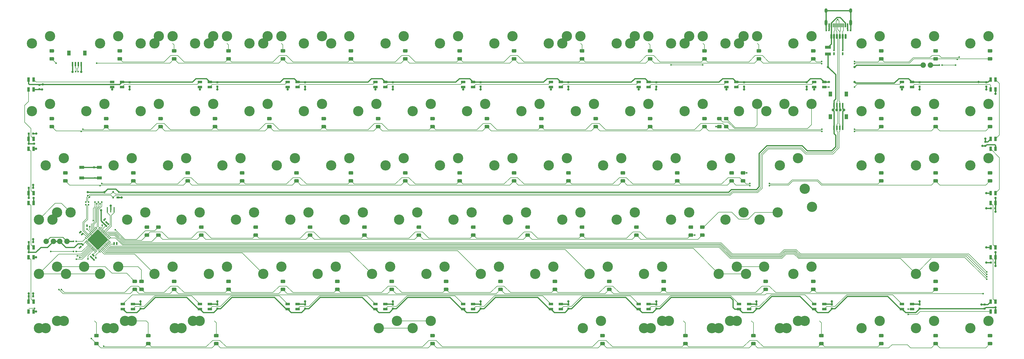
<source format=gbr>
%TF.GenerationSoftware,KiCad,Pcbnew,(5.1.12)-1*%
%TF.CreationDate,2022-11-25T21:31:41+07:00*%
%TF.ProjectId,Solder - Copy,536f6c64-6572-4202-9d20-436f70792e6b,rev?*%
%TF.SameCoordinates,Original*%
%TF.FileFunction,Copper,L2,Bot*%
%TF.FilePolarity,Positive*%
%FSLAX46Y46*%
G04 Gerber Fmt 4.6, Leading zero omitted, Abs format (unit mm)*
G04 Created by KiCad (PCBNEW (5.1.12)-1) date 2022-11-25 21:31:41*
%MOMM*%
%LPD*%
G01*
G04 APERTURE LIST*
%TA.AperFunction,SMDPad,CuDef*%
%ADD10R,1.800000X1.100000*%
%TD*%
%TA.AperFunction,SMDPad,CuDef*%
%ADD11R,1.200000X1.800000*%
%TD*%
%TA.AperFunction,SMDPad,CuDef*%
%ADD12R,0.600000X1.550000*%
%TD*%
%TA.AperFunction,ComponentPad*%
%ADD13C,1.000000*%
%TD*%
%TA.AperFunction,ComponentPad*%
%ADD14O,1.000000X1.000000*%
%TD*%
%TA.AperFunction,ComponentPad*%
%ADD15C,0.400000*%
%TD*%
%TA.AperFunction,SMDPad,CuDef*%
%ADD16C,3.600000*%
%TD*%
%TA.AperFunction,ComponentPad*%
%ADD17C,2.500000*%
%TD*%
%TA.AperFunction,SMDPad,CuDef*%
%ADD18R,0.800000X0.750000*%
%TD*%
%TA.AperFunction,SMDPad,CuDef*%
%ADD19R,0.750000X0.800000*%
%TD*%
%TA.AperFunction,SMDPad,CuDef*%
%ADD20R,1.600000X0.850000*%
%TD*%
%TA.AperFunction,SMDPad,CuDef*%
%ADD21R,0.850000X1.600000*%
%TD*%
%TA.AperFunction,SMDPad,CuDef*%
%ADD22R,0.560000X0.620000*%
%TD*%
%TA.AperFunction,SMDPad,CuDef*%
%ADD23R,0.620000X0.560000*%
%TD*%
%TA.AperFunction,SMDPad,CuDef*%
%ADD24R,2.030000X1.140000*%
%TD*%
%TA.AperFunction,ComponentPad*%
%ADD25O,1.000000X2.100000*%
%TD*%
%TA.AperFunction,ComponentPad*%
%ADD26O,1.000000X1.600000*%
%TD*%
%TA.AperFunction,ComponentPad*%
%ADD27O,0.700000X1.800000*%
%TD*%
%TA.AperFunction,ComponentPad*%
%ADD28C,0.500000*%
%TD*%
%TA.AperFunction,ComponentPad*%
%ADD29C,1.905000*%
%TD*%
%TA.AperFunction,SMDPad,CuDef*%
%ADD30R,0.600000X1.450000*%
%TD*%
%TA.AperFunction,SMDPad,CuDef*%
%ADD31R,0.300000X1.450000*%
%TD*%
%TA.AperFunction,SMDPad,CuDef*%
%ADD32R,1.000000X0.700000*%
%TD*%
%TA.AperFunction,SMDPad,CuDef*%
%ADD33R,0.600000X0.700000*%
%TD*%
%TA.AperFunction,ConnectorPad*%
%ADD34C,3.600000*%
%TD*%
%TA.AperFunction,SMDPad,CuDef*%
%ADD35C,0.100000*%
%TD*%
%TA.AperFunction,SMDPad,CuDef*%
%ADD36R,0.400000X1.900000*%
%TD*%
%TA.AperFunction,ViaPad*%
%ADD37C,0.600000*%
%TD*%
%TA.AperFunction,ViaPad*%
%ADD38C,0.800000*%
%TD*%
%TA.AperFunction,Conductor*%
%ADD39C,0.200000*%
%TD*%
%TA.AperFunction,Conductor*%
%ADD40C,0.400000*%
%TD*%
%TA.AperFunction,Conductor*%
%ADD41C,0.250000*%
%TD*%
G04 APERTURE END LIST*
D10*
%TO.P,SW1,1*%
%TO.N,GND*%
X55737337Y-74249612D03*
%TO.P,SW1,2*%
%TO.N,Net-(R1-Pad2)*%
X49537337Y-77949612D03*
X55737337Y-77949612D03*
%TO.P,SW1,1*%
%TO.N,GND*%
X49537337Y-74249612D03*
%TD*%
D11*
%TO.P,J5,*%
%TO.N,*%
X317374837Y-56487112D03*
X311774837Y-56487112D03*
D12*
%TO.P,J5,1*%
%TO.N,+5V*%
X313074837Y-60362112D03*
%TO.P,J5,2*%
%TO.N,C-*%
X314074837Y-60362112D03*
%TO.P,J5,4*%
%TO.N,GND*%
X316074837Y-60362112D03*
%TO.P,J5,3*%
%TO.N,C+*%
X315074837Y-60362112D03*
%TD*%
D13*
%TO.P,J4,1*%
%TO.N,+5V*%
X312669837Y-54087112D03*
D14*
%TO.P,J4,2*%
%TO.N,C-*%
X313939837Y-54087112D03*
%TO.P,J4,3*%
%TO.N,C+*%
X315209837Y-54087112D03*
%TO.P,J4,4*%
%TO.N,GND*%
X316479837Y-54087112D03*
%TD*%
D11*
%TO.P,J3,*%
%TO.N,*%
X317374837Y-48487112D03*
X311774837Y-48487112D03*
D12*
%TO.P,J3,1*%
%TO.N,+5V*%
X313074837Y-52362112D03*
%TO.P,J3,2*%
%TO.N,C-*%
X314074837Y-52362112D03*
%TO.P,J3,4*%
%TO.N,GND*%
X316074837Y-52362112D03*
%TO.P,J3,3*%
%TO.N,C+*%
X315074837Y-52362112D03*
%TD*%
D15*
%TO.P,MX108,1*%
%TO.N,C7*%
X341721087Y-131759612D03*
%TO.P,MX108,2*%
%TO.N,Net-(D90-Pad2)*%
X348071087Y-127119612D03*
D16*
%TO.P,MX108,1*%
%TO.N,C7*%
X341721087Y-130709612D03*
D17*
X341721087Y-130709612D03*
D15*
%TO.P,MX108,2*%
%TO.N,Net-(D90-Pad2)*%
X347021087Y-128169612D03*
X348071087Y-129219612D03*
D16*
X348071087Y-128169612D03*
D17*
X348071087Y-128169612D03*
D15*
%TO.P,MX108,1*%
%TO.N,C7*%
X340671087Y-130709612D03*
X342771087Y-130709612D03*
X341721087Y-129659612D03*
%TO.P,MX108,2*%
%TO.N,Net-(D90-Pad2)*%
X349121087Y-128169612D03*
%TD*%
D18*
%TO.P,C38,2*%
%TO.N,GND*%
X32551293Y-62407438D03*
%TO.P,C38,1*%
%TO.N,+5V*%
X31051293Y-62407438D03*
%TD*%
%TO.P,C37,2*%
%TO.N,+5V*%
X31051293Y-119557582D03*
%TO.P,C37,1*%
%TO.N,GND*%
X32551293Y-119557582D03*
%TD*%
%TO.P,C36,2*%
%TO.N,GND*%
X367999017Y-107651302D03*
%TO.P,C36,1*%
%TO.N,+5V*%
X369499017Y-107651302D03*
%TD*%
D19*
%TO.P,C35,2*%
%TO.N,+5V*%
X366367761Y-44393332D03*
%TO.P,C35,1*%
%TO.N,GND*%
X366367761Y-45893332D03*
%TD*%
D18*
%TO.P,C34,2*%
%TO.N,GND*%
X32551293Y-81457486D03*
%TO.P,C34,1*%
%TO.N,+5V*%
X31051293Y-81457486D03*
%TD*%
D19*
%TO.P,C33,2*%
%TO.N,+5V*%
X34777863Y-45286303D03*
%TO.P,C33,1*%
%TO.N,GND*%
X34777863Y-46786303D03*
%TD*%
D18*
%TO.P,C32,2*%
%TO.N,GND*%
X367999017Y-88601254D03*
%TO.P,C32,1*%
%TO.N,+5V*%
X369499017Y-88601254D03*
%TD*%
%TO.P,C31,2*%
%TO.N,+5V*%
X31051293Y-100507534D03*
%TO.P,C31,1*%
%TO.N,GND*%
X32551293Y-100507534D03*
%TD*%
D19*
%TO.P,C30,2*%
%TO.N,GND*%
X366070104Y-65229322D03*
%TO.P,C30,1*%
%TO.N,+5V*%
X366070104Y-66729322D03*
%TD*%
%TO.P,C29,2*%
%TO.N,+5V*%
X365772447Y-123879466D03*
%TO.P,C29,1*%
%TO.N,GND*%
X365772447Y-122379466D03*
%TD*%
%TO.P,C9,2*%
%TO.N,+5V*%
X66329550Y-44393352D03*
%TO.P,C9,1*%
%TO.N,GND*%
X66329550Y-45893352D03*
%TD*%
%TO.P,C28,2*%
%TO.N,GND*%
X97069550Y-122379355D03*
%TO.P,C28,1*%
%TO.N,+5V*%
X97069550Y-123879355D03*
%TD*%
%TO.P,C27,2*%
%TO.N,GND*%
X127809550Y-122379355D03*
%TO.P,C27,1*%
%TO.N,+5V*%
X127809550Y-123879355D03*
%TD*%
%TO.P,C26,2*%
%TO.N,GND*%
X189289550Y-122379355D03*
%TO.P,C26,1*%
%TO.N,+5V*%
X189289550Y-123879355D03*
%TD*%
%TO.P,C25,2*%
%TO.N,GND*%
X342989550Y-122379355D03*
%TO.P,C25,1*%
%TO.N,+5V*%
X342989550Y-123879355D03*
%TD*%
%TO.P,C24,2*%
%TO.N,GND*%
X70119550Y-122379355D03*
%TO.P,C24,1*%
%TO.N,+5V*%
X70119550Y-123879355D03*
%TD*%
%TO.P,C23,2*%
%TO.N,GND*%
X220029550Y-122379355D03*
%TO.P,C23,1*%
%TO.N,+5V*%
X220029550Y-123879355D03*
%TD*%
%TO.P,C22,2*%
%TO.N,GND*%
X312253867Y-122379355D03*
%TO.P,C22,1*%
%TO.N,+5V*%
X312253867Y-123879355D03*
%TD*%
%TO.P,C21,2*%
%TO.N,GND*%
X158549550Y-122379355D03*
%TO.P,C21,1*%
%TO.N,+5V*%
X158549550Y-123879355D03*
%TD*%
%TO.P,C20,2*%
%TO.N,GND*%
X285837869Y-122379355D03*
%TO.P,C20,1*%
%TO.N,+5V*%
X285837869Y-123879355D03*
%TD*%
%TO.P,C19,2*%
%TO.N,GND*%
X250769550Y-122379355D03*
%TO.P,C19,1*%
%TO.N,+5V*%
X250769550Y-123879355D03*
%TD*%
%TO.P,C18,2*%
%TO.N,+5V*%
X342989550Y-44393352D03*
%TO.P,C18,1*%
%TO.N,GND*%
X342989550Y-45893352D03*
%TD*%
%TO.P,C17,2*%
%TO.N,+5V*%
X303479344Y-44393352D03*
%TO.P,C17,1*%
%TO.N,GND*%
X303479344Y-45893352D03*
%TD*%
%TO.P,C16,2*%
%TO.N,+5V*%
X189289550Y-44393352D03*
%TO.P,C16,1*%
%TO.N,GND*%
X189289550Y-45893352D03*
%TD*%
%TO.P,C15,2*%
%TO.N,+5V*%
X281509550Y-44393352D03*
%TO.P,C15,1*%
%TO.N,GND*%
X281509550Y-45893352D03*
%TD*%
%TO.P,C14,2*%
%TO.N,+5V*%
X220029550Y-44393352D03*
%TO.P,C14,1*%
%TO.N,GND*%
X220029550Y-45893352D03*
%TD*%
%TO.P,C13,2*%
%TO.N,+5V*%
X158549550Y-44393352D03*
%TO.P,C13,1*%
%TO.N,GND*%
X158549550Y-45893352D03*
%TD*%
%TO.P,C12,2*%
%TO.N,+5V*%
X250769550Y-44393352D03*
%TO.P,C12,1*%
%TO.N,GND*%
X250769550Y-45893352D03*
%TD*%
%TO.P,C11,2*%
%TO.N,+5V*%
X127809550Y-44393352D03*
%TO.P,C11,1*%
%TO.N,GND*%
X127809550Y-45893352D03*
%TD*%
%TO.P,C10,2*%
%TO.N,+5V*%
X97069550Y-44393352D03*
%TO.P,C10,1*%
%TO.N,GND*%
X97069550Y-45893352D03*
%TD*%
D20*
%TO.P,RGB5,3*%
%TO.N,GND*%
X90935719Y-46018352D03*
%TO.P,RGB5,1*%
%TO.N,+5V*%
X94435719Y-44268352D03*
%TO.P,RGB5,4*%
%TO.N,Net-(RGB2-Pad2)*%
X90935719Y-44268352D03*
%TO.P,RGB5,2*%
%TO.N,Net-(RGB5-Pad2)*%
X94435719Y-46018352D03*
%TD*%
%TO.P,RGB30,3*%
%TO.N,GND*%
X67484237Y-122254355D03*
%TO.P,RGB30,1*%
%TO.N,+5V*%
X63984237Y-124004355D03*
%TO.P,RGB30,4*%
%TO.N,Net-(RGB29-Pad2)*%
X67484237Y-124004355D03*
%TO.P,RGB30,2*%
%TO.N,N/C*%
X63984237Y-122254355D03*
%TD*%
%TO.P,RGB29,3*%
%TO.N,GND*%
X94433867Y-122254355D03*
%TO.P,RGB29,1*%
%TO.N,+5V*%
X90933867Y-124004355D03*
%TO.P,RGB29,4*%
%TO.N,Net-(RGB28-Pad2)*%
X94433867Y-124004355D03*
%TO.P,RGB29,2*%
%TO.N,Net-(RGB29-Pad2)*%
X90933867Y-122254355D03*
%TD*%
%TO.P,RGB28,3*%
%TO.N,GND*%
X125173867Y-122254355D03*
%TO.P,RGB28,1*%
%TO.N,+5V*%
X121673867Y-124004355D03*
%TO.P,RGB28,4*%
%TO.N,Net-(RGB27-Pad2)*%
X125173867Y-124004355D03*
%TO.P,RGB28,2*%
%TO.N,Net-(RGB28-Pad2)*%
X121673867Y-122254355D03*
%TD*%
%TO.P,RGB27,3*%
%TO.N,GND*%
X155913867Y-122254355D03*
%TO.P,RGB27,1*%
%TO.N,+5V*%
X152413867Y-124004355D03*
%TO.P,RGB27,4*%
%TO.N,Net-(RGB26-Pad2)*%
X155913867Y-124004355D03*
%TO.P,RGB27,2*%
%TO.N,Net-(RGB27-Pad2)*%
X152413867Y-122254355D03*
%TD*%
%TO.P,RGB26,3*%
%TO.N,GND*%
X186653867Y-122254355D03*
%TO.P,RGB26,1*%
%TO.N,+5V*%
X183153867Y-124004355D03*
%TO.P,RGB26,4*%
%TO.N,Net-(RGB25-Pad2)*%
X186653867Y-124004355D03*
%TO.P,RGB26,2*%
%TO.N,Net-(RGB26-Pad2)*%
X183153867Y-122254355D03*
%TD*%
%TO.P,RGB25,3*%
%TO.N,GND*%
X217393867Y-122254355D03*
%TO.P,RGB25,1*%
%TO.N,+5V*%
X213893867Y-124004355D03*
%TO.P,RGB25,4*%
%TO.N,Net-(RGB24-Pad2)*%
X217393867Y-124004355D03*
%TO.P,RGB25,2*%
%TO.N,Net-(RGB25-Pad2)*%
X213893867Y-122254355D03*
%TD*%
%TO.P,RGB24,3*%
%TO.N,GND*%
X248133867Y-122254355D03*
%TO.P,RGB24,1*%
%TO.N,+5V*%
X244633867Y-124004355D03*
%TO.P,RGB24,4*%
%TO.N,Net-(RGB23-Pad2)*%
X248133867Y-124004355D03*
%TO.P,RGB24,2*%
%TO.N,Net-(RGB24-Pad2)*%
X244633867Y-122254355D03*
%TD*%
%TO.P,RGB23,3*%
%TO.N,GND*%
X283285202Y-122254355D03*
%TO.P,RGB23,1*%
%TO.N,+5V*%
X279785202Y-124004355D03*
%TO.P,RGB23,4*%
%TO.N,Net-(RGB22-Pad2)*%
X283285202Y-124004355D03*
%TO.P,RGB23,2*%
%TO.N,Net-(RGB23-Pad2)*%
X279785202Y-122254355D03*
%TD*%
%TO.P,RGB22,3*%
%TO.N,GND*%
X309613867Y-122254355D03*
%TO.P,RGB22,1*%
%TO.N,+5V*%
X306113867Y-124004355D03*
%TO.P,RGB22,4*%
%TO.N,Net-(RGB21-Pad2)*%
X309613867Y-124004355D03*
%TO.P,RGB22,2*%
%TO.N,Net-(RGB22-Pad2)*%
X306113867Y-122254355D03*
%TD*%
%TO.P,RGB21,3*%
%TO.N,GND*%
X340353867Y-122254355D03*
%TO.P,RGB21,1*%
%TO.N,+5V*%
X336853867Y-124004355D03*
%TO.P,RGB21,4*%
%TO.N,Strip3*%
X340353867Y-124004355D03*
%TO.P,RGB21,2*%
%TO.N,Net-(RGB21-Pad2)*%
X336853867Y-122254355D03*
%TD*%
D15*
%TO.P,MX91,2*%
%TO.N,Net-(D81-Pad2)*%
X300446087Y-127119612D03*
%TO.P,MX91,1*%
%TO.N,C6*%
X294096087Y-131759612D03*
%TO.P,MX91,2*%
%TO.N,Net-(D81-Pad2)*%
X301496087Y-128169612D03*
%TO.P,MX91,1*%
%TO.N,C6*%
X294096087Y-129659612D03*
X293046087Y-130709612D03*
%TO.P,MX91,2*%
%TO.N,Net-(D81-Pad2)*%
X299396087Y-128169612D03*
%TO.P,MX91,1*%
%TO.N,C6*%
X295146087Y-130709612D03*
%TO.P,MX91,2*%
%TO.N,Net-(D81-Pad2)*%
X300446087Y-129219612D03*
D17*
%TO.P,MX91,1*%
%TO.N,C6*%
X294096087Y-130709612D03*
%TO.P,MX91,2*%
%TO.N,Net-(D81-Pad2)*%
X300446087Y-128169612D03*
D16*
%TO.P,MX91,1*%
%TO.N,C6*%
X294096087Y-130709612D03*
%TO.P,MX91,2*%
%TO.N,Net-(D81-Pad2)*%
X300446087Y-128169612D03*
%TD*%
D15*
%TO.P,MX14,1*%
%TO.N,C0*%
X65496087Y-93659612D03*
%TO.P,MX14,2*%
%TO.N,Net-(D13-Pad2)*%
X71846087Y-89019612D03*
D16*
%TO.P,MX14,1*%
%TO.N,C0*%
X65496087Y-92609612D03*
D17*
X65496087Y-92609612D03*
D15*
%TO.P,MX14,2*%
%TO.N,Net-(D13-Pad2)*%
X70796087Y-90069612D03*
X71846087Y-91119612D03*
D16*
X71846087Y-90069612D03*
D17*
X71846087Y-90069612D03*
D15*
%TO.P,MX14,1*%
%TO.N,C0*%
X64446087Y-92609612D03*
X66546087Y-92609612D03*
X65496087Y-91559612D03*
%TO.P,MX14,2*%
%TO.N,Net-(D13-Pad2)*%
X72896087Y-90069612D03*
%TD*%
D21*
%TO.P,RGB12,3*%
%TO.N,GND*%
X367874017Y-121379355D03*
%TO.P,RGB12,1*%
%TO.N,+5V*%
X369624017Y-124879355D03*
%TO.P,RGB12,4*%
%TO.N,Net-(RGB12-Pad4)*%
X369624017Y-121379355D03*
%TO.P,RGB12,2*%
%TO.N,Strip3*%
X367874017Y-124879355D03*
%TD*%
%TO.P,RGB9,3*%
%TO.N,GND*%
X367874017Y-102329339D03*
%TO.P,RGB9,1*%
%TO.N,+5V*%
X369624017Y-105829339D03*
%TO.P,RGB9,4*%
%TO.N,Net-(RGB6-Pad2)*%
X369624017Y-102329339D03*
%TO.P,RGB9,2*%
%TO.N,Net-(RGB12-Pad4)*%
X367874017Y-105829339D03*
%TD*%
%TO.P,RGB6,3*%
%TO.N,GND*%
X367874017Y-83279370D03*
%TO.P,RGB6,1*%
%TO.N,+5V*%
X369624017Y-86779370D03*
%TO.P,RGB6,4*%
%TO.N,Net-(RGB3-Pad2)*%
X369624017Y-83279370D03*
%TO.P,RGB6,2*%
%TO.N,Net-(RGB6-Pad2)*%
X367874017Y-86779370D03*
%TD*%
%TO.P,RGB3,3*%
%TO.N,GND*%
X367874017Y-64229307D03*
%TO.P,RGB3,1*%
%TO.N,+5V*%
X369624017Y-67729307D03*
%TO.P,RGB3,4*%
%TO.N,Net-(RGB20-Pad2)*%
X369624017Y-64229307D03*
%TO.P,RGB3,2*%
%TO.N,Net-(RGB3-Pad2)*%
X367874017Y-67729307D03*
%TD*%
%TO.P,RGB20,3*%
%TO.N,GND*%
X369624017Y-46893332D03*
%TO.P,RGB20,1*%
%TO.N,+5V*%
X367874017Y-43393332D03*
%TO.P,RGB20,4*%
%TO.N,Strip2*%
X367874017Y-46893332D03*
%TO.P,RGB20,2*%
%TO.N,Net-(RGB20-Pad2)*%
X369624017Y-43393332D03*
%TD*%
D20*
%TO.P,RGB19,3*%
%TO.N,GND*%
X336854265Y-46018352D03*
%TO.P,RGB19,1*%
%TO.N,+5V*%
X340354265Y-44268352D03*
%TO.P,RGB19,4*%
%TO.N,Net-(RGB18-Pad2)*%
X336854265Y-44268352D03*
%TO.P,RGB19,2*%
%TO.N,Strip2*%
X340354265Y-46018352D03*
%TD*%
%TO.P,RGB18,3*%
%TO.N,GND*%
X306114447Y-46018352D03*
%TO.P,RGB18,1*%
%TO.N,+5V*%
X309614447Y-44268352D03*
%TO.P,RGB18,4*%
%TO.N,Net-(RGB17-Pad2)*%
X306114447Y-44268352D03*
%TO.P,RGB18,2*%
%TO.N,Net-(RGB18-Pad2)*%
X309614447Y-46018352D03*
%TD*%
%TO.P,RGB17,3*%
%TO.N,GND*%
X275374629Y-46018352D03*
%TO.P,RGB17,1*%
%TO.N,+5V*%
X278874629Y-44268352D03*
%TO.P,RGB17,4*%
%TO.N,Net-(RGB16-Pad2)*%
X275374629Y-44268352D03*
%TO.P,RGB17,2*%
%TO.N,Net-(RGB17-Pad2)*%
X278874629Y-46018352D03*
%TD*%
%TO.P,RGB16,3*%
%TO.N,GND*%
X244634810Y-46018352D03*
%TO.P,RGB16,1*%
%TO.N,+5V*%
X248134810Y-44268352D03*
%TO.P,RGB16,4*%
%TO.N,Net-(RGB15-Pad2)*%
X244634810Y-44268352D03*
%TO.P,RGB16,2*%
%TO.N,Net-(RGB16-Pad2)*%
X248134810Y-46018352D03*
%TD*%
%TO.P,RGB15,3*%
%TO.N,GND*%
X213894992Y-46018352D03*
%TO.P,RGB15,1*%
%TO.N,+5V*%
X217394992Y-44268352D03*
%TO.P,RGB15,4*%
%TO.N,Net-(RGB14-Pad2)*%
X213894992Y-44268352D03*
%TO.P,RGB15,2*%
%TO.N,Net-(RGB15-Pad2)*%
X217394992Y-46018352D03*
%TD*%
%TO.P,RGB14,3*%
%TO.N,GND*%
X183155174Y-46018352D03*
%TO.P,RGB14,1*%
%TO.N,+5V*%
X186655174Y-44268352D03*
%TO.P,RGB14,4*%
%TO.N,Net-(RGB11-Pad2)*%
X183155174Y-44268352D03*
%TO.P,RGB14,2*%
%TO.N,Net-(RGB14-Pad2)*%
X186655174Y-46018352D03*
%TD*%
%TO.P,RGB11,3*%
%TO.N,GND*%
X152415356Y-46018352D03*
%TO.P,RGB11,1*%
%TO.N,+5V*%
X155915356Y-44268352D03*
%TO.P,RGB11,4*%
%TO.N,Net-(RGB11-Pad4)*%
X152415356Y-44268352D03*
%TO.P,RGB11,2*%
%TO.N,Net-(RGB11-Pad2)*%
X155915356Y-46018352D03*
%TD*%
%TO.P,RGB8,3*%
%TO.N,GND*%
X121675538Y-46018352D03*
%TO.P,RGB8,1*%
%TO.N,+5V*%
X125175538Y-44268352D03*
%TO.P,RGB8,4*%
%TO.N,Net-(RGB5-Pad2)*%
X121675538Y-44268352D03*
%TO.P,RGB8,2*%
%TO.N,Net-(RGB11-Pad4)*%
X125175538Y-46018352D03*
%TD*%
%TO.P,RGB2,3*%
%TO.N,GND*%
X60195901Y-46018352D03*
%TO.P,RGB2,1*%
%TO.N,+5V*%
X63695901Y-44268352D03*
%TO.P,RGB2,4*%
%TO.N,Strip1*%
X60195901Y-44268352D03*
%TO.P,RGB2,2*%
%TO.N,Net-(RGB2-Pad2)*%
X63695901Y-46018352D03*
%TD*%
D21*
%TO.P,RGB1,3*%
%TO.N,GND*%
X32676293Y-124879355D03*
%TO.P,RGB1,1*%
%TO.N,+5V*%
X30926293Y-121379355D03*
%TO.P,RGB1,4*%
%TO.N,N/C*%
X30926293Y-124879355D03*
%TO.P,RGB1,2*%
%TO.N,Net-(RGB1-Pad2)*%
X32676293Y-121379355D03*
%TD*%
D22*
%TO.P,R5,1*%
%TO.N,N/C*%
X46664587Y-103829612D03*
%TO.P,R5,2*%
%TO.N,Net-(R5-Pad2)*%
X47624587Y-103829612D03*
%TD*%
D21*
%TO.P,RGB13,3*%
%TO.N,GND*%
X32676293Y-46893352D03*
%TO.P,RGB13,1*%
%TO.N,+5V*%
X30926293Y-43393352D03*
%TO.P,RGB13,4*%
%TO.N,Net-(RGB10-Pad2)*%
X30926293Y-46893352D03*
%TO.P,RGB13,2*%
%TO.N,Strip1*%
X32676293Y-43393352D03*
%TD*%
%TO.P,RGB10,3*%
%TO.N,GND*%
X32676293Y-67729307D03*
%TO.P,RGB10,1*%
%TO.N,+5V*%
X30926293Y-64229307D03*
%TO.P,RGB10,4*%
%TO.N,Net-(RGB10-Pad4)*%
X30926293Y-67729307D03*
%TO.P,RGB10,2*%
%TO.N,Net-(RGB10-Pad2)*%
X32676293Y-64229307D03*
%TD*%
%TO.P,RGB7,3*%
%TO.N,GND*%
X32676293Y-86779323D03*
%TO.P,RGB7,1*%
%TO.N,+5V*%
X30926293Y-83279323D03*
%TO.P,RGB7,4*%
%TO.N,Net-(RGB4-Pad2)*%
X30926293Y-86779323D03*
%TO.P,RGB7,2*%
%TO.N,Net-(RGB10-Pad4)*%
X32676293Y-83279323D03*
%TD*%
%TO.P,RGB4,3*%
%TO.N,GND*%
X32676293Y-105829339D03*
%TO.P,RGB4,1*%
%TO.N,+5V*%
X30926293Y-102329339D03*
%TO.P,RGB4,4*%
%TO.N,Net-(RGB1-Pad2)*%
X30926293Y-105829339D03*
%TO.P,RGB4,2*%
%TO.N,Net-(RGB4-Pad2)*%
X32676293Y-102329339D03*
%TD*%
D15*
%TO.P,MX109,1*%
%TO.N,C8*%
X360771087Y-31747112D03*
%TO.P,MX109,2*%
%TO.N,Net-(D91-Pad2)*%
X367121087Y-27107112D03*
D16*
%TO.P,MX109,1*%
%TO.N,C8*%
X360771087Y-30697112D03*
D17*
X360771087Y-30697112D03*
D15*
%TO.P,MX109,2*%
%TO.N,Net-(D91-Pad2)*%
X366071087Y-28157112D03*
X367121087Y-29207112D03*
D16*
X367121087Y-28157112D03*
D17*
X367121087Y-28157112D03*
D15*
%TO.P,MX109,1*%
%TO.N,C8*%
X359721087Y-30697112D03*
X361821087Y-30697112D03*
X360771087Y-29647112D03*
%TO.P,MX109,2*%
%TO.N,Net-(D91-Pad2)*%
X368171087Y-28157112D03*
%TD*%
%TO.P,MX2,1*%
%TO.N,C0*%
X32158587Y-31747112D03*
%TO.P,MX2,2*%
%TO.N,Net-(D4-Pad2)*%
X38508587Y-27107112D03*
D16*
%TO.P,MX2,1*%
%TO.N,C0*%
X32158587Y-30697112D03*
D17*
X32158587Y-30697112D03*
D15*
%TO.P,MX2,2*%
%TO.N,Net-(D4-Pad2)*%
X37458587Y-28157112D03*
X38508587Y-29207112D03*
D16*
X38508587Y-28157112D03*
D17*
X38508587Y-28157112D03*
D15*
%TO.P,MX2,1*%
%TO.N,C0*%
X31108587Y-30697112D03*
X33208587Y-30697112D03*
X32158587Y-29647112D03*
%TO.P,MX2,2*%
%TO.N,Net-(D4-Pad2)*%
X39558587Y-28157112D03*
%TD*%
%TO.P,MX11,1*%
%TO.N,C0*%
X55971087Y-31747112D03*
%TO.P,MX11,2*%
%TO.N,Net-(D10-Pad2)*%
X62321087Y-27107112D03*
D16*
%TO.P,MX11,1*%
%TO.N,C0*%
X55971087Y-30697112D03*
D17*
X55971087Y-30697112D03*
D15*
%TO.P,MX11,2*%
%TO.N,Net-(D10-Pad2)*%
X61271087Y-28157112D03*
X62321087Y-29207112D03*
D16*
X62321087Y-28157112D03*
D17*
X62321087Y-28157112D03*
D15*
%TO.P,MX11,1*%
%TO.N,C0*%
X54921087Y-30697112D03*
X57021087Y-30697112D03*
X55971087Y-29647112D03*
%TO.P,MX11,2*%
%TO.N,Net-(D10-Pad2)*%
X63371087Y-28157112D03*
%TD*%
D11*
%TO.P,J2,*%
%TO.N,*%
X50674837Y-34137112D03*
X45074837Y-34137112D03*
D12*
%TO.P,J2,1*%
%TO.N,+5V*%
X46374837Y-38012112D03*
%TO.P,J2,2*%
%TO.N,C-*%
X47374837Y-38012112D03*
%TO.P,J2,4*%
%TO.N,GND*%
X49374837Y-38012112D03*
%TO.P,J2,3*%
%TO.N,C+*%
X48374837Y-38012112D03*
%TD*%
D15*
%TO.P,MX7,1*%
%TO.N,C0*%
X44064837Y-112709612D03*
%TO.P,MX7,2*%
%TO.N,Net-(D8-Pad2)*%
X50414837Y-108069612D03*
D16*
%TO.P,MX7,1*%
%TO.N,C0*%
X44064837Y-111659612D03*
D17*
X44064837Y-111659612D03*
D15*
%TO.P,MX7,2*%
%TO.N,Net-(D8-Pad2)*%
X49364837Y-109119612D03*
X50414837Y-110169612D03*
D16*
X50414837Y-109119612D03*
D17*
X50414837Y-109119612D03*
D15*
%TO.P,MX7,1*%
%TO.N,C0*%
X43014837Y-111659612D03*
X45114837Y-111659612D03*
X44064837Y-110609612D03*
%TO.P,MX7,2*%
%TO.N,Net-(D8-Pad2)*%
X51464837Y-109119612D03*
%TD*%
%TO.P,MX13,1*%
%TO.N,C0*%
X60733587Y-74609612D03*
%TO.P,MX13,2*%
%TO.N,Net-(D12-Pad2)*%
X67083587Y-69969612D03*
D16*
%TO.P,MX13,1*%
%TO.N,C0*%
X60733587Y-73559612D03*
D17*
X60733587Y-73559612D03*
D15*
%TO.P,MX13,2*%
%TO.N,Net-(D12-Pad2)*%
X66033587Y-71019612D03*
X67083587Y-72069612D03*
D16*
X67083587Y-71019612D03*
D17*
X67083587Y-71019612D03*
D15*
%TO.P,MX13,1*%
%TO.N,C0*%
X59683587Y-73559612D03*
X61783587Y-73559612D03*
X60733587Y-72509612D03*
%TO.P,MX13,2*%
%TO.N,Net-(D12-Pad2)*%
X68133587Y-71019612D03*
%TD*%
%TO.P,D86,2*%
%TO.N,Net-(D86-Pad2)*%
%TA.AperFunction,SMDPad,CuDef*%
G36*
G01*
X349190087Y-33937112D02*
X348070087Y-33937112D01*
G75*
G02*
X347830087Y-33697112I0J240000D01*
G01*
X347830087Y-32977112D01*
G75*
G02*
X348070087Y-32737112I240000J0D01*
G01*
X349190087Y-32737112D01*
G75*
G02*
X349430087Y-32977112I0J-240000D01*
G01*
X349430087Y-33697112D01*
G75*
G02*
X349190087Y-33937112I-240000J0D01*
G01*
G37*
%TD.AperFunction*%
%TO.P,D86,1*%
%TO.N,R0*%
%TA.AperFunction,SMDPad,CuDef*%
G36*
G01*
X349190087Y-36737112D02*
X348070087Y-36737112D01*
G75*
G02*
X347830087Y-36497112I0J240000D01*
G01*
X347830087Y-35777112D01*
G75*
G02*
X348070087Y-35537112I240000J0D01*
G01*
X349190087Y-35537112D01*
G75*
G02*
X349430087Y-35777112I0J-240000D01*
G01*
X349430087Y-36497112D01*
G75*
G02*
X349190087Y-36737112I-240000J0D01*
G01*
G37*
%TD.AperFunction*%
%TD*%
%TO.P,D82,2*%
%TO.N,Net-(D82-Pad2)*%
%TA.AperFunction,SMDPad,CuDef*%
G36*
G01*
X330140087Y-33937112D02*
X329020087Y-33937112D01*
G75*
G02*
X328780087Y-33697112I0J240000D01*
G01*
X328780087Y-32977112D01*
G75*
G02*
X329020087Y-32737112I240000J0D01*
G01*
X330140087Y-32737112D01*
G75*
G02*
X330380087Y-32977112I0J-240000D01*
G01*
X330380087Y-33697112D01*
G75*
G02*
X330140087Y-33937112I-240000J0D01*
G01*
G37*
%TD.AperFunction*%
%TO.P,D82,1*%
%TO.N,R1*%
%TA.AperFunction,SMDPad,CuDef*%
G36*
G01*
X330140087Y-36737112D02*
X329020087Y-36737112D01*
G75*
G02*
X328780087Y-36497112I0J240000D01*
G01*
X328780087Y-35777112D01*
G75*
G02*
X329020087Y-35537112I240000J0D01*
G01*
X330140087Y-35537112D01*
G75*
G02*
X330380087Y-35777112I0J-240000D01*
G01*
X330380087Y-36497112D01*
G75*
G02*
X330140087Y-36737112I-240000J0D01*
G01*
G37*
%TD.AperFunction*%
%TD*%
%TO.P,MX24,1*%
%TO.N,Net-(D16-Pad2)*%
X75021087Y-31747112D03*
%TO.P,MX24,2*%
%TO.N,C1*%
X81371087Y-27107112D03*
D16*
%TO.P,MX24,1*%
%TO.N,Net-(D16-Pad2)*%
X75021087Y-30697112D03*
D17*
X75021087Y-30697112D03*
D15*
%TO.P,MX24,2*%
%TO.N,C1*%
X80321087Y-28157112D03*
X81371087Y-29207112D03*
D16*
X81371087Y-28157112D03*
D17*
X81371087Y-28157112D03*
D15*
%TO.P,MX24,1*%
%TO.N,Net-(D16-Pad2)*%
X73971087Y-30697112D03*
X76071087Y-30697112D03*
X75021087Y-29647112D03*
%TO.P,MX24,2*%
%TO.N,C1*%
X82421087Y-28157112D03*
%TD*%
%TO.P,D91,2*%
%TO.N,Net-(D91-Pad2)*%
%TA.AperFunction,SMDPad,CuDef*%
G36*
G01*
X368240087Y-33937112D02*
X367120087Y-33937112D01*
G75*
G02*
X366880087Y-33697112I0J240000D01*
G01*
X366880087Y-32977112D01*
G75*
G02*
X367120087Y-32737112I240000J0D01*
G01*
X368240087Y-32737112D01*
G75*
G02*
X368480087Y-32977112I0J-240000D01*
G01*
X368480087Y-33697112D01*
G75*
G02*
X368240087Y-33937112I-240000J0D01*
G01*
G37*
%TD.AperFunction*%
%TO.P,D91,1*%
%TO.N,R0*%
%TA.AperFunction,SMDPad,CuDef*%
G36*
G01*
X368240087Y-36737112D02*
X367120087Y-36737112D01*
G75*
G02*
X366880087Y-36497112I0J240000D01*
G01*
X366880087Y-35777112D01*
G75*
G02*
X367120087Y-35537112I240000J0D01*
G01*
X368240087Y-35537112D01*
G75*
G02*
X368480087Y-35777112I0J-240000D01*
G01*
X368480087Y-36497112D01*
G75*
G02*
X368240087Y-36737112I-240000J0D01*
G01*
G37*
%TD.AperFunction*%
%TD*%
%TO.P,MX92,1*%
%TO.N,C6*%
X298858587Y-31747112D03*
%TO.P,MX92,2*%
%TO.N,Net-(D76-Pad2)*%
X305208587Y-27107112D03*
D16*
%TO.P,MX92,1*%
%TO.N,C6*%
X298858587Y-30697112D03*
D17*
X298858587Y-30697112D03*
D15*
%TO.P,MX92,2*%
%TO.N,Net-(D76-Pad2)*%
X304158587Y-28157112D03*
X305208587Y-29207112D03*
D16*
X305208587Y-28157112D03*
D17*
X305208587Y-28157112D03*
D15*
%TO.P,MX92,1*%
%TO.N,C6*%
X297808587Y-30697112D03*
X299908587Y-30697112D03*
X298858587Y-29647112D03*
%TO.P,MX92,2*%
%TO.N,Net-(D76-Pad2)*%
X306258587Y-28157112D03*
%TD*%
D23*
%TO.P,R10,1*%
%TO.N,CC2*%
X316074837Y-33157112D03*
%TO.P,R10,2*%
%TO.N,GND*%
X316074837Y-34117112D03*
%TD*%
D15*
%TO.P,MX100,1*%
%TO.N,C7*%
X322671087Y-31747112D03*
%TO.P,MX100,2*%
%TO.N,Net-(D82-Pad2)*%
X329021087Y-27107112D03*
D16*
%TO.P,MX100,1*%
%TO.N,C7*%
X322671087Y-30697112D03*
D17*
X322671087Y-30697112D03*
D15*
%TO.P,MX100,2*%
%TO.N,Net-(D82-Pad2)*%
X327971087Y-28157112D03*
X329021087Y-29207112D03*
D16*
X329021087Y-28157112D03*
D17*
X329021087Y-28157112D03*
D15*
%TO.P,MX100,1*%
%TO.N,C7*%
X321621087Y-30697112D03*
X323721087Y-30697112D03*
X322671087Y-29647112D03*
%TO.P,MX100,2*%
%TO.N,Net-(D82-Pad2)*%
X330071087Y-28157112D03*
%TD*%
D24*
%TO.P,F1,2*%
%TO.N,+5V*%
X310949837Y-34449612D03*
%TO.P,F1,1*%
%TO.N,Fuse*%
X310949837Y-32049612D03*
%TD*%
%TO.P,D64,2*%
%TO.N,Net-(D64-Pad2)*%
%TA.AperFunction,SMDPad,CuDef*%
G36*
G01*
X268227587Y-33937112D02*
X267107587Y-33937112D01*
G75*
G02*
X266867587Y-33697112I0J240000D01*
G01*
X266867587Y-32977112D01*
G75*
G02*
X267107587Y-32737112I240000J0D01*
G01*
X268227587Y-32737112D01*
G75*
G02*
X268467587Y-32977112I0J-240000D01*
G01*
X268467587Y-33697112D01*
G75*
G02*
X268227587Y-33937112I-240000J0D01*
G01*
G37*
%TD.AperFunction*%
%TO.P,D64,1*%
%TO.N,R1*%
%TA.AperFunction,SMDPad,CuDef*%
G36*
G01*
X268227587Y-36737112D02*
X267107587Y-36737112D01*
G75*
G02*
X266867587Y-36497112I0J240000D01*
G01*
X266867587Y-35777112D01*
G75*
G02*
X267107587Y-35537112I240000J0D01*
G01*
X268227587Y-35537112D01*
G75*
G02*
X268467587Y-35777112I0J-240000D01*
G01*
X268467587Y-36497112D01*
G75*
G02*
X268227587Y-36737112I-240000J0D01*
G01*
G37*
%TD.AperFunction*%
%TD*%
D25*
%TO.P,USB1,13*%
%TO.N,Shiled*%
X318894837Y-23417112D03*
X310254837Y-23417112D03*
D26*
X318894837Y-19237112D03*
X310254837Y-19237112D03*
%TD*%
D27*
%TO.P,J1,4*%
%TO.N,C+*%
X315074837Y-28237112D03*
D28*
X315074837Y-27637112D03*
X315074837Y-28837112D03*
D27*
%TO.P,J1,6*%
%TO.N,GND*%
X317074837Y-28237112D03*
D28*
X317074837Y-27637112D03*
X317074837Y-28837112D03*
%TO.P,J1,5*%
%TO.N,CC2*%
X316074837Y-28837112D03*
D27*
X316074837Y-28237112D03*
D28*
X316074837Y-27637112D03*
D27*
%TO.P,J1,3*%
%TO.N,C-*%
X314074837Y-28237112D03*
D28*
X314074837Y-28837112D03*
X314074837Y-27637112D03*
D27*
%TO.P,J1,2*%
%TO.N,CC1*%
X313074837Y-28237112D03*
D28*
X313074837Y-27637112D03*
X313074837Y-28837112D03*
%TO.P,J1,1*%
%TO.N,Fuse*%
X312074837Y-27637112D03*
X312074837Y-28837112D03*
D27*
X312074837Y-28237112D03*
%TD*%
D23*
%TO.P,R9,1*%
%TO.N,GND*%
X313074837Y-34117112D03*
%TO.P,R9,2*%
%TO.N,CC1*%
X313074837Y-33157112D03*
%TD*%
D22*
%TO.P,R6,1*%
%TO.N,GND*%
X311284837Y-26137112D03*
%TO.P,R6,2*%
%TO.N,Shiled*%
X310324837Y-26137112D03*
%TD*%
%TO.P,C8,2*%
%TO.N,GND*%
X317864837Y-26137112D03*
%TO.P,C8,1*%
%TO.N,Shiled*%
X318824837Y-26137112D03*
%TD*%
D29*
%TO.P,D3,2*%
%TO.N,+5V*%
X344261087Y-38317112D03*
%TO.P,D3,1*%
%TO.N,Net-(D3-Pad1)*%
X346801087Y-38317112D03*
%TD*%
D22*
%TO.P,R3,1*%
%TO.N,Scroll*%
X350900587Y-38317112D03*
%TO.P,R3,2*%
%TO.N,Net-(D3-Pad1)*%
X349940587Y-38317112D03*
%TD*%
D15*
%TO.P,MX31,1*%
%TO.N,C2*%
X108358587Y-31747112D03*
%TO.P,MX31,2*%
%TO.N,Net-(D27-Pad2)*%
X114708587Y-27107112D03*
D16*
%TO.P,MX31,1*%
%TO.N,C2*%
X108358587Y-30697112D03*
D17*
X108358587Y-30697112D03*
D15*
%TO.P,MX31,2*%
%TO.N,Net-(D27-Pad2)*%
X113658587Y-28157112D03*
X114708587Y-29207112D03*
D16*
X114708587Y-28157112D03*
D17*
X114708587Y-28157112D03*
D15*
%TO.P,MX31,1*%
%TO.N,C2*%
X107308587Y-30697112D03*
X109408587Y-30697112D03*
X108358587Y-29647112D03*
%TO.P,MX31,2*%
%TO.N,Net-(D27-Pad2)*%
X115758587Y-28157112D03*
%TD*%
%TO.P,D22,2*%
%TO.N,Net-(D22-Pad2)*%
%TA.AperFunction,SMDPad,CuDef*%
G36*
G01*
X101540087Y-33937112D02*
X100420087Y-33937112D01*
G75*
G02*
X100180087Y-33697112I0J240000D01*
G01*
X100180087Y-32977112D01*
G75*
G02*
X100420087Y-32737112I240000J0D01*
G01*
X101540087Y-32737112D01*
G75*
G02*
X101780087Y-32977112I0J-240000D01*
G01*
X101780087Y-33697112D01*
G75*
G02*
X101540087Y-33937112I-240000J0D01*
G01*
G37*
%TD.AperFunction*%
%TO.P,D22,1*%
%TO.N,R1*%
%TA.AperFunction,SMDPad,CuDef*%
G36*
G01*
X101540087Y-36737112D02*
X100420087Y-36737112D01*
G75*
G02*
X100180087Y-36497112I0J240000D01*
G01*
X100180087Y-35777112D01*
G75*
G02*
X100420087Y-35537112I240000J0D01*
G01*
X101540087Y-35537112D01*
G75*
G02*
X101780087Y-35777112I0J-240000D01*
G01*
X101780087Y-36497112D01*
G75*
G02*
X101540087Y-36737112I-240000J0D01*
G01*
G37*
%TD.AperFunction*%
%TD*%
%TO.P,MX18,1*%
%TO.N,C1*%
X70258587Y-31747112D03*
%TO.P,MX18,2*%
%TO.N,Net-(D16-Pad2)*%
X76608587Y-27107112D03*
D16*
%TO.P,MX18,1*%
%TO.N,C1*%
X70258587Y-30697112D03*
D17*
X70258587Y-30697112D03*
D15*
%TO.P,MX18,2*%
%TO.N,Net-(D16-Pad2)*%
X75558587Y-28157112D03*
X76608587Y-29207112D03*
D16*
X76608587Y-28157112D03*
D17*
X76608587Y-28157112D03*
D15*
%TO.P,MX18,1*%
%TO.N,C1*%
X69208587Y-30697112D03*
X71308587Y-30697112D03*
X70258587Y-29647112D03*
%TO.P,MX18,2*%
%TO.N,Net-(D16-Pad2)*%
X77658587Y-28157112D03*
%TD*%
%TO.P,MX36,1*%
%TO.N,Net-(D27-Pad2)*%
X113121087Y-31747112D03*
%TO.P,MX36,2*%
%TO.N,C2*%
X119471087Y-27107112D03*
D16*
%TO.P,MX36,1*%
%TO.N,Net-(D27-Pad2)*%
X113121087Y-30697112D03*
D17*
X113121087Y-30697112D03*
D15*
%TO.P,MX36,2*%
%TO.N,C2*%
X118421087Y-28157112D03*
X119471087Y-29207112D03*
D16*
X119471087Y-28157112D03*
D17*
X119471087Y-28157112D03*
D15*
%TO.P,MX36,1*%
%TO.N,Net-(D27-Pad2)*%
X112071087Y-30697112D03*
X114171087Y-30697112D03*
X113121087Y-29647112D03*
%TO.P,MX36,2*%
%TO.N,C2*%
X120521087Y-28157112D03*
%TD*%
%TO.P,MX72,1*%
%TO.N,Net-(D58-Pad2)*%
X241708587Y-31747112D03*
%TO.P,MX72,2*%
%TO.N,C5*%
X248058587Y-27107112D03*
D16*
%TO.P,MX72,1*%
%TO.N,Net-(D58-Pad2)*%
X241708587Y-30697112D03*
D17*
X241708587Y-30697112D03*
D15*
%TO.P,MX72,2*%
%TO.N,C5*%
X247008587Y-28157112D03*
X248058587Y-29207112D03*
D16*
X248058587Y-28157112D03*
D17*
X248058587Y-28157112D03*
D15*
%TO.P,MX72,1*%
%TO.N,Net-(D58-Pad2)*%
X240658587Y-30697112D03*
X242758587Y-30697112D03*
X241708587Y-29647112D03*
%TO.P,MX72,2*%
%TO.N,C5*%
X249108587Y-28157112D03*
%TD*%
%TO.P,MX37,1*%
%TO.N,C2*%
X127408587Y-31747112D03*
%TO.P,MX37,2*%
%TO.N,Net-(D32-Pad2)*%
X133758587Y-27107112D03*
D16*
%TO.P,MX37,1*%
%TO.N,C2*%
X127408587Y-30697112D03*
D17*
X127408587Y-30697112D03*
D15*
%TO.P,MX37,2*%
%TO.N,Net-(D32-Pad2)*%
X132708587Y-28157112D03*
X133758587Y-29207112D03*
D16*
X133758587Y-28157112D03*
D17*
X133758587Y-28157112D03*
D15*
%TO.P,MX37,1*%
%TO.N,C2*%
X126358587Y-30697112D03*
X128458587Y-30697112D03*
X127408587Y-29647112D03*
%TO.P,MX37,2*%
%TO.N,Net-(D32-Pad2)*%
X134808587Y-28157112D03*
%TD*%
%TO.P,MX89,1*%
%TO.N,Net-(D70-Pad2)*%
X279808587Y-31747112D03*
%TO.P,MX89,2*%
%TO.N,C6*%
X286158587Y-27107112D03*
D16*
%TO.P,MX89,1*%
%TO.N,Net-(D70-Pad2)*%
X279808587Y-30697112D03*
D17*
X279808587Y-30697112D03*
D15*
%TO.P,MX89,2*%
%TO.N,C6*%
X285108587Y-28157112D03*
X286158587Y-29207112D03*
D16*
X286158587Y-28157112D03*
D17*
X286158587Y-28157112D03*
D15*
%TO.P,MX89,1*%
%TO.N,Net-(D70-Pad2)*%
X278758587Y-30697112D03*
X280858587Y-30697112D03*
X279808587Y-29647112D03*
%TO.P,MX89,2*%
%TO.N,C6*%
X287208587Y-28157112D03*
%TD*%
%TO.P,D32,2*%
%TO.N,Net-(D32-Pad2)*%
%TA.AperFunction,SMDPad,CuDef*%
G36*
G01*
X144402587Y-33937112D02*
X143282587Y-33937112D01*
G75*
G02*
X143042587Y-33697112I0J240000D01*
G01*
X143042587Y-32977112D01*
G75*
G02*
X143282587Y-32737112I240000J0D01*
G01*
X144402587Y-32737112D01*
G75*
G02*
X144642587Y-32977112I0J-240000D01*
G01*
X144642587Y-33697112D01*
G75*
G02*
X144402587Y-33937112I-240000J0D01*
G01*
G37*
%TD.AperFunction*%
%TO.P,D32,1*%
%TO.N,R1*%
%TA.AperFunction,SMDPad,CuDef*%
G36*
G01*
X144402587Y-36737112D02*
X143282587Y-36737112D01*
G75*
G02*
X143042587Y-36497112I0J240000D01*
G01*
X143042587Y-35777112D01*
G75*
G02*
X143282587Y-35537112I240000J0D01*
G01*
X144402587Y-35537112D01*
G75*
G02*
X144642587Y-35777112I0J-240000D01*
G01*
X144642587Y-36497112D01*
G75*
G02*
X144402587Y-36737112I-240000J0D01*
G01*
G37*
%TD.AperFunction*%
%TD*%
%TO.P,MX25,1*%
%TO.N,C1*%
X89308587Y-31747112D03*
%TO.P,MX25,2*%
%TO.N,Net-(D22-Pad2)*%
X95658587Y-27107112D03*
D16*
%TO.P,MX25,1*%
%TO.N,C1*%
X89308587Y-30697112D03*
D17*
X89308587Y-30697112D03*
D15*
%TO.P,MX25,2*%
%TO.N,Net-(D22-Pad2)*%
X94608587Y-28157112D03*
X95658587Y-29207112D03*
D16*
X95658587Y-28157112D03*
D17*
X95658587Y-28157112D03*
D15*
%TO.P,MX25,1*%
%TO.N,C1*%
X88258587Y-30697112D03*
X90358587Y-30697112D03*
X89308587Y-29647112D03*
%TO.P,MX25,2*%
%TO.N,Net-(D22-Pad2)*%
X96708587Y-28157112D03*
%TD*%
%TO.P,D76,2*%
%TO.N,Net-(D76-Pad2)*%
%TA.AperFunction,SMDPad,CuDef*%
G36*
G01*
X306327587Y-33937112D02*
X305207587Y-33937112D01*
G75*
G02*
X304967587Y-33697112I0J240000D01*
G01*
X304967587Y-32977112D01*
G75*
G02*
X305207587Y-32737112I240000J0D01*
G01*
X306327587Y-32737112D01*
G75*
G02*
X306567587Y-32977112I0J-240000D01*
G01*
X306567587Y-33697112D01*
G75*
G02*
X306327587Y-33937112I-240000J0D01*
G01*
G37*
%TD.AperFunction*%
%TO.P,D76,1*%
%TO.N,R1*%
%TA.AperFunction,SMDPad,CuDef*%
G36*
G01*
X306327587Y-36737112D02*
X305207587Y-36737112D01*
G75*
G02*
X304967587Y-36497112I0J240000D01*
G01*
X304967587Y-35777112D01*
G75*
G02*
X305207587Y-35537112I240000J0D01*
G01*
X306327587Y-35537112D01*
G75*
G02*
X306567587Y-35777112I0J-240000D01*
G01*
X306567587Y-36497112D01*
G75*
G02*
X306327587Y-36737112I-240000J0D01*
G01*
G37*
%TD.AperFunction*%
%TD*%
%TO.P,MX80,1*%
%TO.N,Net-(D64-Pad2)*%
X260758587Y-31747112D03*
%TO.P,MX80,2*%
%TO.N,C5*%
X267108587Y-27107112D03*
D16*
%TO.P,MX80,1*%
%TO.N,Net-(D64-Pad2)*%
X260758587Y-30697112D03*
D17*
X260758587Y-30697112D03*
D15*
%TO.P,MX80,2*%
%TO.N,C5*%
X266058587Y-28157112D03*
X267108587Y-29207112D03*
D16*
X267108587Y-28157112D03*
D17*
X267108587Y-28157112D03*
D15*
%TO.P,MX80,1*%
%TO.N,Net-(D64-Pad2)*%
X259708587Y-30697112D03*
X261808587Y-30697112D03*
X260758587Y-29647112D03*
%TO.P,MX80,2*%
%TO.N,C5*%
X268158587Y-28157112D03*
%TD*%
%TO.P,MX60,1*%
%TO.N,C4*%
X213133587Y-31747112D03*
%TO.P,MX60,2*%
%TO.N,Net-(D53-Pad2)*%
X219483587Y-27107112D03*
D16*
%TO.P,MX60,1*%
%TO.N,C4*%
X213133587Y-30697112D03*
D17*
X213133587Y-30697112D03*
D15*
%TO.P,MX60,2*%
%TO.N,Net-(D53-Pad2)*%
X218433587Y-28157112D03*
X219483587Y-29207112D03*
D16*
X219483587Y-28157112D03*
D17*
X219483587Y-28157112D03*
D15*
%TO.P,MX60,1*%
%TO.N,C4*%
X212083587Y-30697112D03*
X214183587Y-30697112D03*
X213133587Y-29647112D03*
%TO.P,MX60,2*%
%TO.N,Net-(D53-Pad2)*%
X220533587Y-28157112D03*
%TD*%
%TO.P,D37,2*%
%TO.N,Net-(D37-Pad2)*%
%TA.AperFunction,SMDPad,CuDef*%
G36*
G01*
X163452587Y-33937112D02*
X162332587Y-33937112D01*
G75*
G02*
X162092587Y-33697112I0J240000D01*
G01*
X162092587Y-32977112D01*
G75*
G02*
X162332587Y-32737112I240000J0D01*
G01*
X163452587Y-32737112D01*
G75*
G02*
X163692587Y-32977112I0J-240000D01*
G01*
X163692587Y-33697112D01*
G75*
G02*
X163452587Y-33937112I-240000J0D01*
G01*
G37*
%TD.AperFunction*%
%TO.P,D37,1*%
%TO.N,R0*%
%TA.AperFunction,SMDPad,CuDef*%
G36*
G01*
X163452587Y-36737112D02*
X162332587Y-36737112D01*
G75*
G02*
X162092587Y-36497112I0J240000D01*
G01*
X162092587Y-35777112D01*
G75*
G02*
X162332587Y-35537112I240000J0D01*
G01*
X163452587Y-35537112D01*
G75*
G02*
X163692587Y-35777112I0J-240000D01*
G01*
X163692587Y-36497112D01*
G75*
G02*
X163452587Y-36737112I-240000J0D01*
G01*
G37*
%TD.AperFunction*%
%TD*%
%TO.P,D70,2*%
%TO.N,Net-(D70-Pad2)*%
%TA.AperFunction,SMDPad,CuDef*%
G36*
G01*
X287277587Y-33937112D02*
X286157587Y-33937112D01*
G75*
G02*
X285917587Y-33697112I0J240000D01*
G01*
X285917587Y-32977112D01*
G75*
G02*
X286157587Y-32737112I240000J0D01*
G01*
X287277587Y-32737112D01*
G75*
G02*
X287517587Y-32977112I0J-240000D01*
G01*
X287517587Y-33697112D01*
G75*
G02*
X287277587Y-33937112I-240000J0D01*
G01*
G37*
%TD.AperFunction*%
%TO.P,D70,1*%
%TO.N,R0*%
%TA.AperFunction,SMDPad,CuDef*%
G36*
G01*
X287277587Y-36737112D02*
X286157587Y-36737112D01*
G75*
G02*
X285917587Y-36497112I0J240000D01*
G01*
X285917587Y-35777112D01*
G75*
G02*
X286157587Y-35537112I240000J0D01*
G01*
X287277587Y-35537112D01*
G75*
G02*
X287517587Y-35777112I0J-240000D01*
G01*
X287517587Y-36497112D01*
G75*
G02*
X287277587Y-36737112I-240000J0D01*
G01*
G37*
%TD.AperFunction*%
%TD*%
%TO.P,D27,2*%
%TO.N,Net-(D27-Pad2)*%
%TA.AperFunction,SMDPad,CuDef*%
G36*
G01*
X120590087Y-33937112D02*
X119470087Y-33937112D01*
G75*
G02*
X119230087Y-33697112I0J240000D01*
G01*
X119230087Y-32977112D01*
G75*
G02*
X119470087Y-32737112I240000J0D01*
G01*
X120590087Y-32737112D01*
G75*
G02*
X120830087Y-32977112I0J-240000D01*
G01*
X120830087Y-33697112D01*
G75*
G02*
X120590087Y-33937112I-240000J0D01*
G01*
G37*
%TD.AperFunction*%
%TO.P,D27,1*%
%TO.N,R0*%
%TA.AperFunction,SMDPad,CuDef*%
G36*
G01*
X120590087Y-36737112D02*
X119470087Y-36737112D01*
G75*
G02*
X119230087Y-36497112I0J240000D01*
G01*
X119230087Y-35777112D01*
G75*
G02*
X119470087Y-35537112I240000J0D01*
G01*
X120590087Y-35537112D01*
G75*
G02*
X120830087Y-35777112I0J-240000D01*
G01*
X120830087Y-36497112D01*
G75*
G02*
X120590087Y-36737112I-240000J0D01*
G01*
G37*
%TD.AperFunction*%
%TD*%
%TO.P,D53,2*%
%TO.N,Net-(D53-Pad2)*%
%TA.AperFunction,SMDPad,CuDef*%
G36*
G01*
X225365087Y-33937112D02*
X224245087Y-33937112D01*
G75*
G02*
X224005087Y-33697112I0J240000D01*
G01*
X224005087Y-32977112D01*
G75*
G02*
X224245087Y-32737112I240000J0D01*
G01*
X225365087Y-32737112D01*
G75*
G02*
X225605087Y-32977112I0J-240000D01*
G01*
X225605087Y-33697112D01*
G75*
G02*
X225365087Y-33937112I-240000J0D01*
G01*
G37*
%TD.AperFunction*%
%TO.P,D53,1*%
%TO.N,R1*%
%TA.AperFunction,SMDPad,CuDef*%
G36*
G01*
X225365087Y-36737112D02*
X224245087Y-36737112D01*
G75*
G02*
X224005087Y-36497112I0J240000D01*
G01*
X224005087Y-35777112D01*
G75*
G02*
X224245087Y-35537112I240000J0D01*
G01*
X225365087Y-35537112D01*
G75*
G02*
X225605087Y-35777112I0J-240000D01*
G01*
X225605087Y-36497112D01*
G75*
G02*
X225365087Y-36737112I-240000J0D01*
G01*
G37*
%TD.AperFunction*%
%TD*%
%TO.P,D58,2*%
%TO.N,Net-(D58-Pad2)*%
%TA.AperFunction,SMDPad,CuDef*%
G36*
G01*
X249177587Y-33937112D02*
X248057587Y-33937112D01*
G75*
G02*
X247817587Y-33697112I0J240000D01*
G01*
X247817587Y-32977112D01*
G75*
G02*
X248057587Y-32737112I240000J0D01*
G01*
X249177587Y-32737112D01*
G75*
G02*
X249417587Y-32977112I0J-240000D01*
G01*
X249417587Y-33697112D01*
G75*
G02*
X249177587Y-33937112I-240000J0D01*
G01*
G37*
%TD.AperFunction*%
%TO.P,D58,1*%
%TO.N,R0*%
%TA.AperFunction,SMDPad,CuDef*%
G36*
G01*
X249177587Y-36737112D02*
X248057587Y-36737112D01*
G75*
G02*
X247817587Y-36497112I0J240000D01*
G01*
X247817587Y-35777112D01*
G75*
G02*
X248057587Y-35537112I240000J0D01*
G01*
X249177587Y-35537112D01*
G75*
G02*
X249417587Y-35777112I0J-240000D01*
G01*
X249417587Y-36497112D01*
G75*
G02*
X249177587Y-36737112I-240000J0D01*
G01*
G37*
%TD.AperFunction*%
%TD*%
%TO.P,D43,2*%
%TO.N,Net-(D43-Pad2)*%
%TA.AperFunction,SMDPad,CuDef*%
G36*
G01*
X182502587Y-33937112D02*
X181382587Y-33937112D01*
G75*
G02*
X181142587Y-33697112I0J240000D01*
G01*
X181142587Y-32977112D01*
G75*
G02*
X181382587Y-32737112I240000J0D01*
G01*
X182502587Y-32737112D01*
G75*
G02*
X182742587Y-32977112I0J-240000D01*
G01*
X182742587Y-33697112D01*
G75*
G02*
X182502587Y-33937112I-240000J0D01*
G01*
G37*
%TD.AperFunction*%
%TO.P,D43,1*%
%TO.N,R1*%
%TA.AperFunction,SMDPad,CuDef*%
G36*
G01*
X182502587Y-36737112D02*
X181382587Y-36737112D01*
G75*
G02*
X181142587Y-36497112I0J240000D01*
G01*
X181142587Y-35777112D01*
G75*
G02*
X181382587Y-35537112I240000J0D01*
G01*
X182502587Y-35537112D01*
G75*
G02*
X182742587Y-35777112I0J-240000D01*
G01*
X182742587Y-36497112D01*
G75*
G02*
X182502587Y-36737112I-240000J0D01*
G01*
G37*
%TD.AperFunction*%
%TD*%
%TO.P,D16,2*%
%TO.N,Net-(D16-Pad2)*%
%TA.AperFunction,SMDPad,CuDef*%
G36*
G01*
X82490087Y-33937112D02*
X81370087Y-33937112D01*
G75*
G02*
X81130087Y-33697112I0J240000D01*
G01*
X81130087Y-32977112D01*
G75*
G02*
X81370087Y-32737112I240000J0D01*
G01*
X82490087Y-32737112D01*
G75*
G02*
X82730087Y-32977112I0J-240000D01*
G01*
X82730087Y-33697112D01*
G75*
G02*
X82490087Y-33937112I-240000J0D01*
G01*
G37*
%TD.AperFunction*%
%TO.P,D16,1*%
%TO.N,R0*%
%TA.AperFunction,SMDPad,CuDef*%
G36*
G01*
X82490087Y-36737112D02*
X81370087Y-36737112D01*
G75*
G02*
X81130087Y-36497112I0J240000D01*
G01*
X81130087Y-35777112D01*
G75*
G02*
X81370087Y-35537112I240000J0D01*
G01*
X82490087Y-35537112D01*
G75*
G02*
X82730087Y-35777112I0J-240000D01*
G01*
X82730087Y-36497112D01*
G75*
G02*
X82490087Y-36737112I-240000J0D01*
G01*
G37*
%TD.AperFunction*%
%TD*%
%TO.P,D48,2*%
%TO.N,Net-(D48-Pad2)*%
%TA.AperFunction,SMDPad,CuDef*%
G36*
G01*
X201552587Y-33937112D02*
X200432587Y-33937112D01*
G75*
G02*
X200192587Y-33697112I0J240000D01*
G01*
X200192587Y-32977112D01*
G75*
G02*
X200432587Y-32737112I240000J0D01*
G01*
X201552587Y-32737112D01*
G75*
G02*
X201792587Y-32977112I0J-240000D01*
G01*
X201792587Y-33697112D01*
G75*
G02*
X201552587Y-33937112I-240000J0D01*
G01*
G37*
%TD.AperFunction*%
%TO.P,D48,1*%
%TO.N,R0*%
%TA.AperFunction,SMDPad,CuDef*%
G36*
G01*
X201552587Y-36737112D02*
X200432587Y-36737112D01*
G75*
G02*
X200192587Y-36497112I0J240000D01*
G01*
X200192587Y-35777112D01*
G75*
G02*
X200432587Y-35537112I240000J0D01*
G01*
X201552587Y-35537112D01*
G75*
G02*
X201792587Y-35777112I0J-240000D01*
G01*
X201792587Y-36497112D01*
G75*
G02*
X201552587Y-36737112I-240000J0D01*
G01*
G37*
%TD.AperFunction*%
%TD*%
%TO.P,D4,2*%
%TO.N,Net-(D4-Pad2)*%
%TA.AperFunction,SMDPad,CuDef*%
G36*
G01*
X39627587Y-33937112D02*
X38507587Y-33937112D01*
G75*
G02*
X38267587Y-33697112I0J240000D01*
G01*
X38267587Y-32977112D01*
G75*
G02*
X38507587Y-32737112I240000J0D01*
G01*
X39627587Y-32737112D01*
G75*
G02*
X39867587Y-32977112I0J-240000D01*
G01*
X39867587Y-33697112D01*
G75*
G02*
X39627587Y-33937112I-240000J0D01*
G01*
G37*
%TD.AperFunction*%
%TO.P,D4,1*%
%TO.N,R0*%
%TA.AperFunction,SMDPad,CuDef*%
G36*
G01*
X39627587Y-36737112D02*
X38507587Y-36737112D01*
G75*
G02*
X38267587Y-36497112I0J240000D01*
G01*
X38267587Y-35777112D01*
G75*
G02*
X38507587Y-35537112I240000J0D01*
G01*
X39627587Y-35537112D01*
G75*
G02*
X39867587Y-35777112I0J-240000D01*
G01*
X39867587Y-36497112D01*
G75*
G02*
X39627587Y-36737112I-240000J0D01*
G01*
G37*
%TD.AperFunction*%
%TD*%
%TO.P,MX65,1*%
%TO.N,Net-(D53-Pad2)*%
X217896087Y-31747112D03*
%TO.P,MX65,2*%
%TO.N,C4*%
X224246087Y-27107112D03*
D16*
%TO.P,MX65,1*%
%TO.N,Net-(D53-Pad2)*%
X217896087Y-30697112D03*
D17*
X217896087Y-30697112D03*
D15*
%TO.P,MX65,2*%
%TO.N,C4*%
X223196087Y-28157112D03*
X224246087Y-29207112D03*
D16*
X224246087Y-28157112D03*
D17*
X224246087Y-28157112D03*
D15*
%TO.P,MX65,1*%
%TO.N,Net-(D53-Pad2)*%
X216846087Y-30697112D03*
X218946087Y-30697112D03*
X217896087Y-29647112D03*
%TO.P,MX65,2*%
%TO.N,C4*%
X225296087Y-28157112D03*
%TD*%
%TO.P,MX55,1*%
%TO.N,C4*%
X194083587Y-31747112D03*
%TO.P,MX55,2*%
%TO.N,Net-(D48-Pad2)*%
X200433587Y-27107112D03*
D16*
%TO.P,MX55,1*%
%TO.N,C4*%
X194083587Y-30697112D03*
D17*
X194083587Y-30697112D03*
D15*
%TO.P,MX55,2*%
%TO.N,Net-(D48-Pad2)*%
X199383587Y-28157112D03*
X200433587Y-29207112D03*
D16*
X200433587Y-28157112D03*
D17*
X200433587Y-28157112D03*
D15*
%TO.P,MX55,1*%
%TO.N,C4*%
X193033587Y-30697112D03*
X195133587Y-30697112D03*
X194083587Y-29647112D03*
%TO.P,MX55,2*%
%TO.N,Net-(D48-Pad2)*%
X201483587Y-28157112D03*
%TD*%
%TO.P,MX50,1*%
%TO.N,C3*%
X175033587Y-31747112D03*
%TO.P,MX50,2*%
%TO.N,Net-(D43-Pad2)*%
X181383587Y-27107112D03*
D16*
%TO.P,MX50,1*%
%TO.N,C3*%
X175033587Y-30697112D03*
D17*
X175033587Y-30697112D03*
D15*
%TO.P,MX50,2*%
%TO.N,Net-(D43-Pad2)*%
X180333587Y-28157112D03*
X181383587Y-29207112D03*
D16*
X181383587Y-28157112D03*
D17*
X181383587Y-28157112D03*
D15*
%TO.P,MX50,1*%
%TO.N,C3*%
X173983587Y-30697112D03*
X176083587Y-30697112D03*
X175033587Y-29647112D03*
%TO.P,MX50,2*%
%TO.N,Net-(D43-Pad2)*%
X182433587Y-28157112D03*
%TD*%
%TO.P,MX44,1*%
%TO.N,C3*%
X155983587Y-31747112D03*
%TO.P,MX44,2*%
%TO.N,Net-(D37-Pad2)*%
X162333587Y-27107112D03*
D16*
%TO.P,MX44,1*%
%TO.N,C3*%
X155983587Y-30697112D03*
D17*
X155983587Y-30697112D03*
D15*
%TO.P,MX44,2*%
%TO.N,Net-(D37-Pad2)*%
X161283587Y-28157112D03*
X162333587Y-29207112D03*
D16*
X162333587Y-28157112D03*
D17*
X162333587Y-28157112D03*
D15*
%TO.P,MX44,1*%
%TO.N,C3*%
X154933587Y-30697112D03*
X157033587Y-30697112D03*
X155983587Y-29647112D03*
%TO.P,MX44,2*%
%TO.N,Net-(D37-Pad2)*%
X163383587Y-28157112D03*
%TD*%
%TO.P,MX74,1*%
%TO.N,C5*%
X255996087Y-31747112D03*
%TO.P,MX74,2*%
%TO.N,Net-(D64-Pad2)*%
X262346087Y-27107112D03*
D16*
%TO.P,MX74,1*%
%TO.N,C5*%
X255996087Y-30697112D03*
D17*
X255996087Y-30697112D03*
D15*
%TO.P,MX74,2*%
%TO.N,Net-(D64-Pad2)*%
X261296087Y-28157112D03*
X262346087Y-29207112D03*
D16*
X262346087Y-28157112D03*
D17*
X262346087Y-28157112D03*
D15*
%TO.P,MX74,1*%
%TO.N,C5*%
X254946087Y-30697112D03*
X257046087Y-30697112D03*
X255996087Y-29647112D03*
%TO.P,MX74,2*%
%TO.N,Net-(D64-Pad2)*%
X263396087Y-28157112D03*
%TD*%
%TO.P,MX82,1*%
%TO.N,C6*%
X275046087Y-31747112D03*
%TO.P,MX82,2*%
%TO.N,Net-(D70-Pad2)*%
X281396087Y-27107112D03*
D16*
%TO.P,MX82,1*%
%TO.N,C6*%
X275046087Y-30697112D03*
D17*
X275046087Y-30697112D03*
D15*
%TO.P,MX82,2*%
%TO.N,Net-(D70-Pad2)*%
X280346087Y-28157112D03*
X281396087Y-29207112D03*
D16*
X281396087Y-28157112D03*
D17*
X281396087Y-28157112D03*
D15*
%TO.P,MX82,1*%
%TO.N,C6*%
X273996087Y-30697112D03*
X276096087Y-30697112D03*
X275046087Y-29647112D03*
%TO.P,MX82,2*%
%TO.N,Net-(D70-Pad2)*%
X282446087Y-28157112D03*
%TD*%
%TO.P,MX66,1*%
%TO.N,C5*%
X236946087Y-31747112D03*
%TO.P,MX66,2*%
%TO.N,Net-(D58-Pad2)*%
X243296087Y-27107112D03*
D16*
%TO.P,MX66,1*%
%TO.N,C5*%
X236946087Y-30697112D03*
D17*
X236946087Y-30697112D03*
D15*
%TO.P,MX66,2*%
%TO.N,Net-(D58-Pad2)*%
X242246087Y-28157112D03*
X243296087Y-29207112D03*
D16*
X243296087Y-28157112D03*
D17*
X243296087Y-28157112D03*
D15*
%TO.P,MX66,1*%
%TO.N,C5*%
X235896087Y-30697112D03*
X237996087Y-30697112D03*
X236946087Y-29647112D03*
%TO.P,MX66,2*%
%TO.N,Net-(D58-Pad2)*%
X244346087Y-28157112D03*
%TD*%
%TO.P,MX38,1*%
%TO.N,C2*%
X136933587Y-31747112D03*
%TO.P,MX38,2*%
%TO.N,Net-(D32-Pad2)*%
X143283587Y-27107112D03*
D16*
%TO.P,MX38,1*%
%TO.N,C2*%
X136933587Y-30697112D03*
D17*
X136933587Y-30697112D03*
D15*
%TO.P,MX38,2*%
%TO.N,Net-(D32-Pad2)*%
X142233587Y-28157112D03*
X143283587Y-29207112D03*
D16*
X143283587Y-28157112D03*
D17*
X143283587Y-28157112D03*
D15*
%TO.P,MX38,1*%
%TO.N,C2*%
X135883587Y-30697112D03*
X137983587Y-30697112D03*
X136933587Y-29647112D03*
%TO.P,MX38,2*%
%TO.N,Net-(D32-Pad2)*%
X144333587Y-28157112D03*
%TD*%
%TO.P,MX30,1*%
%TO.N,Net-(D22-Pad2)*%
X94071087Y-31747112D03*
%TO.P,MX30,2*%
%TO.N,C1*%
X100421087Y-27107112D03*
D16*
%TO.P,MX30,1*%
%TO.N,Net-(D22-Pad2)*%
X94071087Y-30697112D03*
D17*
X94071087Y-30697112D03*
D15*
%TO.P,MX30,2*%
%TO.N,C1*%
X99371087Y-28157112D03*
X100421087Y-29207112D03*
D16*
X100421087Y-28157112D03*
D17*
X100421087Y-28157112D03*
D15*
%TO.P,MX30,1*%
%TO.N,Net-(D22-Pad2)*%
X93021087Y-30697112D03*
X95121087Y-30697112D03*
X94071087Y-29647112D03*
%TO.P,MX30,2*%
%TO.N,C1*%
X101471087Y-28157112D03*
%TD*%
%TO.P,MX104,1*%
%TO.N,C7*%
X341721087Y-31747112D03*
%TO.P,MX104,2*%
%TO.N,Net-(D86-Pad2)*%
X348071087Y-27107112D03*
D16*
%TO.P,MX104,1*%
%TO.N,C7*%
X341721087Y-30697112D03*
D17*
X341721087Y-30697112D03*
D15*
%TO.P,MX104,2*%
%TO.N,Net-(D86-Pad2)*%
X347021087Y-28157112D03*
X348071087Y-29207112D03*
D16*
X348071087Y-28157112D03*
D17*
X348071087Y-28157112D03*
D15*
%TO.P,MX104,1*%
%TO.N,C7*%
X340671087Y-30697112D03*
X342771087Y-30697112D03*
X341721087Y-29647112D03*
%TO.P,MX104,2*%
%TO.N,Net-(D86-Pad2)*%
X349121087Y-28157112D03*
%TD*%
%TO.P,D10,2*%
%TO.N,Net-(D10-Pad2)*%
%TA.AperFunction,SMDPad,CuDef*%
G36*
G01*
X63440087Y-33937112D02*
X62320087Y-33937112D01*
G75*
G02*
X62080087Y-33697112I0J240000D01*
G01*
X62080087Y-32977112D01*
G75*
G02*
X62320087Y-32737112I240000J0D01*
G01*
X63440087Y-32737112D01*
G75*
G02*
X63680087Y-32977112I0J-240000D01*
G01*
X63680087Y-33697112D01*
G75*
G02*
X63440087Y-33937112I-240000J0D01*
G01*
G37*
%TD.AperFunction*%
%TO.P,D10,1*%
%TO.N,R1*%
%TA.AperFunction,SMDPad,CuDef*%
G36*
G01*
X63440087Y-36737112D02*
X62320087Y-36737112D01*
G75*
G02*
X62080087Y-36497112I0J240000D01*
G01*
X62080087Y-35777112D01*
G75*
G02*
X62320087Y-35537112I240000J0D01*
G01*
X63440087Y-35537112D01*
G75*
G02*
X63680087Y-35777112I0J-240000D01*
G01*
X63680087Y-36497112D01*
G75*
G02*
X63440087Y-36737112I-240000J0D01*
G01*
G37*
%TD.AperFunction*%
%TD*%
D30*
%TO.P,USB2,12*%
%TO.N,GND*%
X317799837Y-24332112D03*
%TO.P,USB2,1*%
X311349837Y-24332112D03*
%TO.P,USB2,11*%
%TO.N,Fuse*%
X317024837Y-24332112D03*
%TO.P,USB2,2*%
X312124837Y-24332112D03*
D31*
%TO.P,USB2,3*%
%TO.N,N/C*%
X312824837Y-24332112D03*
%TO.P,USB2,10*%
%TO.N,CC2*%
X316324837Y-24332112D03*
%TO.P,USB2,4*%
%TO.N,CC1*%
X313324837Y-24332112D03*
%TO.P,USB2,9*%
%TO.N,N/C*%
X315824837Y-24332112D03*
%TO.P,USB2,5*%
%TO.N,C-*%
X313824837Y-24332112D03*
%TO.P,USB2,8*%
%TO.N,C+*%
X315324837Y-24332112D03*
%TO.P,USB2,7*%
%TO.N,C-*%
X314824837Y-24332112D03*
%TO.P,USB2,6*%
%TO.N,C+*%
X314324837Y-24332112D03*
D25*
%TO.P,USB2,13*%
%TO.N,Shiled*%
X310254837Y-23417112D03*
X318894837Y-23417112D03*
D26*
X310254837Y-19237112D03*
X318894837Y-19237112D03*
%TD*%
%TO.P,D84,2*%
%TO.N,Net-(D84-Pad2)*%
%TA.AperFunction,SMDPad,CuDef*%
G36*
G01*
X330140087Y-76799612D02*
X329020087Y-76799612D01*
G75*
G02*
X328780087Y-76559612I0J240000D01*
G01*
X328780087Y-75839612D01*
G75*
G02*
X329020087Y-75599612I240000J0D01*
G01*
X330140087Y-75599612D01*
G75*
G02*
X330380087Y-75839612I0J-240000D01*
G01*
X330380087Y-76559612D01*
G75*
G02*
X330140087Y-76799612I-240000J0D01*
G01*
G37*
%TD.AperFunction*%
%TO.P,D84,1*%
%TO.N,R5*%
%TA.AperFunction,SMDPad,CuDef*%
G36*
G01*
X330140087Y-79599612D02*
X329020087Y-79599612D01*
G75*
G02*
X328780087Y-79359612I0J240000D01*
G01*
X328780087Y-78639612D01*
G75*
G02*
X329020087Y-78399612I240000J0D01*
G01*
X330140087Y-78399612D01*
G75*
G02*
X330380087Y-78639612I0J-240000D01*
G01*
X330380087Y-79359612D01*
G75*
G02*
X330140087Y-79599612I-240000J0D01*
G01*
G37*
%TD.AperFunction*%
%TD*%
%TO.P,D93,2*%
%TO.N,Net-(D93-Pad2)*%
%TA.AperFunction,SMDPad,CuDef*%
G36*
G01*
X368240087Y-76799612D02*
X367120087Y-76799612D01*
G75*
G02*
X366880087Y-76559612I0J240000D01*
G01*
X366880087Y-75839612D01*
G75*
G02*
X367120087Y-75599612I240000J0D01*
G01*
X368240087Y-75599612D01*
G75*
G02*
X368480087Y-75839612I0J-240000D01*
G01*
X368480087Y-76559612D01*
G75*
G02*
X368240087Y-76799612I-240000J0D01*
G01*
G37*
%TD.AperFunction*%
%TO.P,D93,1*%
%TO.N,R4*%
%TA.AperFunction,SMDPad,CuDef*%
G36*
G01*
X368240087Y-79599612D02*
X367120087Y-79599612D01*
G75*
G02*
X366880087Y-79359612I0J240000D01*
G01*
X366880087Y-78639612D01*
G75*
G02*
X367120087Y-78399612I240000J0D01*
G01*
X368240087Y-78399612D01*
G75*
G02*
X368480087Y-78639612I0J-240000D01*
G01*
X368480087Y-79359612D01*
G75*
G02*
X368240087Y-79599612I-240000J0D01*
G01*
G37*
%TD.AperFunction*%
%TD*%
%TO.P,D94,2*%
%TO.N,Net-(D94-Pad2)*%
%TA.AperFunction,SMDPad,CuDef*%
G36*
G01*
X368240087Y-133949612D02*
X367120087Y-133949612D01*
G75*
G02*
X366880087Y-133709612I0J240000D01*
G01*
X366880087Y-132989612D01*
G75*
G02*
X367120087Y-132749612I240000J0D01*
G01*
X368240087Y-132749612D01*
G75*
G02*
X368480087Y-132989612I0J-240000D01*
G01*
X368480087Y-133709612D01*
G75*
G02*
X368240087Y-133949612I-240000J0D01*
G01*
G37*
%TD.AperFunction*%
%TO.P,D94,1*%
%TO.N,R10*%
%TA.AperFunction,SMDPad,CuDef*%
G36*
G01*
X368240087Y-136749612D02*
X367120087Y-136749612D01*
G75*
G02*
X366880087Y-136509612I0J240000D01*
G01*
X366880087Y-135789612D01*
G75*
G02*
X367120087Y-135549612I240000J0D01*
G01*
X368240087Y-135549612D01*
G75*
G02*
X368480087Y-135789612I0J-240000D01*
G01*
X368480087Y-136509612D01*
G75*
G02*
X368240087Y-136749612I-240000J0D01*
G01*
G37*
%TD.AperFunction*%
%TD*%
%TO.P,D89,2*%
%TO.N,Net-(D89-Pad2)*%
%TA.AperFunction,SMDPad,CuDef*%
G36*
G01*
X349190087Y-114899612D02*
X348070087Y-114899612D01*
G75*
G02*
X347830087Y-114659612I0J240000D01*
G01*
X347830087Y-113939612D01*
G75*
G02*
X348070087Y-113699612I240000J0D01*
G01*
X349190087Y-113699612D01*
G75*
G02*
X349430087Y-113939612I0J-240000D01*
G01*
X349430087Y-114659612D01*
G75*
G02*
X349190087Y-114899612I-240000J0D01*
G01*
G37*
%TD.AperFunction*%
%TO.P,D89,1*%
%TO.N,R9*%
%TA.AperFunction,SMDPad,CuDef*%
G36*
G01*
X349190087Y-117699612D02*
X348070087Y-117699612D01*
G75*
G02*
X347830087Y-117459612I0J240000D01*
G01*
X347830087Y-116739612D01*
G75*
G02*
X348070087Y-116499612I240000J0D01*
G01*
X349190087Y-116499612D01*
G75*
G02*
X349430087Y-116739612I0J-240000D01*
G01*
X349430087Y-117459612D01*
G75*
G02*
X349190087Y-117699612I-240000J0D01*
G01*
G37*
%TD.AperFunction*%
%TD*%
%TO.P,D88,2*%
%TO.N,Net-(D88-Pad2)*%
%TA.AperFunction,SMDPad,CuDef*%
G36*
G01*
X349190087Y-76799612D02*
X348070087Y-76799612D01*
G75*
G02*
X347830087Y-76559612I0J240000D01*
G01*
X347830087Y-75839612D01*
G75*
G02*
X348070087Y-75599612I240000J0D01*
G01*
X349190087Y-75599612D01*
G75*
G02*
X349430087Y-75839612I0J-240000D01*
G01*
X349430087Y-76559612D01*
G75*
G02*
X349190087Y-76799612I-240000J0D01*
G01*
G37*
%TD.AperFunction*%
%TO.P,D88,1*%
%TO.N,R4*%
%TA.AperFunction,SMDPad,CuDef*%
G36*
G01*
X349190087Y-79599612D02*
X348070087Y-79599612D01*
G75*
G02*
X347830087Y-79359612I0J240000D01*
G01*
X347830087Y-78639612D01*
G75*
G02*
X348070087Y-78399612I240000J0D01*
G01*
X349190087Y-78399612D01*
G75*
G02*
X349430087Y-78639612I0J-240000D01*
G01*
X349430087Y-79359612D01*
G75*
G02*
X349190087Y-79599612I-240000J0D01*
G01*
G37*
%TD.AperFunction*%
%TD*%
%TO.P,D85,2*%
%TO.N,Net-(D85-Pad2)*%
%TA.AperFunction,SMDPad,CuDef*%
G36*
G01*
X330140087Y-133949612D02*
X329020087Y-133949612D01*
G75*
G02*
X328780087Y-133709612I0J240000D01*
G01*
X328780087Y-132989612D01*
G75*
G02*
X329020087Y-132749612I240000J0D01*
G01*
X330140087Y-132749612D01*
G75*
G02*
X330380087Y-132989612I0J-240000D01*
G01*
X330380087Y-133709612D01*
G75*
G02*
X330140087Y-133949612I-240000J0D01*
G01*
G37*
%TD.AperFunction*%
%TO.P,D85,1*%
%TO.N,R11*%
%TA.AperFunction,SMDPad,CuDef*%
G36*
G01*
X330140087Y-136749612D02*
X329020087Y-136749612D01*
G75*
G02*
X328780087Y-136509612I0J240000D01*
G01*
X328780087Y-135789612D01*
G75*
G02*
X329020087Y-135549612I240000J0D01*
G01*
X330140087Y-135549612D01*
G75*
G02*
X330380087Y-135789612I0J-240000D01*
G01*
X330380087Y-136509612D01*
G75*
G02*
X330140087Y-136749612I-240000J0D01*
G01*
G37*
%TD.AperFunction*%
%TD*%
%TO.P,D90,2*%
%TO.N,Net-(D90-Pad2)*%
%TA.AperFunction,SMDPad,CuDef*%
G36*
G01*
X349190087Y-133949612D02*
X348070087Y-133949612D01*
G75*
G02*
X347830087Y-133709612I0J240000D01*
G01*
X347830087Y-132989612D01*
G75*
G02*
X348070087Y-132749612I240000J0D01*
G01*
X349190087Y-132749612D01*
G75*
G02*
X349430087Y-132989612I0J-240000D01*
G01*
X349430087Y-133709612D01*
G75*
G02*
X349190087Y-133949612I-240000J0D01*
G01*
G37*
%TD.AperFunction*%
%TO.P,D90,1*%
%TO.N,R10*%
%TA.AperFunction,SMDPad,CuDef*%
G36*
G01*
X349190087Y-136749612D02*
X348070087Y-136749612D01*
G75*
G02*
X347830087Y-136509612I0J240000D01*
G01*
X347830087Y-135789612D01*
G75*
G02*
X348070087Y-135549612I240000J0D01*
G01*
X349190087Y-135549612D01*
G75*
G02*
X349430087Y-135789612I0J-240000D01*
G01*
X349430087Y-136509612D01*
G75*
G02*
X349190087Y-136749612I-240000J0D01*
G01*
G37*
%TD.AperFunction*%
%TD*%
%TO.P,D92,2*%
%TO.N,Net-(D92-Pad2)*%
%TA.AperFunction,SMDPad,CuDef*%
G36*
G01*
X368240087Y-57749612D02*
X367120087Y-57749612D01*
G75*
G02*
X366880087Y-57509612I0J240000D01*
G01*
X366880087Y-56789612D01*
G75*
G02*
X367120087Y-56549612I240000J0D01*
G01*
X368240087Y-56549612D01*
G75*
G02*
X368480087Y-56789612I0J-240000D01*
G01*
X368480087Y-57509612D01*
G75*
G02*
X368240087Y-57749612I-240000J0D01*
G01*
G37*
%TD.AperFunction*%
%TO.P,D92,1*%
%TO.N,R2*%
%TA.AperFunction,SMDPad,CuDef*%
G36*
G01*
X368240087Y-60549612D02*
X367120087Y-60549612D01*
G75*
G02*
X366880087Y-60309612I0J240000D01*
G01*
X366880087Y-59589612D01*
G75*
G02*
X367120087Y-59349612I240000J0D01*
G01*
X368240087Y-59349612D01*
G75*
G02*
X368480087Y-59589612I0J-240000D01*
G01*
X368480087Y-60309612D01*
G75*
G02*
X368240087Y-60549612I-240000J0D01*
G01*
G37*
%TD.AperFunction*%
%TD*%
%TO.P,D87,2*%
%TO.N,Net-(D87-Pad2)*%
%TA.AperFunction,SMDPad,CuDef*%
G36*
G01*
X349190087Y-57749612D02*
X348070087Y-57749612D01*
G75*
G02*
X347830087Y-57509612I0J240000D01*
G01*
X347830087Y-56789612D01*
G75*
G02*
X348070087Y-56549612I240000J0D01*
G01*
X349190087Y-56549612D01*
G75*
G02*
X349430087Y-56789612I0J-240000D01*
G01*
X349430087Y-57509612D01*
G75*
G02*
X349190087Y-57749612I-240000J0D01*
G01*
G37*
%TD.AperFunction*%
%TO.P,D87,1*%
%TO.N,R2*%
%TA.AperFunction,SMDPad,CuDef*%
G36*
G01*
X349190087Y-60549612D02*
X348070087Y-60549612D01*
G75*
G02*
X347830087Y-60309612I0J240000D01*
G01*
X347830087Y-59589612D01*
G75*
G02*
X348070087Y-59349612I240000J0D01*
G01*
X349190087Y-59349612D01*
G75*
G02*
X349430087Y-59589612I0J-240000D01*
G01*
X349430087Y-60309612D01*
G75*
G02*
X349190087Y-60549612I-240000J0D01*
G01*
G37*
%TD.AperFunction*%
%TD*%
D15*
%TO.P,MX112,1*%
%TO.N,C8*%
X360771087Y-131759612D03*
%TO.P,MX112,2*%
%TO.N,Net-(D94-Pad2)*%
X367121087Y-127119612D03*
D16*
%TO.P,MX112,1*%
%TO.N,C8*%
X360771087Y-130709612D03*
D17*
X360771087Y-130709612D03*
D15*
%TO.P,MX112,2*%
%TO.N,Net-(D94-Pad2)*%
X366071087Y-128169612D03*
X367121087Y-129219612D03*
D16*
X367121087Y-128169612D03*
D17*
X367121087Y-128169612D03*
D15*
%TO.P,MX112,1*%
%TO.N,C8*%
X359721087Y-130709612D03*
X361821087Y-130709612D03*
X360771087Y-129659612D03*
%TO.P,MX112,2*%
%TO.N,Net-(D94-Pad2)*%
X368171087Y-128169612D03*
%TD*%
%TO.P,MX107,1*%
%TO.N,C7*%
X341721087Y-112709612D03*
%TO.P,MX107,2*%
%TO.N,Net-(D89-Pad2)*%
X348071087Y-108069612D03*
D16*
%TO.P,MX107,1*%
%TO.N,C7*%
X341721087Y-111659612D03*
D17*
X341721087Y-111659612D03*
D15*
%TO.P,MX107,2*%
%TO.N,Net-(D89-Pad2)*%
X347021087Y-109119612D03*
X348071087Y-110169612D03*
D16*
X348071087Y-109119612D03*
D17*
X348071087Y-109119612D03*
D15*
%TO.P,MX107,1*%
%TO.N,C7*%
X340671087Y-111659612D03*
X342771087Y-111659612D03*
X341721087Y-110609612D03*
%TO.P,MX107,2*%
%TO.N,Net-(D89-Pad2)*%
X349121087Y-109119612D03*
%TD*%
%TO.P,MX103,1*%
%TO.N,C7*%
X322671087Y-131759612D03*
%TO.P,MX103,2*%
%TO.N,Net-(D85-Pad2)*%
X329021087Y-127119612D03*
D16*
%TO.P,MX103,1*%
%TO.N,C7*%
X322671087Y-130709612D03*
D17*
X322671087Y-130709612D03*
D15*
%TO.P,MX103,2*%
%TO.N,Net-(D85-Pad2)*%
X327971087Y-128169612D03*
X329021087Y-129219612D03*
D16*
X329021087Y-128169612D03*
D17*
X329021087Y-128169612D03*
D15*
%TO.P,MX103,1*%
%TO.N,C7*%
X321621087Y-130709612D03*
X323721087Y-130709612D03*
X322671087Y-129659612D03*
%TO.P,MX103,2*%
%TO.N,Net-(D85-Pad2)*%
X330071087Y-128169612D03*
%TD*%
%TO.P,MX106,1*%
%TO.N,C7*%
X341721087Y-74609612D03*
%TO.P,MX106,2*%
%TO.N,Net-(D88-Pad2)*%
X348071087Y-69969612D03*
D16*
%TO.P,MX106,1*%
%TO.N,C7*%
X341721087Y-73559612D03*
D17*
X341721087Y-73559612D03*
D15*
%TO.P,MX106,2*%
%TO.N,Net-(D88-Pad2)*%
X347021087Y-71019612D03*
X348071087Y-72069612D03*
D16*
X348071087Y-71019612D03*
D17*
X348071087Y-71019612D03*
D15*
%TO.P,MX106,1*%
%TO.N,C7*%
X340671087Y-73559612D03*
X342771087Y-73559612D03*
X341721087Y-72509612D03*
%TO.P,MX106,2*%
%TO.N,Net-(D88-Pad2)*%
X349121087Y-71019612D03*
%TD*%
%TO.P,MX102,1*%
%TO.N,C7*%
X322671087Y-74609612D03*
%TO.P,MX102,2*%
%TO.N,Net-(D84-Pad2)*%
X329021087Y-69969612D03*
D16*
%TO.P,MX102,1*%
%TO.N,C7*%
X322671087Y-73559612D03*
D17*
X322671087Y-73559612D03*
D15*
%TO.P,MX102,2*%
%TO.N,Net-(D84-Pad2)*%
X327971087Y-71019612D03*
X329021087Y-72069612D03*
D16*
X329021087Y-71019612D03*
D17*
X329021087Y-71019612D03*
D15*
%TO.P,MX102,1*%
%TO.N,C7*%
X321621087Y-73559612D03*
X323721087Y-73559612D03*
X322671087Y-72509612D03*
%TO.P,MX102,2*%
%TO.N,Net-(D84-Pad2)*%
X330071087Y-71019612D03*
%TD*%
%TO.P,MX111,1*%
%TO.N,C8*%
X360771087Y-74609612D03*
%TO.P,MX111,2*%
%TO.N,Net-(D93-Pad2)*%
X367121087Y-69969612D03*
D16*
%TO.P,MX111,1*%
%TO.N,C8*%
X360771087Y-73559612D03*
D17*
X360771087Y-73559612D03*
D15*
%TO.P,MX111,2*%
%TO.N,Net-(D93-Pad2)*%
X366071087Y-71019612D03*
X367121087Y-72069612D03*
D16*
X367121087Y-71019612D03*
D17*
X367121087Y-71019612D03*
D15*
%TO.P,MX111,1*%
%TO.N,C8*%
X359721087Y-73559612D03*
X361821087Y-73559612D03*
X360771087Y-72509612D03*
%TO.P,MX111,2*%
%TO.N,Net-(D93-Pad2)*%
X368171087Y-71019612D03*
%TD*%
%TO.P,MX110,1*%
%TO.N,C8*%
X360771087Y-55559612D03*
%TO.P,MX110,2*%
%TO.N,Net-(D92-Pad2)*%
X367121087Y-50919612D03*
D16*
%TO.P,MX110,1*%
%TO.N,C8*%
X360771087Y-54509612D03*
D17*
X360771087Y-54509612D03*
D15*
%TO.P,MX110,2*%
%TO.N,Net-(D92-Pad2)*%
X366071087Y-51969612D03*
X367121087Y-53019612D03*
D16*
X367121087Y-51969612D03*
D17*
X367121087Y-51969612D03*
D15*
%TO.P,MX110,1*%
%TO.N,C8*%
X359721087Y-54509612D03*
X361821087Y-54509612D03*
X360771087Y-53459612D03*
%TO.P,MX110,2*%
%TO.N,Net-(D92-Pad2)*%
X368171087Y-51969612D03*
%TD*%
%TO.P,MX101,1*%
%TO.N,C7*%
X322671087Y-55559612D03*
%TO.P,MX101,2*%
%TO.N,Net-(D83-Pad2)*%
X329021087Y-50919612D03*
D16*
%TO.P,MX101,1*%
%TO.N,C7*%
X322671087Y-54509612D03*
D17*
X322671087Y-54509612D03*
D15*
%TO.P,MX101,2*%
%TO.N,Net-(D83-Pad2)*%
X327971087Y-51969612D03*
X329021087Y-53019612D03*
D16*
X329021087Y-51969612D03*
D17*
X329021087Y-51969612D03*
D15*
%TO.P,MX101,1*%
%TO.N,C7*%
X321621087Y-54509612D03*
X323721087Y-54509612D03*
X322671087Y-53459612D03*
%TO.P,MX101,2*%
%TO.N,Net-(D83-Pad2)*%
X330071087Y-51969612D03*
%TD*%
%TO.P,MX105,1*%
%TO.N,C7*%
X341721087Y-55559612D03*
%TO.P,MX105,2*%
%TO.N,Net-(D87-Pad2)*%
X348071087Y-50919612D03*
D16*
%TO.P,MX105,1*%
%TO.N,C7*%
X341721087Y-54509612D03*
D17*
X341721087Y-54509612D03*
D15*
%TO.P,MX105,2*%
%TO.N,Net-(D87-Pad2)*%
X347021087Y-51969612D03*
X348071087Y-53019612D03*
D16*
X348071087Y-51969612D03*
D17*
X348071087Y-51969612D03*
D15*
%TO.P,MX105,1*%
%TO.N,C7*%
X340671087Y-54509612D03*
X342771087Y-54509612D03*
X341721087Y-53459612D03*
%TO.P,MX105,2*%
%TO.N,Net-(D87-Pad2)*%
X349121087Y-51969612D03*
%TD*%
%TO.P,D83,2*%
%TO.N,Net-(D83-Pad2)*%
%TA.AperFunction,SMDPad,CuDef*%
G36*
G01*
X330140087Y-57749612D02*
X329020087Y-57749612D01*
G75*
G02*
X328780087Y-57509612I0J240000D01*
G01*
X328780087Y-56789612D01*
G75*
G02*
X329020087Y-56549612I240000J0D01*
G01*
X330140087Y-56549612D01*
G75*
G02*
X330380087Y-56789612I0J-240000D01*
G01*
X330380087Y-57509612D01*
G75*
G02*
X330140087Y-57749612I-240000J0D01*
G01*
G37*
%TD.AperFunction*%
%TO.P,D83,1*%
%TO.N,R3*%
%TA.AperFunction,SMDPad,CuDef*%
G36*
G01*
X330140087Y-60549612D02*
X329020087Y-60549612D01*
G75*
G02*
X328780087Y-60309612I0J240000D01*
G01*
X328780087Y-59589612D01*
G75*
G02*
X329020087Y-59349612I240000J0D01*
G01*
X330140087Y-59349612D01*
G75*
G02*
X330380087Y-59589612I0J-240000D01*
G01*
X330380087Y-60309612D01*
G75*
G02*
X330140087Y-60549612I-240000J0D01*
G01*
G37*
%TD.AperFunction*%
%TD*%
D22*
%TO.P,R2,1*%
%TO.N,Caps*%
X47624587Y-100229612D03*
%TO.P,R2,2*%
%TO.N,Net-(D1-Pad1)*%
X46664587Y-100229612D03*
%TD*%
D29*
%TO.P,D1,2*%
%TO.N,+5V*%
X39619837Y-100229612D03*
%TO.P,D1,1*%
%TO.N,Net-(D1-Pad1)*%
X37079837Y-100229612D03*
%TD*%
%TO.P,D2,2*%
%TO.N,+5V*%
X41842337Y-100229612D03*
%TO.P,D2,1*%
%TO.N,Net-(D1-Pad1)*%
X44382337Y-100229612D03*
%TD*%
D32*
%TO.P,U2,1*%
%TO.N,GND*%
X62299837Y-84849612D03*
D33*
%TO.P,U2,4*%
%TO.N,+5V*%
X62499837Y-82849612D03*
%TO.P,U2,2*%
%TO.N,C+*%
X60599837Y-84849612D03*
%TO.P,U2,3*%
%TO.N,C-*%
X60599837Y-82849612D03*
%TD*%
D15*
%TO.P,MX22,1*%
%TO.N,C1*%
X75021087Y-112709612D03*
%TO.P,MX22,2*%
%TO.N,Net-(D20-Pad2)*%
X81371087Y-108069612D03*
D16*
%TO.P,MX22,1*%
%TO.N,C1*%
X75021087Y-111659612D03*
D17*
X75021087Y-111659612D03*
D15*
%TO.P,MX22,2*%
%TO.N,Net-(D20-Pad2)*%
X80321087Y-109119612D03*
X81371087Y-110169612D03*
D16*
X81371087Y-109119612D03*
D17*
X81371087Y-109119612D03*
D15*
%TO.P,MX22,1*%
%TO.N,C1*%
X73971087Y-111659612D03*
X76071087Y-111659612D03*
X75021087Y-110609612D03*
%TO.P,MX22,2*%
%TO.N,Net-(D20-Pad2)*%
X82421087Y-109119612D03*
%TD*%
%TO.P,MX97,1*%
%TO.N,C6*%
X298858587Y-112709612D03*
%TO.P,MX97,2*%
%TO.N,Net-(D80-Pad2)*%
X305208587Y-108069612D03*
D16*
%TO.P,MX97,1*%
%TO.N,C6*%
X298858587Y-111659612D03*
D17*
X298858587Y-111659612D03*
D15*
%TO.P,MX97,2*%
%TO.N,Net-(D80-Pad2)*%
X304158587Y-109119612D03*
X305208587Y-110169612D03*
D16*
X305208587Y-109119612D03*
D17*
X305208587Y-109119612D03*
D15*
%TO.P,MX97,1*%
%TO.N,C6*%
X297808587Y-111659612D03*
X299908587Y-111659612D03*
X298858587Y-110609612D03*
%TO.P,MX97,2*%
%TO.N,Net-(D80-Pad2)*%
X306258587Y-109119612D03*
%TD*%
%TO.P,MX96,1*%
%TO.N,C6*%
X289333587Y-55559612D03*
%TO.P,MX96,2*%
%TO.N,Net-(D79-Pad2)*%
X295683587Y-50919612D03*
D16*
%TO.P,MX96,1*%
%TO.N,C6*%
X289333587Y-54509612D03*
D17*
X289333587Y-54509612D03*
D15*
%TO.P,MX96,2*%
%TO.N,Net-(D79-Pad2)*%
X294633587Y-51969612D03*
X295683587Y-53019612D03*
D16*
X295683587Y-51969612D03*
D17*
X295683587Y-51969612D03*
D15*
%TO.P,MX96,1*%
%TO.N,C6*%
X288283587Y-54509612D03*
X290383587Y-54509612D03*
X289333587Y-53459612D03*
%TO.P,MX96,2*%
%TO.N,Net-(D79-Pad2)*%
X296733587Y-51969612D03*
%TD*%
%TO.P,MX86,1*%
%TO.N,C6*%
X272664837Y-112709612D03*
%TO.P,MX86,2*%
%TO.N,Net-(D74-Pad2)*%
X279014837Y-108069612D03*
D16*
%TO.P,MX86,1*%
%TO.N,C6*%
X272664837Y-111659612D03*
D17*
X272664837Y-111659612D03*
D15*
%TO.P,MX86,2*%
%TO.N,Net-(D74-Pad2)*%
X277964837Y-109119612D03*
X279014837Y-110169612D03*
D16*
X279014837Y-109119612D03*
D17*
X279014837Y-109119612D03*
D15*
%TO.P,MX86,1*%
%TO.N,C6*%
X271614837Y-111659612D03*
X273714837Y-111659612D03*
X272664837Y-110609612D03*
%TO.P,MX86,2*%
%TO.N,Net-(D74-Pad2)*%
X280064837Y-109119612D03*
%TD*%
%TO.P,D81,2*%
%TO.N,Net-(D81-Pad2)*%
%TA.AperFunction,SMDPad,CuDef*%
G36*
G01*
X309181767Y-133949612D02*
X308061767Y-133949612D01*
G75*
G02*
X307821767Y-133709612I0J240000D01*
G01*
X307821767Y-132989612D01*
G75*
G02*
X308061767Y-132749612I240000J0D01*
G01*
X309181767Y-132749612D01*
G75*
G02*
X309421767Y-132989612I0J-240000D01*
G01*
X309421767Y-133709612D01*
G75*
G02*
X309181767Y-133949612I-240000J0D01*
G01*
G37*
%TD.AperFunction*%
%TO.P,D81,1*%
%TO.N,R11*%
%TA.AperFunction,SMDPad,CuDef*%
G36*
G01*
X309181767Y-136749612D02*
X308061767Y-136749612D01*
G75*
G02*
X307821767Y-136509612I0J240000D01*
G01*
X307821767Y-135789612D01*
G75*
G02*
X308061767Y-135549612I240000J0D01*
G01*
X309181767Y-135549612D01*
G75*
G02*
X309421767Y-135789612I0J-240000D01*
G01*
X309421767Y-136509612D01*
G75*
G02*
X309181767Y-136749612I-240000J0D01*
G01*
G37*
%TD.AperFunction*%
%TD*%
%TO.P,D80,2*%
%TO.N,Net-(D80-Pad2)*%
%TA.AperFunction,SMDPad,CuDef*%
G36*
G01*
X306327587Y-114899612D02*
X305207587Y-114899612D01*
G75*
G02*
X304967587Y-114659612I0J240000D01*
G01*
X304967587Y-113939612D01*
G75*
G02*
X305207587Y-113699612I240000J0D01*
G01*
X306327587Y-113699612D01*
G75*
G02*
X306567587Y-113939612I0J-240000D01*
G01*
X306567587Y-114659612D01*
G75*
G02*
X306327587Y-114899612I-240000J0D01*
G01*
G37*
%TD.AperFunction*%
%TO.P,D80,1*%
%TO.N,R9*%
%TA.AperFunction,SMDPad,CuDef*%
G36*
G01*
X306327587Y-117699612D02*
X305207587Y-117699612D01*
G75*
G02*
X304967587Y-117459612I0J240000D01*
G01*
X304967587Y-116739612D01*
G75*
G02*
X305207587Y-116499612I240000J0D01*
G01*
X306327587Y-116499612D01*
G75*
G02*
X306567587Y-116739612I0J-240000D01*
G01*
X306567587Y-117459612D01*
G75*
G02*
X306327587Y-117699612I-240000J0D01*
G01*
G37*
%TD.AperFunction*%
%TD*%
%TO.P,D75,2*%
%TO.N,Net-(D75-Pad2)*%
%TA.AperFunction,SMDPad,CuDef*%
G36*
G01*
X285369267Y-133949612D02*
X284249267Y-133949612D01*
G75*
G02*
X284009267Y-133709612I0J240000D01*
G01*
X284009267Y-132989612D01*
G75*
G02*
X284249267Y-132749612I240000J0D01*
G01*
X285369267Y-132749612D01*
G75*
G02*
X285609267Y-132989612I0J-240000D01*
G01*
X285609267Y-133709612D01*
G75*
G02*
X285369267Y-133949612I-240000J0D01*
G01*
G37*
%TD.AperFunction*%
%TO.P,D75,1*%
%TO.N,R10*%
%TA.AperFunction,SMDPad,CuDef*%
G36*
G01*
X285369267Y-136749612D02*
X284249267Y-136749612D01*
G75*
G02*
X284009267Y-136509612I0J240000D01*
G01*
X284009267Y-135789612D01*
G75*
G02*
X284249267Y-135549612I240000J0D01*
G01*
X285369267Y-135549612D01*
G75*
G02*
X285609267Y-135789612I0J-240000D01*
G01*
X285609267Y-136509612D01*
G75*
G02*
X285369267Y-136749612I-240000J0D01*
G01*
G37*
%TD.AperFunction*%
%TD*%
%TO.P,D74,2*%
%TO.N,Net-(D74-Pad2)*%
%TA.AperFunction,SMDPad,CuDef*%
G36*
G01*
X289658837Y-114899612D02*
X288538837Y-114899612D01*
G75*
G02*
X288298837Y-114659612I0J240000D01*
G01*
X288298837Y-113939612D01*
G75*
G02*
X288538837Y-113699612I240000J0D01*
G01*
X289658837Y-113699612D01*
G75*
G02*
X289898837Y-113939612I0J-240000D01*
G01*
X289898837Y-114659612D01*
G75*
G02*
X289658837Y-114899612I-240000J0D01*
G01*
G37*
%TD.AperFunction*%
%TO.P,D74,1*%
%TO.N,R8*%
%TA.AperFunction,SMDPad,CuDef*%
G36*
G01*
X289658837Y-117699612D02*
X288538837Y-117699612D01*
G75*
G02*
X288298837Y-117459612I0J240000D01*
G01*
X288298837Y-116739612D01*
G75*
G02*
X288538837Y-116499612I240000J0D01*
G01*
X289658837Y-116499612D01*
G75*
G02*
X289898837Y-116739612I0J-240000D01*
G01*
X289898837Y-117459612D01*
G75*
G02*
X289658837Y-117699612I-240000J0D01*
G01*
G37*
%TD.AperFunction*%
%TD*%
%TO.P,D73,2*%
%TO.N,Net-(D73-Pad2)*%
%TA.AperFunction,SMDPad,CuDef*%
G36*
G01*
X267465087Y-95849612D02*
X266345087Y-95849612D01*
G75*
G02*
X266105087Y-95609612I0J240000D01*
G01*
X266105087Y-94889612D01*
G75*
G02*
X266345087Y-94649612I240000J0D01*
G01*
X267465087Y-94649612D01*
G75*
G02*
X267705087Y-94889612I0J-240000D01*
G01*
X267705087Y-95609612D01*
G75*
G02*
X267465087Y-95849612I-240000J0D01*
G01*
G37*
%TD.AperFunction*%
%TO.P,D73,1*%
%TO.N,R6*%
%TA.AperFunction,SMDPad,CuDef*%
G36*
G01*
X267465087Y-98649612D02*
X266345087Y-98649612D01*
G75*
G02*
X266105087Y-98409612I0J240000D01*
G01*
X266105087Y-97689612D01*
G75*
G02*
X266345087Y-97449612I240000J0D01*
G01*
X267465087Y-97449612D01*
G75*
G02*
X267705087Y-97689612I0J-240000D01*
G01*
X267705087Y-98409612D01*
G75*
G02*
X267465087Y-98649612I-240000J0D01*
G01*
G37*
%TD.AperFunction*%
%TD*%
%TO.P,D69,2*%
%TO.N,Net-(D69-Pad2)*%
%TA.AperFunction,SMDPad,CuDef*%
G36*
G01*
X261556767Y-133949612D02*
X260436767Y-133949612D01*
G75*
G02*
X260196767Y-133709612I0J240000D01*
G01*
X260196767Y-132989612D01*
G75*
G02*
X260436767Y-132749612I240000J0D01*
G01*
X261556767Y-132749612D01*
G75*
G02*
X261796767Y-132989612I0J-240000D01*
G01*
X261796767Y-133709612D01*
G75*
G02*
X261556767Y-133949612I-240000J0D01*
G01*
G37*
%TD.AperFunction*%
%TO.P,D69,1*%
%TO.N,R11*%
%TA.AperFunction,SMDPad,CuDef*%
G36*
G01*
X261556767Y-136749612D02*
X260436767Y-136749612D01*
G75*
G02*
X260196767Y-136509612I0J240000D01*
G01*
X260196767Y-135789612D01*
G75*
G02*
X260436767Y-135549612I240000J0D01*
G01*
X261556767Y-135549612D01*
G75*
G02*
X261796767Y-135789612I0J-240000D01*
G01*
X261796767Y-136509612D01*
G75*
G02*
X261556767Y-136749612I-240000J0D01*
G01*
G37*
%TD.AperFunction*%
%TD*%
%TO.P,D67,2*%
%TO.N,Net-(D67-Pad2)*%
%TA.AperFunction,SMDPad,CuDef*%
G36*
G01*
X263465087Y-95849612D02*
X262345087Y-95849612D01*
G75*
G02*
X262105087Y-95609612I0J240000D01*
G01*
X262105087Y-94889612D01*
G75*
G02*
X262345087Y-94649612I240000J0D01*
G01*
X263465087Y-94649612D01*
G75*
G02*
X263705087Y-94889612I0J-240000D01*
G01*
X263705087Y-95609612D01*
G75*
G02*
X263465087Y-95849612I-240000J0D01*
G01*
G37*
%TD.AperFunction*%
%TO.P,D67,1*%
%TO.N,R7*%
%TA.AperFunction,SMDPad,CuDef*%
G36*
G01*
X263465087Y-98649612D02*
X262345087Y-98649612D01*
G75*
G02*
X262105087Y-98409612I0J240000D01*
G01*
X262105087Y-97689612D01*
G75*
G02*
X262345087Y-97449612I240000J0D01*
G01*
X263465087Y-97449612D01*
G75*
G02*
X263705087Y-97689612I0J-240000D01*
G01*
X263705087Y-98409612D01*
G75*
G02*
X263465087Y-98649612I-240000J0D01*
G01*
G37*
%TD.AperFunction*%
%TD*%
%TO.P,D63,2*%
%TO.N,Net-(D63-Pad2)*%
%TA.AperFunction,SMDPad,CuDef*%
G36*
G01*
X232508837Y-133949612D02*
X231388837Y-133949612D01*
G75*
G02*
X231148837Y-133709612I0J240000D01*
G01*
X231148837Y-132989612D01*
G75*
G02*
X231388837Y-132749612I240000J0D01*
G01*
X232508837Y-132749612D01*
G75*
G02*
X232748837Y-132989612I0J-240000D01*
G01*
X232748837Y-133709612D01*
G75*
G02*
X232508837Y-133949612I-240000J0D01*
G01*
G37*
%TD.AperFunction*%
%TO.P,D63,1*%
%TO.N,R10*%
%TA.AperFunction,SMDPad,CuDef*%
G36*
G01*
X232508837Y-136749612D02*
X231388837Y-136749612D01*
G75*
G02*
X231148837Y-136509612I0J240000D01*
G01*
X231148837Y-135789612D01*
G75*
G02*
X231388837Y-135549612I240000J0D01*
G01*
X232508837Y-135549612D01*
G75*
G02*
X232748837Y-135789612I0J-240000D01*
G01*
X232748837Y-136509612D01*
G75*
G02*
X232508837Y-136749612I-240000J0D01*
G01*
G37*
%TD.AperFunction*%
%TD*%
%TO.P,MX5,1*%
%TO.N,C0*%
X34539837Y-93659612D03*
%TO.P,MX5,2*%
%TO.N,Net-(D7-Pad2)*%
X40889837Y-89019612D03*
D16*
%TO.P,MX5,1*%
%TO.N,C0*%
X34539837Y-92609612D03*
D17*
X34539837Y-92609612D03*
D15*
%TO.P,MX5,2*%
%TO.N,Net-(D7-Pad2)*%
X39839837Y-90069612D03*
X40889837Y-91119612D03*
D16*
X40889837Y-90069612D03*
D17*
X40889837Y-90069612D03*
D15*
%TO.P,MX5,1*%
%TO.N,C0*%
X33489837Y-92609612D03*
X35589837Y-92609612D03*
X34539837Y-91559612D03*
%TO.P,MX5,2*%
%TO.N,Net-(D7-Pad2)*%
X41939837Y-90069612D03*
%TD*%
%TO.P,MX94,1*%
%TO.N,C6*%
X275046087Y-93659612D03*
%TO.P,MX94,2*%
%TO.N,Net-(D78-Pad2)*%
X281396087Y-89019612D03*
D16*
%TO.P,MX94,1*%
%TO.N,C6*%
X275046087Y-92609612D03*
D17*
X275046087Y-92609612D03*
D15*
%TO.P,MX94,2*%
%TO.N,Net-(D78-Pad2)*%
X280346087Y-90069612D03*
X281396087Y-91119612D03*
D16*
X281396087Y-90069612D03*
D17*
X281396087Y-90069612D03*
D15*
%TO.P,MX94,1*%
%TO.N,C6*%
X273996087Y-92609612D03*
X276096087Y-92609612D03*
X275046087Y-91559612D03*
%TO.P,MX94,2*%
%TO.N,Net-(D78-Pad2)*%
X282446087Y-90069612D03*
%TD*%
%TO.P,MX90,2*%
%TO.N,C6*%
X306417337Y-88164612D03*
%TO.P,MX90,1*%
%TO.N,Net-(D73-Pad2)*%
X301777337Y-81814612D03*
%TO.P,MX90,2*%
%TO.N,C6*%
X305367337Y-89214612D03*
%TO.P,MX90,1*%
%TO.N,Net-(D73-Pad2)*%
X303877337Y-81814612D03*
X302827337Y-80764612D03*
%TO.P,MX90,2*%
%TO.N,C6*%
X305367337Y-87114612D03*
%TO.P,MX90,1*%
%TO.N,Net-(D73-Pad2)*%
X302827337Y-82864612D03*
%TO.P,MX90,2*%
%TO.N,C6*%
X304317337Y-88164612D03*
D17*
%TO.P,MX90,1*%
%TO.N,Net-(D73-Pad2)*%
X302827337Y-81814612D03*
%TO.P,MX90,2*%
%TO.N,C6*%
X305367337Y-88164612D03*
D34*
%TO.P,MX90,1*%
%TO.N,Net-(D73-Pad2)*%
X302827337Y-81814612D03*
%TO.P,MX90,2*%
%TO.N,C6*%
X305367337Y-88164612D03*
%TD*%
D15*
%TO.P,MX81,1*%
%TO.N,C6*%
X270283587Y-131759612D03*
%TO.P,MX81,2*%
%TO.N,Net-(D75-Pad2)*%
X276633587Y-127119612D03*
D16*
%TO.P,MX81,1*%
%TO.N,C6*%
X270283587Y-130709612D03*
D17*
X270283587Y-130709612D03*
D15*
%TO.P,MX81,2*%
%TO.N,Net-(D75-Pad2)*%
X275583587Y-128169612D03*
X276633587Y-129219612D03*
D16*
X276633587Y-128169612D03*
D17*
X276633587Y-128169612D03*
D15*
%TO.P,MX81,1*%
%TO.N,C6*%
X269233587Y-130709612D03*
X271333587Y-130709612D03*
X270283587Y-129659612D03*
%TO.P,MX81,2*%
%TO.N,Net-(D75-Pad2)*%
X277683587Y-128169612D03*
%TD*%
%TO.P,MX73,2*%
%TO.N,Net-(D69-Pad2)*%
X252821087Y-127119612D03*
%TO.P,MX73,1*%
%TO.N,C5*%
X246471087Y-131759612D03*
%TO.P,MX73,2*%
%TO.N,Net-(D69-Pad2)*%
X253871087Y-128169612D03*
%TO.P,MX73,1*%
%TO.N,C5*%
X246471087Y-129659612D03*
X245421087Y-130709612D03*
%TO.P,MX73,2*%
%TO.N,Net-(D69-Pad2)*%
X251771087Y-128169612D03*
%TO.P,MX73,1*%
%TO.N,C5*%
X247521087Y-130709612D03*
%TO.P,MX73,2*%
%TO.N,Net-(D69-Pad2)*%
X252821087Y-129219612D03*
D17*
%TO.P,MX73,1*%
%TO.N,C5*%
X246471087Y-130709612D03*
%TO.P,MX73,2*%
%TO.N,Net-(D69-Pad2)*%
X252821087Y-128169612D03*
D16*
%TO.P,MX73,1*%
%TO.N,C5*%
X246471087Y-130709612D03*
%TO.P,MX73,2*%
%TO.N,Net-(D69-Pad2)*%
X252821087Y-128169612D03*
%TD*%
D15*
%TO.P,MX43,1*%
%TO.N,C3*%
X165508587Y-131759612D03*
%TO.P,MX43,2*%
%TO.N,Net-(D42-Pad2)*%
X171858587Y-127119612D03*
D16*
%TO.P,MX43,1*%
%TO.N,C3*%
X165508587Y-130709612D03*
D17*
X165508587Y-130709612D03*
D15*
%TO.P,MX43,2*%
%TO.N,Net-(D42-Pad2)*%
X170808587Y-128169612D03*
X171858587Y-129219612D03*
D16*
X171858587Y-128169612D03*
D17*
X171858587Y-128169612D03*
D15*
%TO.P,MX43,1*%
%TO.N,C3*%
X164458587Y-130709612D03*
X166558587Y-130709612D03*
X165508587Y-129659612D03*
%TO.P,MX43,2*%
%TO.N,Net-(D42-Pad2)*%
X172908587Y-128169612D03*
%TD*%
%TO.P,MX10,1*%
%TO.N,C0*%
X60733587Y-131759612D03*
%TO.P,MX10,2*%
%TO.N,Net-(D15-Pad2)*%
X67083587Y-127119612D03*
D16*
%TO.P,MX10,1*%
%TO.N,C0*%
X60733587Y-130709612D03*
D17*
X60733587Y-130709612D03*
D15*
%TO.P,MX10,2*%
%TO.N,Net-(D15-Pad2)*%
X66033587Y-128169612D03*
X67083587Y-129219612D03*
D16*
X67083587Y-128169612D03*
D17*
X67083587Y-128169612D03*
D15*
%TO.P,MX10,1*%
%TO.N,C0*%
X59683587Y-130709612D03*
X61783587Y-130709612D03*
X60733587Y-129659612D03*
%TO.P,MX10,2*%
%TO.N,Net-(D15-Pad2)*%
X68133587Y-128169612D03*
%TD*%
%TO.P,MX17,2*%
%TO.N,Net-(D21-Pad2)*%
X90896087Y-127119612D03*
%TO.P,MX17,1*%
%TO.N,C1*%
X84546087Y-131759612D03*
%TO.P,MX17,2*%
%TO.N,Net-(D21-Pad2)*%
X91946087Y-128169612D03*
%TO.P,MX17,1*%
%TO.N,C1*%
X84546087Y-129659612D03*
X83496087Y-130709612D03*
%TO.P,MX17,2*%
%TO.N,Net-(D21-Pad2)*%
X89846087Y-128169612D03*
%TO.P,MX17,1*%
%TO.N,C1*%
X85596087Y-130709612D03*
%TO.P,MX17,2*%
%TO.N,Net-(D21-Pad2)*%
X90896087Y-129219612D03*
D17*
%TO.P,MX17,1*%
%TO.N,C1*%
X84546087Y-130709612D03*
%TO.P,MX17,2*%
%TO.N,Net-(D21-Pad2)*%
X90896087Y-128169612D03*
D16*
%TO.P,MX17,1*%
%TO.N,C1*%
X84546087Y-130709612D03*
%TO.P,MX17,2*%
%TO.N,Net-(D21-Pad2)*%
X90896087Y-128169612D03*
%TD*%
D15*
%TO.P,MX1,2*%
%TO.N,Net-(D9-Pad2)*%
X43271087Y-127119612D03*
%TO.P,MX1,1*%
%TO.N,C0*%
X36921087Y-131759612D03*
%TO.P,MX1,2*%
%TO.N,Net-(D9-Pad2)*%
X44321087Y-128169612D03*
%TO.P,MX1,1*%
%TO.N,C0*%
X36921087Y-129659612D03*
X35871087Y-130709612D03*
%TO.P,MX1,2*%
%TO.N,Net-(D9-Pad2)*%
X42221087Y-128169612D03*
%TO.P,MX1,1*%
%TO.N,C0*%
X37971087Y-130709612D03*
%TO.P,MX1,2*%
%TO.N,Net-(D9-Pad2)*%
X43271087Y-129219612D03*
D17*
%TO.P,MX1,1*%
%TO.N,C0*%
X36921087Y-130709612D03*
%TO.P,MX1,2*%
%TO.N,Net-(D9-Pad2)*%
X43271087Y-128169612D03*
D16*
%TO.P,MX1,1*%
%TO.N,C0*%
X36921087Y-130709612D03*
%TO.P,MX1,2*%
%TO.N,Net-(D9-Pad2)*%
X43271087Y-128169612D03*
%TD*%
%TO.P,D68,2*%
%TO.N,Net-(D68-Pad2)*%
%TA.AperFunction,SMDPad,CuDef*%
G36*
G01*
X253940087Y-114899612D02*
X252820087Y-114899612D01*
G75*
G02*
X252580087Y-114659612I0J240000D01*
G01*
X252580087Y-113939612D01*
G75*
G02*
X252820087Y-113699612I240000J0D01*
G01*
X253940087Y-113699612D01*
G75*
G02*
X254180087Y-113939612I0J-240000D01*
G01*
X254180087Y-114659612D01*
G75*
G02*
X253940087Y-114899612I-240000J0D01*
G01*
G37*
%TD.AperFunction*%
%TO.P,D68,1*%
%TO.N,R9*%
%TA.AperFunction,SMDPad,CuDef*%
G36*
G01*
X253940087Y-117699612D02*
X252820087Y-117699612D01*
G75*
G02*
X252580087Y-117459612I0J240000D01*
G01*
X252580087Y-116739612D01*
G75*
G02*
X252820087Y-116499612I240000J0D01*
G01*
X253940087Y-116499612D01*
G75*
G02*
X254180087Y-116739612I0J-240000D01*
G01*
X254180087Y-117459612D01*
G75*
G02*
X253940087Y-117699612I-240000J0D01*
G01*
G37*
%TD.AperFunction*%
%TD*%
%TO.P,D62,2*%
%TO.N,Net-(D62-Pad2)*%
%TA.AperFunction,SMDPad,CuDef*%
G36*
G01*
X234890087Y-114899612D02*
X233770087Y-114899612D01*
G75*
G02*
X233530087Y-114659612I0J240000D01*
G01*
X233530087Y-113939612D01*
G75*
G02*
X233770087Y-113699612I240000J0D01*
G01*
X234890087Y-113699612D01*
G75*
G02*
X235130087Y-113939612I0J-240000D01*
G01*
X235130087Y-114659612D01*
G75*
G02*
X234890087Y-114899612I-240000J0D01*
G01*
G37*
%TD.AperFunction*%
%TO.P,D62,1*%
%TO.N,R8*%
%TA.AperFunction,SMDPad,CuDef*%
G36*
G01*
X234890087Y-117699612D02*
X233770087Y-117699612D01*
G75*
G02*
X233530087Y-117459612I0J240000D01*
G01*
X233530087Y-116739612D01*
G75*
G02*
X233770087Y-116499612I240000J0D01*
G01*
X234890087Y-116499612D01*
G75*
G02*
X235130087Y-116739612I0J-240000D01*
G01*
X235130087Y-117459612D01*
G75*
G02*
X234890087Y-117699612I-240000J0D01*
G01*
G37*
%TD.AperFunction*%
%TD*%
%TO.P,D57,2*%
%TO.N,Net-(D57-Pad2)*%
%TA.AperFunction,SMDPad,CuDef*%
G36*
G01*
X215840087Y-114899612D02*
X214720087Y-114899612D01*
G75*
G02*
X214480087Y-114659612I0J240000D01*
G01*
X214480087Y-113939612D01*
G75*
G02*
X214720087Y-113699612I240000J0D01*
G01*
X215840087Y-113699612D01*
G75*
G02*
X216080087Y-113939612I0J-240000D01*
G01*
X216080087Y-114659612D01*
G75*
G02*
X215840087Y-114899612I-240000J0D01*
G01*
G37*
%TD.AperFunction*%
%TO.P,D57,1*%
%TO.N,R9*%
%TA.AperFunction,SMDPad,CuDef*%
G36*
G01*
X215840087Y-117699612D02*
X214720087Y-117699612D01*
G75*
G02*
X214480087Y-117459612I0J240000D01*
G01*
X214480087Y-116739612D01*
G75*
G02*
X214720087Y-116499612I240000J0D01*
G01*
X215840087Y-116499612D01*
G75*
G02*
X216080087Y-116739612I0J-240000D01*
G01*
X216080087Y-117459612D01*
G75*
G02*
X215840087Y-117699612I-240000J0D01*
G01*
G37*
%TD.AperFunction*%
%TD*%
%TO.P,D52,2*%
%TO.N,Net-(D52-Pad2)*%
%TA.AperFunction,SMDPad,CuDef*%
G36*
G01*
X196790087Y-114899612D02*
X195670087Y-114899612D01*
G75*
G02*
X195430087Y-114659612I0J240000D01*
G01*
X195430087Y-113939612D01*
G75*
G02*
X195670087Y-113699612I240000J0D01*
G01*
X196790087Y-113699612D01*
G75*
G02*
X197030087Y-113939612I0J-240000D01*
G01*
X197030087Y-114659612D01*
G75*
G02*
X196790087Y-114899612I-240000J0D01*
G01*
G37*
%TD.AperFunction*%
%TO.P,D52,1*%
%TO.N,R8*%
%TA.AperFunction,SMDPad,CuDef*%
G36*
G01*
X196790087Y-117699612D02*
X195670087Y-117699612D01*
G75*
G02*
X195430087Y-117459612I0J240000D01*
G01*
X195430087Y-116739612D01*
G75*
G02*
X195670087Y-116499612I240000J0D01*
G01*
X196790087Y-116499612D01*
G75*
G02*
X197030087Y-116739612I0J-240000D01*
G01*
X197030087Y-117459612D01*
G75*
G02*
X196790087Y-117699612I-240000J0D01*
G01*
G37*
%TD.AperFunction*%
%TD*%
%TO.P,D47,2*%
%TO.N,Net-(D47-Pad2)*%
%TA.AperFunction,SMDPad,CuDef*%
G36*
G01*
X177740087Y-114899612D02*
X176620087Y-114899612D01*
G75*
G02*
X176380087Y-114659612I0J240000D01*
G01*
X176380087Y-113939612D01*
G75*
G02*
X176620087Y-113699612I240000J0D01*
G01*
X177740087Y-113699612D01*
G75*
G02*
X177980087Y-113939612I0J-240000D01*
G01*
X177980087Y-114659612D01*
G75*
G02*
X177740087Y-114899612I-240000J0D01*
G01*
G37*
%TD.AperFunction*%
%TO.P,D47,1*%
%TO.N,R9*%
%TA.AperFunction,SMDPad,CuDef*%
G36*
G01*
X177740087Y-117699612D02*
X176620087Y-117699612D01*
G75*
G02*
X176380087Y-117459612I0J240000D01*
G01*
X176380087Y-116739612D01*
G75*
G02*
X176620087Y-116499612I240000J0D01*
G01*
X177740087Y-116499612D01*
G75*
G02*
X177980087Y-116739612I0J-240000D01*
G01*
X177980087Y-117459612D01*
G75*
G02*
X177740087Y-117699612I-240000J0D01*
G01*
G37*
%TD.AperFunction*%
%TD*%
%TO.P,D42,2*%
%TO.N,Net-(D42-Pad2)*%
%TA.AperFunction,SMDPad,CuDef*%
G36*
G01*
X172977587Y-133949612D02*
X171857587Y-133949612D01*
G75*
G02*
X171617587Y-133709612I0J240000D01*
G01*
X171617587Y-132989612D01*
G75*
G02*
X171857587Y-132749612I240000J0D01*
G01*
X172977587Y-132749612D01*
G75*
G02*
X173217587Y-132989612I0J-240000D01*
G01*
X173217587Y-133709612D01*
G75*
G02*
X172977587Y-133949612I-240000J0D01*
G01*
G37*
%TD.AperFunction*%
%TO.P,D42,1*%
%TO.N,R10*%
%TA.AperFunction,SMDPad,CuDef*%
G36*
G01*
X172977587Y-136749612D02*
X171857587Y-136749612D01*
G75*
G02*
X171617587Y-136509612I0J240000D01*
G01*
X171617587Y-135789612D01*
G75*
G02*
X171857587Y-135549612I240000J0D01*
G01*
X172977587Y-135549612D01*
G75*
G02*
X173217587Y-135789612I0J-240000D01*
G01*
X173217587Y-136509612D01*
G75*
G02*
X172977587Y-136749612I-240000J0D01*
G01*
G37*
%TD.AperFunction*%
%TD*%
%TO.P,D41,2*%
%TO.N,Net-(D41-Pad2)*%
%TA.AperFunction,SMDPad,CuDef*%
G36*
G01*
X158690087Y-114899612D02*
X157570087Y-114899612D01*
G75*
G02*
X157330087Y-114659612I0J240000D01*
G01*
X157330087Y-113939612D01*
G75*
G02*
X157570087Y-113699612I240000J0D01*
G01*
X158690087Y-113699612D01*
G75*
G02*
X158930087Y-113939612I0J-240000D01*
G01*
X158930087Y-114659612D01*
G75*
G02*
X158690087Y-114899612I-240000J0D01*
G01*
G37*
%TD.AperFunction*%
%TO.P,D41,1*%
%TO.N,R8*%
%TA.AperFunction,SMDPad,CuDef*%
G36*
G01*
X158690087Y-117699612D02*
X157570087Y-117699612D01*
G75*
G02*
X157330087Y-117459612I0J240000D01*
G01*
X157330087Y-116739612D01*
G75*
G02*
X157570087Y-116499612I240000J0D01*
G01*
X158690087Y-116499612D01*
G75*
G02*
X158930087Y-116739612I0J-240000D01*
G01*
X158930087Y-117459612D01*
G75*
G02*
X158690087Y-117699612I-240000J0D01*
G01*
G37*
%TD.AperFunction*%
%TD*%
%TO.P,D36,2*%
%TO.N,Net-(D36-Pad2)*%
%TA.AperFunction,SMDPad,CuDef*%
G36*
G01*
X139640087Y-114899612D02*
X138520087Y-114899612D01*
G75*
G02*
X138280087Y-114659612I0J240000D01*
G01*
X138280087Y-113939612D01*
G75*
G02*
X138520087Y-113699612I240000J0D01*
G01*
X139640087Y-113699612D01*
G75*
G02*
X139880087Y-113939612I0J-240000D01*
G01*
X139880087Y-114659612D01*
G75*
G02*
X139640087Y-114899612I-240000J0D01*
G01*
G37*
%TD.AperFunction*%
%TO.P,D36,1*%
%TO.N,R9*%
%TA.AperFunction,SMDPad,CuDef*%
G36*
G01*
X139640087Y-117699612D02*
X138520087Y-117699612D01*
G75*
G02*
X138280087Y-117459612I0J240000D01*
G01*
X138280087Y-116739612D01*
G75*
G02*
X138520087Y-116499612I240000J0D01*
G01*
X139640087Y-116499612D01*
G75*
G02*
X139880087Y-116739612I0J-240000D01*
G01*
X139880087Y-117459612D01*
G75*
G02*
X139640087Y-117699612I-240000J0D01*
G01*
G37*
%TD.AperFunction*%
%TD*%
%TO.P,D31,2*%
%TO.N,Net-(D31-Pad2)*%
%TA.AperFunction,SMDPad,CuDef*%
G36*
G01*
X120590087Y-114899612D02*
X119470087Y-114899612D01*
G75*
G02*
X119230087Y-114659612I0J240000D01*
G01*
X119230087Y-113939612D01*
G75*
G02*
X119470087Y-113699612I240000J0D01*
G01*
X120590087Y-113699612D01*
G75*
G02*
X120830087Y-113939612I0J-240000D01*
G01*
X120830087Y-114659612D01*
G75*
G02*
X120590087Y-114899612I-240000J0D01*
G01*
G37*
%TD.AperFunction*%
%TO.P,D31,1*%
%TO.N,R8*%
%TA.AperFunction,SMDPad,CuDef*%
G36*
G01*
X120590087Y-117699612D02*
X119470087Y-117699612D01*
G75*
G02*
X119230087Y-117459612I0J240000D01*
G01*
X119230087Y-116739612D01*
G75*
G02*
X119470087Y-116499612I240000J0D01*
G01*
X120590087Y-116499612D01*
G75*
G02*
X120830087Y-116739612I0J-240000D01*
G01*
X120830087Y-117459612D01*
G75*
G02*
X120590087Y-117699612I-240000J0D01*
G01*
G37*
%TD.AperFunction*%
%TD*%
%TO.P,D21,2*%
%TO.N,Net-(D21-Pad2)*%
%TA.AperFunction,SMDPad,CuDef*%
G36*
G01*
X97250617Y-133949612D02*
X96130617Y-133949612D01*
G75*
G02*
X95890617Y-133709612I0J240000D01*
G01*
X95890617Y-132989612D01*
G75*
G02*
X96130617Y-132749612I240000J0D01*
G01*
X97250617Y-132749612D01*
G75*
G02*
X97490617Y-132989612I0J-240000D01*
G01*
X97490617Y-133709612D01*
G75*
G02*
X97250617Y-133949612I-240000J0D01*
G01*
G37*
%TD.AperFunction*%
%TO.P,D21,1*%
%TO.N,R10*%
%TA.AperFunction,SMDPad,CuDef*%
G36*
G01*
X97250617Y-136749612D02*
X96130617Y-136749612D01*
G75*
G02*
X95890617Y-136509612I0J240000D01*
G01*
X95890617Y-135789612D01*
G75*
G02*
X96130617Y-135549612I240000J0D01*
G01*
X97250617Y-135549612D01*
G75*
G02*
X97490617Y-135789612I0J-240000D01*
G01*
X97490617Y-136509612D01*
G75*
G02*
X97250617Y-136749612I-240000J0D01*
G01*
G37*
%TD.AperFunction*%
%TD*%
%TO.P,D15,2*%
%TO.N,Net-(D15-Pad2)*%
%TA.AperFunction,SMDPad,CuDef*%
G36*
G01*
X73438017Y-133949612D02*
X72318017Y-133949612D01*
G75*
G02*
X72078017Y-133709612I0J240000D01*
G01*
X72078017Y-132989612D01*
G75*
G02*
X72318017Y-132749612I240000J0D01*
G01*
X73438017Y-132749612D01*
G75*
G02*
X73678017Y-132989612I0J-240000D01*
G01*
X73678017Y-133709612D01*
G75*
G02*
X73438017Y-133949612I-240000J0D01*
G01*
G37*
%TD.AperFunction*%
%TO.P,D15,1*%
%TO.N,R11*%
%TA.AperFunction,SMDPad,CuDef*%
G36*
G01*
X73438017Y-136749612D02*
X72318017Y-136749612D01*
G75*
G02*
X72078017Y-136509612I0J240000D01*
G01*
X72078017Y-135789612D01*
G75*
G02*
X72318017Y-135549612I240000J0D01*
G01*
X73438017Y-135549612D01*
G75*
G02*
X73678017Y-135789612I0J-240000D01*
G01*
X73678017Y-136509612D01*
G75*
G02*
X73438017Y-136749612I-240000J0D01*
G01*
G37*
%TD.AperFunction*%
%TD*%
D15*
%TO.P,MX83,1*%
%TO.N,C6*%
X260758587Y-55559612D03*
%TO.P,MX83,2*%
%TO.N,Net-(D71-Pad2)*%
X267108587Y-50919612D03*
D16*
%TO.P,MX83,1*%
%TO.N,C6*%
X260758587Y-54509612D03*
D17*
X260758587Y-54509612D03*
D15*
%TO.P,MX83,2*%
%TO.N,Net-(D71-Pad2)*%
X266058587Y-51969612D03*
X267108587Y-53019612D03*
D16*
X267108587Y-51969612D03*
D17*
X267108587Y-51969612D03*
D15*
%TO.P,MX83,1*%
%TO.N,C6*%
X259708587Y-54509612D03*
X261808587Y-54509612D03*
X260758587Y-53459612D03*
%TO.P,MX83,2*%
%TO.N,Net-(D71-Pad2)*%
X268158587Y-51969612D03*
%TD*%
%TO.P,D54,2*%
%TO.N,Net-(D54-Pad2)*%
%TA.AperFunction,SMDPad,CuDef*%
G36*
G01*
X211077587Y-57749612D02*
X209957587Y-57749612D01*
G75*
G02*
X209717587Y-57509612I0J240000D01*
G01*
X209717587Y-56789612D01*
G75*
G02*
X209957587Y-56549612I240000J0D01*
G01*
X211077587Y-56549612D01*
G75*
G02*
X211317587Y-56789612I0J-240000D01*
G01*
X211317587Y-57509612D01*
G75*
G02*
X211077587Y-57749612I-240000J0D01*
G01*
G37*
%TD.AperFunction*%
%TO.P,D54,1*%
%TO.N,R3*%
%TA.AperFunction,SMDPad,CuDef*%
G36*
G01*
X211077587Y-60549612D02*
X209957587Y-60549612D01*
G75*
G02*
X209717587Y-60309612I0J240000D01*
G01*
X209717587Y-59589612D01*
G75*
G02*
X209957587Y-59349612I240000J0D01*
G01*
X211077587Y-59349612D01*
G75*
G02*
X211317587Y-59589612I0J-240000D01*
G01*
X211317587Y-60309612D01*
G75*
G02*
X211077587Y-60549612I-240000J0D01*
G01*
G37*
%TD.AperFunction*%
%TD*%
%TO.P,MX98,1*%
%TO.N,C6*%
X296477337Y-131759612D03*
%TO.P,MX98,2*%
%TO.N,Net-(D81-Pad2)*%
X302827337Y-127119612D03*
D16*
%TO.P,MX98,1*%
%TO.N,C6*%
X296477337Y-130709612D03*
D17*
X296477337Y-130709612D03*
D15*
%TO.P,MX98,2*%
%TO.N,Net-(D81-Pad2)*%
X301777337Y-128169612D03*
X302827337Y-129219612D03*
D16*
X302827337Y-128169612D03*
D17*
X302827337Y-128169612D03*
D15*
%TO.P,MX98,1*%
%TO.N,C6*%
X295427337Y-130709612D03*
X297527337Y-130709612D03*
X296477337Y-129659612D03*
%TO.P,MX98,2*%
%TO.N,Net-(D81-Pad2)*%
X303877337Y-128169612D03*
%TD*%
%TO.P,MX88,1*%
%TO.N,C6*%
X272664837Y-131759612D03*
%TO.P,MX88,2*%
%TO.N,Net-(D75-Pad2)*%
X279014837Y-127119612D03*
D16*
%TO.P,MX88,1*%
%TO.N,C6*%
X272664837Y-130709612D03*
D17*
X272664837Y-130709612D03*
D15*
%TO.P,MX88,2*%
%TO.N,Net-(D75-Pad2)*%
X277964837Y-128169612D03*
X279014837Y-129219612D03*
D16*
X279014837Y-128169612D03*
D17*
X279014837Y-128169612D03*
D15*
%TO.P,MX88,1*%
%TO.N,C6*%
X271614837Y-130709612D03*
X273714837Y-130709612D03*
X272664837Y-129659612D03*
%TO.P,MX88,2*%
%TO.N,Net-(D75-Pad2)*%
X280064837Y-128169612D03*
%TD*%
%TO.P,MX79,1*%
%TO.N,C5*%
X248852337Y-131759612D03*
%TO.P,MX79,2*%
%TO.N,Net-(D69-Pad2)*%
X255202337Y-127119612D03*
D16*
%TO.P,MX79,1*%
%TO.N,C5*%
X248852337Y-130709612D03*
D17*
X248852337Y-130709612D03*
D15*
%TO.P,MX79,2*%
%TO.N,Net-(D69-Pad2)*%
X254152337Y-128169612D03*
X255202337Y-129219612D03*
D16*
X255202337Y-128169612D03*
D17*
X255202337Y-128169612D03*
D15*
%TO.P,MX79,1*%
%TO.N,C5*%
X247802337Y-130709612D03*
X249902337Y-130709612D03*
X248852337Y-129659612D03*
%TO.P,MX79,2*%
%TO.N,Net-(D69-Pad2)*%
X256252337Y-128169612D03*
%TD*%
%TO.P,MX71,1*%
%TO.N,C5*%
X225039837Y-131759612D03*
%TO.P,MX71,2*%
%TO.N,Net-(D63-Pad2)*%
X231389837Y-127119612D03*
D16*
%TO.P,MX71,1*%
%TO.N,C5*%
X225039837Y-130709612D03*
D17*
X225039837Y-130709612D03*
D15*
%TO.P,MX71,2*%
%TO.N,Net-(D63-Pad2)*%
X230339837Y-128169612D03*
X231389837Y-129219612D03*
D16*
X231389837Y-128169612D03*
D17*
X231389837Y-128169612D03*
D15*
%TO.P,MX71,1*%
%TO.N,C5*%
X223989837Y-130709612D03*
X226089837Y-130709612D03*
X225039837Y-129659612D03*
%TO.P,MX71,2*%
%TO.N,Net-(D63-Pad2)*%
X232439837Y-128169612D03*
%TD*%
%TO.P,MX49,1*%
%TO.N,C3*%
X153602337Y-131759612D03*
%TO.P,MX49,2*%
%TO.N,Net-(D42-Pad2)*%
X159952337Y-127119612D03*
D16*
%TO.P,MX49,1*%
%TO.N,C3*%
X153602337Y-130709612D03*
D17*
X153602337Y-130709612D03*
D15*
%TO.P,MX49,2*%
%TO.N,Net-(D42-Pad2)*%
X158902337Y-128169612D03*
X159952337Y-129219612D03*
D16*
X159952337Y-128169612D03*
D17*
X159952337Y-128169612D03*
D15*
%TO.P,MX49,1*%
%TO.N,C3*%
X152552337Y-130709612D03*
X154652337Y-130709612D03*
X153602337Y-129659612D03*
%TO.P,MX49,2*%
%TO.N,Net-(D42-Pad2)*%
X161002337Y-128169612D03*
%TD*%
%TO.P,MX23,1*%
%TO.N,C1*%
X82164837Y-131759612D03*
%TO.P,MX23,2*%
%TO.N,Net-(D21-Pad2)*%
X88514837Y-127119612D03*
D16*
%TO.P,MX23,1*%
%TO.N,C1*%
X82164837Y-130709612D03*
D17*
X82164837Y-130709612D03*
D15*
%TO.P,MX23,2*%
%TO.N,Net-(D21-Pad2)*%
X87464837Y-128169612D03*
X88514837Y-129219612D03*
D16*
X88514837Y-128169612D03*
D17*
X88514837Y-128169612D03*
D15*
%TO.P,MX23,1*%
%TO.N,C1*%
X81114837Y-130709612D03*
X83214837Y-130709612D03*
X82164837Y-129659612D03*
%TO.P,MX23,2*%
%TO.N,Net-(D21-Pad2)*%
X89564837Y-128169612D03*
%TD*%
%TO.P,MX16,1*%
%TO.N,C0*%
X58352337Y-131759612D03*
%TO.P,MX16,2*%
%TO.N,Net-(D15-Pad2)*%
X64702337Y-127119612D03*
D16*
%TO.P,MX16,1*%
%TO.N,C0*%
X58352337Y-130709612D03*
D17*
X58352337Y-130709612D03*
D15*
%TO.P,MX16,2*%
%TO.N,Net-(D15-Pad2)*%
X63652337Y-128169612D03*
X64702337Y-129219612D03*
D16*
X64702337Y-128169612D03*
D17*
X64702337Y-128169612D03*
D15*
%TO.P,MX16,1*%
%TO.N,C0*%
X57302337Y-130709612D03*
X59402337Y-130709612D03*
X58352337Y-129659612D03*
%TO.P,MX16,2*%
%TO.N,Net-(D15-Pad2)*%
X65752337Y-128169612D03*
%TD*%
%TO.P,MX8,1*%
%TO.N,C0*%
X34539837Y-131759612D03*
%TO.P,MX8,2*%
%TO.N,Net-(D9-Pad2)*%
X40889837Y-127119612D03*
D16*
%TO.P,MX8,1*%
%TO.N,C0*%
X34539837Y-130709612D03*
D17*
X34539837Y-130709612D03*
D15*
%TO.P,MX8,2*%
%TO.N,Net-(D9-Pad2)*%
X39839837Y-128169612D03*
X40889837Y-129219612D03*
D16*
X40889837Y-128169612D03*
D17*
X40889837Y-128169612D03*
D15*
%TO.P,MX8,1*%
%TO.N,C0*%
X33489837Y-130709612D03*
X35589837Y-130709612D03*
X34539837Y-129659612D03*
%TO.P,MX8,2*%
%TO.N,Net-(D9-Pad2)*%
X41939837Y-128169612D03*
%TD*%
%TO.P,MX87,1*%
%TO.N,C6*%
X282189837Y-112709612D03*
%TO.P,MX87,2*%
%TO.N,Net-(D74-Pad2)*%
X288539837Y-108069612D03*
D16*
%TO.P,MX87,1*%
%TO.N,C6*%
X282189837Y-111659612D03*
D17*
X282189837Y-111659612D03*
D15*
%TO.P,MX87,2*%
%TO.N,Net-(D74-Pad2)*%
X287489837Y-109119612D03*
X288539837Y-110169612D03*
D16*
X288539837Y-109119612D03*
D17*
X288539837Y-109119612D03*
D15*
%TO.P,MX87,1*%
%TO.N,C6*%
X281139837Y-111659612D03*
X283239837Y-111659612D03*
X282189837Y-110609612D03*
%TO.P,MX87,2*%
%TO.N,Net-(D74-Pad2)*%
X289589837Y-109119612D03*
%TD*%
%TO.P,MX78,1*%
%TO.N,C5*%
X246471087Y-112709612D03*
%TO.P,MX78,2*%
%TO.N,Net-(D68-Pad2)*%
X252821087Y-108069612D03*
D16*
%TO.P,MX78,1*%
%TO.N,C5*%
X246471087Y-111659612D03*
D17*
X246471087Y-111659612D03*
D15*
%TO.P,MX78,2*%
%TO.N,Net-(D68-Pad2)*%
X251771087Y-109119612D03*
X252821087Y-110169612D03*
D16*
X252821087Y-109119612D03*
D17*
X252821087Y-109119612D03*
D15*
%TO.P,MX78,1*%
%TO.N,C5*%
X245421087Y-111659612D03*
X247521087Y-111659612D03*
X246471087Y-110609612D03*
%TO.P,MX78,2*%
%TO.N,Net-(D68-Pad2)*%
X253871087Y-109119612D03*
%TD*%
%TO.P,MX70,1*%
%TO.N,C5*%
X227421087Y-112709612D03*
%TO.P,MX70,2*%
%TO.N,Net-(D62-Pad2)*%
X233771087Y-108069612D03*
D16*
%TO.P,MX70,1*%
%TO.N,C5*%
X227421087Y-111659612D03*
D17*
X227421087Y-111659612D03*
D15*
%TO.P,MX70,2*%
%TO.N,Net-(D62-Pad2)*%
X232721087Y-109119612D03*
X233771087Y-110169612D03*
D16*
X233771087Y-109119612D03*
D17*
X233771087Y-109119612D03*
D15*
%TO.P,MX70,1*%
%TO.N,C5*%
X226371087Y-111659612D03*
X228471087Y-111659612D03*
X227421087Y-110609612D03*
%TO.P,MX70,2*%
%TO.N,Net-(D62-Pad2)*%
X234821087Y-109119612D03*
%TD*%
%TO.P,MX64,1*%
%TO.N,C4*%
X208371087Y-112709612D03*
%TO.P,MX64,2*%
%TO.N,Net-(D57-Pad2)*%
X214721087Y-108069612D03*
D16*
%TO.P,MX64,1*%
%TO.N,C4*%
X208371087Y-111659612D03*
D17*
X208371087Y-111659612D03*
D15*
%TO.P,MX64,2*%
%TO.N,Net-(D57-Pad2)*%
X213671087Y-109119612D03*
X214721087Y-110169612D03*
D16*
X214721087Y-109119612D03*
D17*
X214721087Y-109119612D03*
D15*
%TO.P,MX64,1*%
%TO.N,C4*%
X207321087Y-111659612D03*
X209421087Y-111659612D03*
X208371087Y-110609612D03*
%TO.P,MX64,2*%
%TO.N,Net-(D57-Pad2)*%
X215771087Y-109119612D03*
%TD*%
%TO.P,MX59,1*%
%TO.N,C4*%
X189321087Y-112709612D03*
%TO.P,MX59,2*%
%TO.N,Net-(D52-Pad2)*%
X195671087Y-108069612D03*
D16*
%TO.P,MX59,1*%
%TO.N,C4*%
X189321087Y-111659612D03*
D17*
X189321087Y-111659612D03*
D15*
%TO.P,MX59,2*%
%TO.N,Net-(D52-Pad2)*%
X194621087Y-109119612D03*
X195671087Y-110169612D03*
D16*
X195671087Y-109119612D03*
D17*
X195671087Y-109119612D03*
D15*
%TO.P,MX59,1*%
%TO.N,C4*%
X188271087Y-111659612D03*
X190371087Y-111659612D03*
X189321087Y-110609612D03*
%TO.P,MX59,2*%
%TO.N,Net-(D52-Pad2)*%
X196721087Y-109119612D03*
%TD*%
%TO.P,MX54,1*%
%TO.N,C3*%
X170271087Y-112709612D03*
%TO.P,MX54,2*%
%TO.N,Net-(D47-Pad2)*%
X176621087Y-108069612D03*
D16*
%TO.P,MX54,1*%
%TO.N,C3*%
X170271087Y-111659612D03*
D17*
X170271087Y-111659612D03*
D15*
%TO.P,MX54,2*%
%TO.N,Net-(D47-Pad2)*%
X175571087Y-109119612D03*
X176621087Y-110169612D03*
D16*
X176621087Y-109119612D03*
D17*
X176621087Y-109119612D03*
D15*
%TO.P,MX54,1*%
%TO.N,C3*%
X169221087Y-111659612D03*
X171321087Y-111659612D03*
X170271087Y-110609612D03*
%TO.P,MX54,2*%
%TO.N,Net-(D47-Pad2)*%
X177671087Y-109119612D03*
%TD*%
%TO.P,MX48,1*%
%TO.N,C3*%
X151221087Y-112709612D03*
%TO.P,MX48,2*%
%TO.N,Net-(D41-Pad2)*%
X157571087Y-108069612D03*
D16*
%TO.P,MX48,1*%
%TO.N,C3*%
X151221087Y-111659612D03*
D17*
X151221087Y-111659612D03*
D15*
%TO.P,MX48,2*%
%TO.N,Net-(D41-Pad2)*%
X156521087Y-109119612D03*
X157571087Y-110169612D03*
D16*
X157571087Y-109119612D03*
D17*
X157571087Y-109119612D03*
D15*
%TO.P,MX48,1*%
%TO.N,C3*%
X150171087Y-111659612D03*
X152271087Y-111659612D03*
X151221087Y-110609612D03*
%TO.P,MX48,2*%
%TO.N,Net-(D41-Pad2)*%
X158621087Y-109119612D03*
%TD*%
%TO.P,MX42,1*%
%TO.N,C2*%
X132171087Y-112709612D03*
%TO.P,MX42,2*%
%TO.N,Net-(D36-Pad2)*%
X138521087Y-108069612D03*
D16*
%TO.P,MX42,1*%
%TO.N,C2*%
X132171087Y-111659612D03*
D17*
X132171087Y-111659612D03*
D15*
%TO.P,MX42,2*%
%TO.N,Net-(D36-Pad2)*%
X137471087Y-109119612D03*
X138521087Y-110169612D03*
D16*
X138521087Y-109119612D03*
D17*
X138521087Y-109119612D03*
D15*
%TO.P,MX42,1*%
%TO.N,C2*%
X131121087Y-111659612D03*
X133221087Y-111659612D03*
X132171087Y-110609612D03*
%TO.P,MX42,2*%
%TO.N,Net-(D36-Pad2)*%
X139571087Y-109119612D03*
%TD*%
%TO.P,MX35,1*%
%TO.N,C2*%
X113121087Y-112709612D03*
%TO.P,MX35,2*%
%TO.N,Net-(D31-Pad2)*%
X119471087Y-108069612D03*
D16*
%TO.P,MX35,1*%
%TO.N,C2*%
X113121087Y-111659612D03*
D17*
X113121087Y-111659612D03*
D15*
%TO.P,MX35,2*%
%TO.N,Net-(D31-Pad2)*%
X118421087Y-109119612D03*
X119471087Y-110169612D03*
D16*
X119471087Y-109119612D03*
D17*
X119471087Y-109119612D03*
D15*
%TO.P,MX35,1*%
%TO.N,C2*%
X112071087Y-111659612D03*
X114171087Y-111659612D03*
X113121087Y-110609612D03*
%TO.P,MX35,2*%
%TO.N,Net-(D31-Pad2)*%
X120521087Y-109119612D03*
%TD*%
%TO.P,MX29,1*%
%TO.N,C1*%
X94071087Y-112709612D03*
%TO.P,MX29,2*%
%TO.N,Net-(D26-Pad2)*%
X100421087Y-108069612D03*
D16*
%TO.P,MX29,1*%
%TO.N,C1*%
X94071087Y-111659612D03*
D17*
X94071087Y-111659612D03*
D15*
%TO.P,MX29,2*%
%TO.N,Net-(D26-Pad2)*%
X99371087Y-109119612D03*
X100421087Y-110169612D03*
D16*
X100421087Y-109119612D03*
D17*
X100421087Y-109119612D03*
D15*
%TO.P,MX29,1*%
%TO.N,C1*%
X93021087Y-111659612D03*
X95121087Y-111659612D03*
X94071087Y-110609612D03*
%TO.P,MX29,2*%
%TO.N,Net-(D26-Pad2)*%
X101471087Y-109119612D03*
%TD*%
%TO.P,MX15,1*%
%TO.N,C0*%
X55971087Y-112709612D03*
%TO.P,MX15,2*%
%TO.N,Net-(D14-Pad2)*%
X62321087Y-108069612D03*
D16*
%TO.P,MX15,1*%
%TO.N,C0*%
X55971087Y-111659612D03*
D17*
X55971087Y-111659612D03*
D15*
%TO.P,MX15,2*%
%TO.N,Net-(D14-Pad2)*%
X61271087Y-109119612D03*
X62321087Y-110169612D03*
D16*
X62321087Y-109119612D03*
D17*
X62321087Y-109119612D03*
D15*
%TO.P,MX15,1*%
%TO.N,C0*%
X54921087Y-111659612D03*
X57021087Y-111659612D03*
X55971087Y-110609612D03*
%TO.P,MX15,2*%
%TO.N,Net-(D14-Pad2)*%
X63371087Y-109119612D03*
%TD*%
%TO.P,MX6,1*%
%TO.N,C0*%
X34539837Y-112709612D03*
%TO.P,MX6,2*%
%TO.N,Net-(D8-Pad2)*%
X40889837Y-108069612D03*
D16*
%TO.P,MX6,1*%
%TO.N,C0*%
X34539837Y-111659612D03*
D17*
X34539837Y-111659612D03*
D15*
%TO.P,MX6,2*%
%TO.N,Net-(D8-Pad2)*%
X39839837Y-109119612D03*
X40889837Y-110169612D03*
D16*
X40889837Y-109119612D03*
D17*
X40889837Y-109119612D03*
D15*
%TO.P,MX6,1*%
%TO.N,C0*%
X33489837Y-111659612D03*
X35589837Y-111659612D03*
X34539837Y-110609612D03*
%TO.P,MX6,2*%
%TO.N,Net-(D8-Pad2)*%
X41939837Y-109119612D03*
%TD*%
%TO.P,MX95,1*%
%TO.N,C6*%
X298858587Y-55559612D03*
%TO.P,MX95,2*%
%TO.N,Net-(D79-Pad2)*%
X305208587Y-50919612D03*
D16*
%TO.P,MX95,1*%
%TO.N,C6*%
X298858587Y-54509612D03*
D17*
X298858587Y-54509612D03*
D15*
%TO.P,MX95,2*%
%TO.N,Net-(D79-Pad2)*%
X304158587Y-51969612D03*
X305208587Y-53019612D03*
D16*
X305208587Y-51969612D03*
D17*
X305208587Y-51969612D03*
D15*
%TO.P,MX95,1*%
%TO.N,C6*%
X297808587Y-54509612D03*
X299908587Y-54509612D03*
X298858587Y-53459612D03*
%TO.P,MX95,2*%
%TO.N,Net-(D79-Pad2)*%
X306258587Y-51969612D03*
%TD*%
%TO.P,MX85,1*%
%TO.N,C6*%
X286952337Y-93659612D03*
%TO.P,MX85,2*%
%TO.N,Net-(D73-Pad2)*%
X293302337Y-89019612D03*
D16*
%TO.P,MX85,1*%
%TO.N,C6*%
X286952337Y-92609612D03*
D17*
X286952337Y-92609612D03*
D15*
%TO.P,MX85,2*%
%TO.N,Net-(D73-Pad2)*%
X292252337Y-90069612D03*
X293302337Y-91119612D03*
D16*
X293302337Y-90069612D03*
D17*
X293302337Y-90069612D03*
D15*
%TO.P,MX85,1*%
%TO.N,C6*%
X285902337Y-92609612D03*
X288002337Y-92609612D03*
X286952337Y-91559612D03*
%TO.P,MX85,2*%
%TO.N,Net-(D73-Pad2)*%
X294352337Y-90069612D03*
%TD*%
%TO.P,MX77,1*%
%TO.N,C5*%
X255996087Y-93659612D03*
%TO.P,MX77,2*%
%TO.N,Net-(D67-Pad2)*%
X262346087Y-89019612D03*
D16*
%TO.P,MX77,1*%
%TO.N,C5*%
X255996087Y-92609612D03*
D17*
X255996087Y-92609612D03*
D15*
%TO.P,MX77,2*%
%TO.N,Net-(D67-Pad2)*%
X261296087Y-90069612D03*
X262346087Y-91119612D03*
D16*
X262346087Y-90069612D03*
D17*
X262346087Y-90069612D03*
D15*
%TO.P,MX77,1*%
%TO.N,C5*%
X254946087Y-92609612D03*
X257046087Y-92609612D03*
X255996087Y-91559612D03*
%TO.P,MX77,2*%
%TO.N,Net-(D67-Pad2)*%
X263396087Y-90069612D03*
%TD*%
%TO.P,MX69,1*%
%TO.N,C5*%
X236946087Y-93659612D03*
%TO.P,MX69,2*%
%TO.N,Net-(D61-Pad2)*%
X243296087Y-89019612D03*
D16*
%TO.P,MX69,1*%
%TO.N,C5*%
X236946087Y-92609612D03*
D17*
X236946087Y-92609612D03*
D15*
%TO.P,MX69,2*%
%TO.N,Net-(D61-Pad2)*%
X242246087Y-90069612D03*
X243296087Y-91119612D03*
D16*
X243296087Y-90069612D03*
D17*
X243296087Y-90069612D03*
D15*
%TO.P,MX69,1*%
%TO.N,C5*%
X235896087Y-92609612D03*
X237996087Y-92609612D03*
X236946087Y-91559612D03*
%TO.P,MX69,2*%
%TO.N,Net-(D61-Pad2)*%
X244346087Y-90069612D03*
%TD*%
%TO.P,MX63,1*%
%TO.N,C4*%
X217896087Y-93659612D03*
%TO.P,MX63,2*%
%TO.N,Net-(D56-Pad2)*%
X224246087Y-89019612D03*
D16*
%TO.P,MX63,1*%
%TO.N,C4*%
X217896087Y-92609612D03*
D17*
X217896087Y-92609612D03*
D15*
%TO.P,MX63,2*%
%TO.N,Net-(D56-Pad2)*%
X223196087Y-90069612D03*
X224246087Y-91119612D03*
D16*
X224246087Y-90069612D03*
D17*
X224246087Y-90069612D03*
D15*
%TO.P,MX63,1*%
%TO.N,C4*%
X216846087Y-92609612D03*
X218946087Y-92609612D03*
X217896087Y-91559612D03*
%TO.P,MX63,2*%
%TO.N,Net-(D56-Pad2)*%
X225296087Y-90069612D03*
%TD*%
%TO.P,MX58,1*%
%TO.N,C4*%
X198846087Y-93659612D03*
%TO.P,MX58,2*%
%TO.N,Net-(D51-Pad2)*%
X205196087Y-89019612D03*
D16*
%TO.P,MX58,1*%
%TO.N,C4*%
X198846087Y-92609612D03*
D17*
X198846087Y-92609612D03*
D15*
%TO.P,MX58,2*%
%TO.N,Net-(D51-Pad2)*%
X204146087Y-90069612D03*
X205196087Y-91119612D03*
D16*
X205196087Y-90069612D03*
D17*
X205196087Y-90069612D03*
D15*
%TO.P,MX58,1*%
%TO.N,C4*%
X197796087Y-92609612D03*
X199896087Y-92609612D03*
X198846087Y-91559612D03*
%TO.P,MX58,2*%
%TO.N,Net-(D51-Pad2)*%
X206246087Y-90069612D03*
%TD*%
%TO.P,MX53,1*%
%TO.N,C3*%
X179796087Y-93659612D03*
%TO.P,MX53,2*%
%TO.N,Net-(D46-Pad2)*%
X186146087Y-89019612D03*
D16*
%TO.P,MX53,1*%
%TO.N,C3*%
X179796087Y-92609612D03*
D17*
X179796087Y-92609612D03*
D15*
%TO.P,MX53,2*%
%TO.N,Net-(D46-Pad2)*%
X185096087Y-90069612D03*
X186146087Y-91119612D03*
D16*
X186146087Y-90069612D03*
D17*
X186146087Y-90069612D03*
D15*
%TO.P,MX53,1*%
%TO.N,C3*%
X178746087Y-92609612D03*
X180846087Y-92609612D03*
X179796087Y-91559612D03*
%TO.P,MX53,2*%
%TO.N,Net-(D46-Pad2)*%
X187196087Y-90069612D03*
%TD*%
%TO.P,MX47,1*%
%TO.N,C3*%
X160746087Y-93659612D03*
%TO.P,MX47,2*%
%TO.N,Net-(D40-Pad2)*%
X167096087Y-89019612D03*
D16*
%TO.P,MX47,1*%
%TO.N,C3*%
X160746087Y-92609612D03*
D17*
X160746087Y-92609612D03*
D15*
%TO.P,MX47,2*%
%TO.N,Net-(D40-Pad2)*%
X166046087Y-90069612D03*
X167096087Y-91119612D03*
D16*
X167096087Y-90069612D03*
D17*
X167096087Y-90069612D03*
D15*
%TO.P,MX47,1*%
%TO.N,C3*%
X159696087Y-92609612D03*
X161796087Y-92609612D03*
X160746087Y-91559612D03*
%TO.P,MX47,2*%
%TO.N,Net-(D40-Pad2)*%
X168146087Y-90069612D03*
%TD*%
%TO.P,MX41,1*%
%TO.N,C2*%
X141696087Y-93659612D03*
%TO.P,MX41,2*%
%TO.N,Net-(D35-Pad2)*%
X148046087Y-89019612D03*
D16*
%TO.P,MX41,1*%
%TO.N,C2*%
X141696087Y-92609612D03*
D17*
X141696087Y-92609612D03*
D15*
%TO.P,MX41,2*%
%TO.N,Net-(D35-Pad2)*%
X146996087Y-90069612D03*
X148046087Y-91119612D03*
D16*
X148046087Y-90069612D03*
D17*
X148046087Y-90069612D03*
D15*
%TO.P,MX41,1*%
%TO.N,C2*%
X140646087Y-92609612D03*
X142746087Y-92609612D03*
X141696087Y-91559612D03*
%TO.P,MX41,2*%
%TO.N,Net-(D35-Pad2)*%
X149096087Y-90069612D03*
%TD*%
%TO.P,MX34,1*%
%TO.N,C2*%
X122646087Y-93659612D03*
%TO.P,MX34,2*%
%TO.N,Net-(D30-Pad2)*%
X128996087Y-89019612D03*
D16*
%TO.P,MX34,1*%
%TO.N,C2*%
X122646087Y-92609612D03*
D17*
X122646087Y-92609612D03*
D15*
%TO.P,MX34,2*%
%TO.N,Net-(D30-Pad2)*%
X127946087Y-90069612D03*
X128996087Y-91119612D03*
D16*
X128996087Y-90069612D03*
D17*
X128996087Y-90069612D03*
D15*
%TO.P,MX34,1*%
%TO.N,C2*%
X121596087Y-92609612D03*
X123696087Y-92609612D03*
X122646087Y-91559612D03*
%TO.P,MX34,2*%
%TO.N,Net-(D30-Pad2)*%
X130046087Y-90069612D03*
%TD*%
%TO.P,MX28,1*%
%TO.N,C1*%
X103596087Y-93659612D03*
%TO.P,MX28,2*%
%TO.N,Net-(D25-Pad2)*%
X109946087Y-89019612D03*
D16*
%TO.P,MX28,1*%
%TO.N,C1*%
X103596087Y-92609612D03*
D17*
X103596087Y-92609612D03*
D15*
%TO.P,MX28,2*%
%TO.N,Net-(D25-Pad2)*%
X108896087Y-90069612D03*
X109946087Y-91119612D03*
D16*
X109946087Y-90069612D03*
D17*
X109946087Y-90069612D03*
D15*
%TO.P,MX28,1*%
%TO.N,C1*%
X102546087Y-92609612D03*
X104646087Y-92609612D03*
X103596087Y-91559612D03*
%TO.P,MX28,2*%
%TO.N,Net-(D25-Pad2)*%
X110996087Y-90069612D03*
%TD*%
%TO.P,MX21,1*%
%TO.N,C1*%
X84546087Y-93659612D03*
%TO.P,MX21,2*%
%TO.N,Net-(D19-Pad2)*%
X90896087Y-89019612D03*
D16*
%TO.P,MX21,1*%
%TO.N,C1*%
X84546087Y-92609612D03*
D17*
X84546087Y-92609612D03*
D15*
%TO.P,MX21,2*%
%TO.N,Net-(D19-Pad2)*%
X89846087Y-90069612D03*
X90896087Y-91119612D03*
D16*
X90896087Y-90069612D03*
D17*
X90896087Y-90069612D03*
D15*
%TO.P,MX21,1*%
%TO.N,C1*%
X83496087Y-92609612D03*
X85596087Y-92609612D03*
X84546087Y-91559612D03*
%TO.P,MX21,2*%
%TO.N,Net-(D19-Pad2)*%
X91946087Y-90069612D03*
%TD*%
%TO.P,MX9,1*%
%TO.N,Net-(D7-Pad2)*%
X39302337Y-93659612D03*
%TO.P,MX9,2*%
%TO.N,C0*%
X45652337Y-89019612D03*
D16*
%TO.P,MX9,1*%
%TO.N,Net-(D7-Pad2)*%
X39302337Y-92609612D03*
D17*
X39302337Y-92609612D03*
D15*
%TO.P,MX9,2*%
%TO.N,C0*%
X44602337Y-90069612D03*
X45652337Y-91119612D03*
D16*
X45652337Y-90069612D03*
D17*
X45652337Y-90069612D03*
D15*
%TO.P,MX9,1*%
%TO.N,Net-(D7-Pad2)*%
X38252337Y-92609612D03*
X40352337Y-92609612D03*
X39302337Y-91559612D03*
%TO.P,MX9,2*%
%TO.N,C0*%
X46702337Y-90069612D03*
%TD*%
%TO.P,MX99,2*%
%TO.N,C6*%
X300446087Y-69969612D03*
%TO.P,MX99,1*%
%TO.N,Net-(D78-Pad2)*%
X294096087Y-74609612D03*
%TO.P,MX99,2*%
%TO.N,C6*%
X301496087Y-71019612D03*
%TO.P,MX99,1*%
%TO.N,Net-(D78-Pad2)*%
X294096087Y-72509612D03*
X293046087Y-73559612D03*
%TO.P,MX99,2*%
%TO.N,C6*%
X299396087Y-71019612D03*
%TO.P,MX99,1*%
%TO.N,Net-(D78-Pad2)*%
X295146087Y-73559612D03*
%TO.P,MX99,2*%
%TO.N,C6*%
X300446087Y-72069612D03*
D17*
%TO.P,MX99,1*%
%TO.N,Net-(D78-Pad2)*%
X294096087Y-73559612D03*
%TO.P,MX99,2*%
%TO.N,C6*%
X300446087Y-71019612D03*
D16*
%TO.P,MX99,1*%
%TO.N,Net-(D78-Pad2)*%
X294096087Y-73559612D03*
%TO.P,MX99,2*%
%TO.N,C6*%
X300446087Y-71019612D03*
%TD*%
D15*
%TO.P,MX84,1*%
%TO.N,C6*%
X270283587Y-74609612D03*
%TO.P,MX84,2*%
%TO.N,Net-(D72-Pad2)*%
X276633587Y-69969612D03*
D16*
%TO.P,MX84,1*%
%TO.N,C6*%
X270283587Y-73559612D03*
D17*
X270283587Y-73559612D03*
D15*
%TO.P,MX84,2*%
%TO.N,Net-(D72-Pad2)*%
X275583587Y-71019612D03*
X276633587Y-72069612D03*
D16*
X276633587Y-71019612D03*
D17*
X276633587Y-71019612D03*
D15*
%TO.P,MX84,1*%
%TO.N,C6*%
X269233587Y-73559612D03*
X271333587Y-73559612D03*
X270283587Y-72509612D03*
%TO.P,MX84,2*%
%TO.N,Net-(D72-Pad2)*%
X277683587Y-71019612D03*
%TD*%
%TO.P,MX76,1*%
%TO.N,C5*%
X251233587Y-74609612D03*
%TO.P,MX76,2*%
%TO.N,Net-(D66-Pad2)*%
X257583587Y-69969612D03*
D16*
%TO.P,MX76,1*%
%TO.N,C5*%
X251233587Y-73559612D03*
D17*
X251233587Y-73559612D03*
D15*
%TO.P,MX76,2*%
%TO.N,Net-(D66-Pad2)*%
X256533587Y-71019612D03*
X257583587Y-72069612D03*
D16*
X257583587Y-71019612D03*
D17*
X257583587Y-71019612D03*
D15*
%TO.P,MX76,1*%
%TO.N,C5*%
X250183587Y-73559612D03*
X252283587Y-73559612D03*
X251233587Y-72509612D03*
%TO.P,MX76,2*%
%TO.N,Net-(D66-Pad2)*%
X258633587Y-71019612D03*
%TD*%
%TO.P,MX68,1*%
%TO.N,C5*%
X232183587Y-74609612D03*
%TO.P,MX68,2*%
%TO.N,Net-(D60-Pad2)*%
X238533587Y-69969612D03*
D16*
%TO.P,MX68,1*%
%TO.N,C5*%
X232183587Y-73559612D03*
D17*
X232183587Y-73559612D03*
D15*
%TO.P,MX68,2*%
%TO.N,Net-(D60-Pad2)*%
X237483587Y-71019612D03*
X238533587Y-72069612D03*
D16*
X238533587Y-71019612D03*
D17*
X238533587Y-71019612D03*
D15*
%TO.P,MX68,1*%
%TO.N,C5*%
X231133587Y-73559612D03*
X233233587Y-73559612D03*
X232183587Y-72509612D03*
%TO.P,MX68,2*%
%TO.N,Net-(D60-Pad2)*%
X239583587Y-71019612D03*
%TD*%
%TO.P,MX62,1*%
%TO.N,C4*%
X213133587Y-74609612D03*
%TO.P,MX62,2*%
%TO.N,Net-(D55-Pad2)*%
X219483587Y-69969612D03*
D16*
%TO.P,MX62,1*%
%TO.N,C4*%
X213133587Y-73559612D03*
D17*
X213133587Y-73559612D03*
D15*
%TO.P,MX62,2*%
%TO.N,Net-(D55-Pad2)*%
X218433587Y-71019612D03*
X219483587Y-72069612D03*
D16*
X219483587Y-71019612D03*
D17*
X219483587Y-71019612D03*
D15*
%TO.P,MX62,1*%
%TO.N,C4*%
X212083587Y-73559612D03*
X214183587Y-73559612D03*
X213133587Y-72509612D03*
%TO.P,MX62,2*%
%TO.N,Net-(D55-Pad2)*%
X220533587Y-71019612D03*
%TD*%
%TO.P,MX57,1*%
%TO.N,C4*%
X194083587Y-74609612D03*
%TO.P,MX57,2*%
%TO.N,Net-(D50-Pad2)*%
X200433587Y-69969612D03*
D16*
%TO.P,MX57,1*%
%TO.N,C4*%
X194083587Y-73559612D03*
D17*
X194083587Y-73559612D03*
D15*
%TO.P,MX57,2*%
%TO.N,Net-(D50-Pad2)*%
X199383587Y-71019612D03*
X200433587Y-72069612D03*
D16*
X200433587Y-71019612D03*
D17*
X200433587Y-71019612D03*
D15*
%TO.P,MX57,1*%
%TO.N,C4*%
X193033587Y-73559612D03*
X195133587Y-73559612D03*
X194083587Y-72509612D03*
%TO.P,MX57,2*%
%TO.N,Net-(D50-Pad2)*%
X201483587Y-71019612D03*
%TD*%
%TO.P,MX52,1*%
%TO.N,C3*%
X175033587Y-74609612D03*
%TO.P,MX52,2*%
%TO.N,Net-(D45-Pad2)*%
X181383587Y-69969612D03*
D16*
%TO.P,MX52,1*%
%TO.N,C3*%
X175033587Y-73559612D03*
D17*
X175033587Y-73559612D03*
D15*
%TO.P,MX52,2*%
%TO.N,Net-(D45-Pad2)*%
X180333587Y-71019612D03*
X181383587Y-72069612D03*
D16*
X181383587Y-71019612D03*
D17*
X181383587Y-71019612D03*
D15*
%TO.P,MX52,1*%
%TO.N,C3*%
X173983587Y-73559612D03*
X176083587Y-73559612D03*
X175033587Y-72509612D03*
%TO.P,MX52,2*%
%TO.N,Net-(D45-Pad2)*%
X182433587Y-71019612D03*
%TD*%
%TO.P,MX46,1*%
%TO.N,C3*%
X155983587Y-74609612D03*
%TO.P,MX46,2*%
%TO.N,Net-(D39-Pad2)*%
X162333587Y-69969612D03*
D16*
%TO.P,MX46,1*%
%TO.N,C3*%
X155983587Y-73559612D03*
D17*
X155983587Y-73559612D03*
D15*
%TO.P,MX46,2*%
%TO.N,Net-(D39-Pad2)*%
X161283587Y-71019612D03*
X162333587Y-72069612D03*
D16*
X162333587Y-71019612D03*
D17*
X162333587Y-71019612D03*
D15*
%TO.P,MX46,1*%
%TO.N,C3*%
X154933587Y-73559612D03*
X157033587Y-73559612D03*
X155983587Y-72509612D03*
%TO.P,MX46,2*%
%TO.N,Net-(D39-Pad2)*%
X163383587Y-71019612D03*
%TD*%
%TO.P,MX40,1*%
%TO.N,C2*%
X136933587Y-74609612D03*
%TO.P,MX40,2*%
%TO.N,Net-(D34-Pad2)*%
X143283587Y-69969612D03*
D16*
%TO.P,MX40,1*%
%TO.N,C2*%
X136933587Y-73559612D03*
D17*
X136933587Y-73559612D03*
D15*
%TO.P,MX40,2*%
%TO.N,Net-(D34-Pad2)*%
X142233587Y-71019612D03*
X143283587Y-72069612D03*
D16*
X143283587Y-71019612D03*
D17*
X143283587Y-71019612D03*
D15*
%TO.P,MX40,1*%
%TO.N,C2*%
X135883587Y-73559612D03*
X137983587Y-73559612D03*
X136933587Y-72509612D03*
%TO.P,MX40,2*%
%TO.N,Net-(D34-Pad2)*%
X144333587Y-71019612D03*
%TD*%
%TO.P,MX33,1*%
%TO.N,C2*%
X117883587Y-74609612D03*
%TO.P,MX33,2*%
%TO.N,Net-(D29-Pad2)*%
X124233587Y-69969612D03*
D16*
%TO.P,MX33,1*%
%TO.N,C2*%
X117883587Y-73559612D03*
D17*
X117883587Y-73559612D03*
D15*
%TO.P,MX33,2*%
%TO.N,Net-(D29-Pad2)*%
X123183587Y-71019612D03*
X124233587Y-72069612D03*
D16*
X124233587Y-71019612D03*
D17*
X124233587Y-71019612D03*
D15*
%TO.P,MX33,1*%
%TO.N,C2*%
X116833587Y-73559612D03*
X118933587Y-73559612D03*
X117883587Y-72509612D03*
%TO.P,MX33,2*%
%TO.N,Net-(D29-Pad2)*%
X125283587Y-71019612D03*
%TD*%
%TO.P,MX27,1*%
%TO.N,C1*%
X98833587Y-74609612D03*
%TO.P,MX27,2*%
%TO.N,Net-(D24-Pad2)*%
X105183587Y-69969612D03*
D16*
%TO.P,MX27,1*%
%TO.N,C1*%
X98833587Y-73559612D03*
D17*
X98833587Y-73559612D03*
D15*
%TO.P,MX27,2*%
%TO.N,Net-(D24-Pad2)*%
X104133587Y-71019612D03*
X105183587Y-72069612D03*
D16*
X105183587Y-71019612D03*
D17*
X105183587Y-71019612D03*
D15*
%TO.P,MX27,1*%
%TO.N,C1*%
X97783587Y-73559612D03*
X99883587Y-73559612D03*
X98833587Y-72509612D03*
%TO.P,MX27,2*%
%TO.N,Net-(D24-Pad2)*%
X106233587Y-71019612D03*
%TD*%
%TO.P,MX20,1*%
%TO.N,C1*%
X79783587Y-74609612D03*
%TO.P,MX20,2*%
%TO.N,Net-(D18-Pad2)*%
X86133587Y-69969612D03*
D16*
%TO.P,MX20,1*%
%TO.N,C1*%
X79783587Y-73559612D03*
D17*
X79783587Y-73559612D03*
D15*
%TO.P,MX20,2*%
%TO.N,Net-(D18-Pad2)*%
X85083587Y-71019612D03*
X86133587Y-72069612D03*
D16*
X86133587Y-71019612D03*
D17*
X86133587Y-71019612D03*
D15*
%TO.P,MX20,1*%
%TO.N,C1*%
X78733587Y-73559612D03*
X80833587Y-73559612D03*
X79783587Y-72509612D03*
%TO.P,MX20,2*%
%TO.N,Net-(D18-Pad2)*%
X87183587Y-71019612D03*
%TD*%
%TO.P,MX4,2*%
%TO.N,Net-(D6-Pad2)*%
X43271087Y-69969612D03*
%TO.P,MX4,1*%
%TO.N,C0*%
X36921087Y-74609612D03*
%TO.P,MX4,2*%
%TO.N,Net-(D6-Pad2)*%
X44321087Y-71019612D03*
%TO.P,MX4,1*%
%TO.N,C0*%
X36921087Y-72509612D03*
X35871087Y-73559612D03*
%TO.P,MX4,2*%
%TO.N,Net-(D6-Pad2)*%
X42221087Y-71019612D03*
%TO.P,MX4,1*%
%TO.N,C0*%
X37971087Y-73559612D03*
%TO.P,MX4,2*%
%TO.N,Net-(D6-Pad2)*%
X43271087Y-72069612D03*
D17*
%TO.P,MX4,1*%
%TO.N,C0*%
X36921087Y-73559612D03*
%TO.P,MX4,2*%
%TO.N,Net-(D6-Pad2)*%
X43271087Y-71019612D03*
D16*
%TO.P,MX4,1*%
%TO.N,C0*%
X36921087Y-73559612D03*
%TO.P,MX4,2*%
%TO.N,Net-(D6-Pad2)*%
X43271087Y-71019612D03*
%TD*%
D15*
%TO.P,MX93,1*%
%TO.N,C6*%
X279808587Y-55559612D03*
%TO.P,MX93,2*%
%TO.N,Net-(D77-Pad2)*%
X286158587Y-50919612D03*
D16*
%TO.P,MX93,1*%
%TO.N,C6*%
X279808587Y-54509612D03*
D17*
X279808587Y-54509612D03*
D15*
%TO.P,MX93,2*%
%TO.N,Net-(D77-Pad2)*%
X285108587Y-51969612D03*
X286158587Y-53019612D03*
D16*
X286158587Y-51969612D03*
D17*
X286158587Y-51969612D03*
D15*
%TO.P,MX93,1*%
%TO.N,C6*%
X278758587Y-54509612D03*
X280858587Y-54509612D03*
X279808587Y-53459612D03*
%TO.P,MX93,2*%
%TO.N,Net-(D77-Pad2)*%
X287208587Y-51969612D03*
%TD*%
%TO.P,MX75,1*%
%TO.N,C5*%
X241708587Y-55559612D03*
%TO.P,MX75,2*%
%TO.N,Net-(D65-Pad2)*%
X248058587Y-50919612D03*
D16*
%TO.P,MX75,1*%
%TO.N,C5*%
X241708587Y-54509612D03*
D17*
X241708587Y-54509612D03*
D15*
%TO.P,MX75,2*%
%TO.N,Net-(D65-Pad2)*%
X247008587Y-51969612D03*
X248058587Y-53019612D03*
D16*
X248058587Y-51969612D03*
D17*
X248058587Y-51969612D03*
D15*
%TO.P,MX75,1*%
%TO.N,C5*%
X240658587Y-54509612D03*
X242758587Y-54509612D03*
X241708587Y-53459612D03*
%TO.P,MX75,2*%
%TO.N,Net-(D65-Pad2)*%
X249108587Y-51969612D03*
%TD*%
%TO.P,MX67,1*%
%TO.N,C5*%
X222658587Y-55559612D03*
%TO.P,MX67,2*%
%TO.N,Net-(D59-Pad2)*%
X229008587Y-50919612D03*
D16*
%TO.P,MX67,1*%
%TO.N,C5*%
X222658587Y-54509612D03*
D17*
X222658587Y-54509612D03*
D15*
%TO.P,MX67,2*%
%TO.N,Net-(D59-Pad2)*%
X227958587Y-51969612D03*
X229008587Y-53019612D03*
D16*
X229008587Y-51969612D03*
D17*
X229008587Y-51969612D03*
D15*
%TO.P,MX67,1*%
%TO.N,C5*%
X221608587Y-54509612D03*
X223708587Y-54509612D03*
X222658587Y-53459612D03*
%TO.P,MX67,2*%
%TO.N,Net-(D59-Pad2)*%
X230058587Y-51969612D03*
%TD*%
%TO.P,MX61,1*%
%TO.N,C4*%
X203608587Y-55559612D03*
%TO.P,MX61,2*%
%TO.N,Net-(D54-Pad2)*%
X209958587Y-50919612D03*
D16*
%TO.P,MX61,1*%
%TO.N,C4*%
X203608587Y-54509612D03*
D17*
X203608587Y-54509612D03*
D15*
%TO.P,MX61,2*%
%TO.N,Net-(D54-Pad2)*%
X208908587Y-51969612D03*
X209958587Y-53019612D03*
D16*
X209958587Y-51969612D03*
D17*
X209958587Y-51969612D03*
D15*
%TO.P,MX61,1*%
%TO.N,C4*%
X202558587Y-54509612D03*
X204658587Y-54509612D03*
X203608587Y-53459612D03*
%TO.P,MX61,2*%
%TO.N,Net-(D54-Pad2)*%
X211008587Y-51969612D03*
%TD*%
%TO.P,MX56,1*%
%TO.N,C4*%
X184558587Y-55559612D03*
%TO.P,MX56,2*%
%TO.N,Net-(D49-Pad2)*%
X190908587Y-50919612D03*
D16*
%TO.P,MX56,1*%
%TO.N,C4*%
X184558587Y-54509612D03*
D17*
X184558587Y-54509612D03*
D15*
%TO.P,MX56,2*%
%TO.N,Net-(D49-Pad2)*%
X189858587Y-51969612D03*
X190908587Y-53019612D03*
D16*
X190908587Y-51969612D03*
D17*
X190908587Y-51969612D03*
D15*
%TO.P,MX56,1*%
%TO.N,C4*%
X183508587Y-54509612D03*
X185608587Y-54509612D03*
X184558587Y-53459612D03*
%TO.P,MX56,2*%
%TO.N,Net-(D49-Pad2)*%
X191958587Y-51969612D03*
%TD*%
%TO.P,MX51,1*%
%TO.N,C3*%
X165508587Y-55559612D03*
%TO.P,MX51,2*%
%TO.N,Net-(D44-Pad2)*%
X171858587Y-50919612D03*
D16*
%TO.P,MX51,1*%
%TO.N,C3*%
X165508587Y-54509612D03*
D17*
X165508587Y-54509612D03*
D15*
%TO.P,MX51,2*%
%TO.N,Net-(D44-Pad2)*%
X170808587Y-51969612D03*
X171858587Y-53019612D03*
D16*
X171858587Y-51969612D03*
D17*
X171858587Y-51969612D03*
D15*
%TO.P,MX51,1*%
%TO.N,C3*%
X164458587Y-54509612D03*
X166558587Y-54509612D03*
X165508587Y-53459612D03*
%TO.P,MX51,2*%
%TO.N,Net-(D44-Pad2)*%
X172908587Y-51969612D03*
%TD*%
%TO.P,MX45,1*%
%TO.N,C3*%
X146458587Y-55559612D03*
%TO.P,MX45,2*%
%TO.N,Net-(D38-Pad2)*%
X152808587Y-50919612D03*
D16*
%TO.P,MX45,1*%
%TO.N,C3*%
X146458587Y-54509612D03*
D17*
X146458587Y-54509612D03*
D15*
%TO.P,MX45,2*%
%TO.N,Net-(D38-Pad2)*%
X151758587Y-51969612D03*
X152808587Y-53019612D03*
D16*
X152808587Y-51969612D03*
D17*
X152808587Y-51969612D03*
D15*
%TO.P,MX45,1*%
%TO.N,C3*%
X145408587Y-54509612D03*
X147508587Y-54509612D03*
X146458587Y-53459612D03*
%TO.P,MX45,2*%
%TO.N,Net-(D38-Pad2)*%
X153858587Y-51969612D03*
%TD*%
%TO.P,MX39,1*%
%TO.N,C2*%
X127408587Y-55559612D03*
%TO.P,MX39,2*%
%TO.N,Net-(D33-Pad2)*%
X133758587Y-50919612D03*
D16*
%TO.P,MX39,1*%
%TO.N,C2*%
X127408587Y-54509612D03*
D17*
X127408587Y-54509612D03*
D15*
%TO.P,MX39,2*%
%TO.N,Net-(D33-Pad2)*%
X132708587Y-51969612D03*
X133758587Y-53019612D03*
D16*
X133758587Y-51969612D03*
D17*
X133758587Y-51969612D03*
D15*
%TO.P,MX39,1*%
%TO.N,C2*%
X126358587Y-54509612D03*
X128458587Y-54509612D03*
X127408587Y-53459612D03*
%TO.P,MX39,2*%
%TO.N,Net-(D33-Pad2)*%
X134808587Y-51969612D03*
%TD*%
%TO.P,MX32,1*%
%TO.N,C2*%
X108358587Y-55559612D03*
%TO.P,MX32,2*%
%TO.N,Net-(D28-Pad2)*%
X114708587Y-50919612D03*
D16*
%TO.P,MX32,1*%
%TO.N,C2*%
X108358587Y-54509612D03*
D17*
X108358587Y-54509612D03*
D15*
%TO.P,MX32,2*%
%TO.N,Net-(D28-Pad2)*%
X113658587Y-51969612D03*
X114708587Y-53019612D03*
D16*
X114708587Y-51969612D03*
D17*
X114708587Y-51969612D03*
D15*
%TO.P,MX32,1*%
%TO.N,C2*%
X107308587Y-54509612D03*
X109408587Y-54509612D03*
X108358587Y-53459612D03*
%TO.P,MX32,2*%
%TO.N,Net-(D28-Pad2)*%
X115758587Y-51969612D03*
%TD*%
%TO.P,MX26,1*%
%TO.N,C1*%
X89308587Y-55559612D03*
%TO.P,MX26,2*%
%TO.N,Net-(D23-Pad2)*%
X95658587Y-50919612D03*
D16*
%TO.P,MX26,1*%
%TO.N,C1*%
X89308587Y-54509612D03*
D17*
X89308587Y-54509612D03*
D15*
%TO.P,MX26,2*%
%TO.N,Net-(D23-Pad2)*%
X94608587Y-51969612D03*
X95658587Y-53019612D03*
D16*
X95658587Y-51969612D03*
D17*
X95658587Y-51969612D03*
D15*
%TO.P,MX26,1*%
%TO.N,C1*%
X88258587Y-54509612D03*
X90358587Y-54509612D03*
X89308587Y-53459612D03*
%TO.P,MX26,2*%
%TO.N,Net-(D23-Pad2)*%
X96708587Y-51969612D03*
%TD*%
%TO.P,MX19,1*%
%TO.N,C1*%
X70258587Y-55559612D03*
%TO.P,MX19,2*%
%TO.N,Net-(D17-Pad2)*%
X76608587Y-50919612D03*
D16*
%TO.P,MX19,1*%
%TO.N,C1*%
X70258587Y-54509612D03*
D17*
X70258587Y-54509612D03*
D15*
%TO.P,MX19,2*%
%TO.N,Net-(D17-Pad2)*%
X75558587Y-51969612D03*
X76608587Y-53019612D03*
D16*
X76608587Y-51969612D03*
D17*
X76608587Y-51969612D03*
D15*
%TO.P,MX19,1*%
%TO.N,C1*%
X69208587Y-54509612D03*
X71308587Y-54509612D03*
X70258587Y-53459612D03*
%TO.P,MX19,2*%
%TO.N,Net-(D17-Pad2)*%
X77658587Y-51969612D03*
%TD*%
%TO.P,MX12,1*%
%TO.N,C0*%
X51208587Y-55559612D03*
%TO.P,MX12,2*%
%TO.N,Net-(D11-Pad2)*%
X57558587Y-50919612D03*
D16*
%TO.P,MX12,1*%
%TO.N,C0*%
X51208587Y-54509612D03*
D17*
X51208587Y-54509612D03*
D15*
%TO.P,MX12,2*%
%TO.N,Net-(D11-Pad2)*%
X56508587Y-51969612D03*
X57558587Y-53019612D03*
D16*
X57558587Y-51969612D03*
D17*
X57558587Y-51969612D03*
D15*
%TO.P,MX12,1*%
%TO.N,C0*%
X50158587Y-54509612D03*
X52258587Y-54509612D03*
X51208587Y-53459612D03*
%TO.P,MX12,2*%
%TO.N,Net-(D11-Pad2)*%
X58608587Y-51969612D03*
%TD*%
%TO.P,MX3,1*%
%TO.N,C0*%
X32158587Y-55559612D03*
%TO.P,MX3,2*%
%TO.N,Net-(D5-Pad2)*%
X38508587Y-50919612D03*
D16*
%TO.P,MX3,1*%
%TO.N,C0*%
X32158587Y-54509612D03*
D17*
X32158587Y-54509612D03*
D15*
%TO.P,MX3,2*%
%TO.N,Net-(D5-Pad2)*%
X37458587Y-51969612D03*
X38508587Y-53019612D03*
D16*
X38508587Y-51969612D03*
D17*
X38508587Y-51969612D03*
D15*
%TO.P,MX3,1*%
%TO.N,C0*%
X31108587Y-54509612D03*
X33208587Y-54509612D03*
X32158587Y-53459612D03*
%TO.P,MX3,2*%
%TO.N,Net-(D5-Pad2)*%
X39558587Y-51969612D03*
%TD*%
%TO.P,D79,2*%
%TO.N,Net-(D79-Pad2)*%
%TA.AperFunction,SMDPad,CuDef*%
G36*
G01*
X273462962Y-57749612D02*
X272342962Y-57749612D01*
G75*
G02*
X272102962Y-57509612I0J240000D01*
G01*
X272102962Y-56789612D01*
G75*
G02*
X272342962Y-56549612I240000J0D01*
G01*
X273462962Y-56549612D01*
G75*
G02*
X273702962Y-56789612I0J-240000D01*
G01*
X273702962Y-57509612D01*
G75*
G02*
X273462962Y-57749612I-240000J0D01*
G01*
G37*
%TD.AperFunction*%
%TO.P,D79,1*%
%TO.N,R7*%
%TA.AperFunction,SMDPad,CuDef*%
G36*
G01*
X273462962Y-60549612D02*
X272342962Y-60549612D01*
G75*
G02*
X272102962Y-60309612I0J240000D01*
G01*
X272102962Y-59589612D01*
G75*
G02*
X272342962Y-59349612I240000J0D01*
G01*
X273462962Y-59349612D01*
G75*
G02*
X273702962Y-59589612I0J-240000D01*
G01*
X273702962Y-60309612D01*
G75*
G02*
X273462962Y-60549612I-240000J0D01*
G01*
G37*
%TD.AperFunction*%
%TD*%
%TO.P,D78,2*%
%TO.N,Net-(D78-Pad2)*%
%TA.AperFunction,SMDPad,CuDef*%
G36*
G01*
X281752587Y-76799612D02*
X280632587Y-76799612D01*
G75*
G02*
X280392587Y-76559612I0J240000D01*
G01*
X280392587Y-75839612D01*
G75*
G02*
X280632587Y-75599612I240000J0D01*
G01*
X281752587Y-75599612D01*
G75*
G02*
X281992587Y-75839612I0J-240000D01*
G01*
X281992587Y-76559612D01*
G75*
G02*
X281752587Y-76799612I-240000J0D01*
G01*
G37*
%TD.AperFunction*%
%TO.P,D78,1*%
%TO.N,R5*%
%TA.AperFunction,SMDPad,CuDef*%
G36*
G01*
X281752587Y-79599612D02*
X280632587Y-79599612D01*
G75*
G02*
X280392587Y-79359612I0J240000D01*
G01*
X280392587Y-78639612D01*
G75*
G02*
X280632587Y-78399612I240000J0D01*
G01*
X281752587Y-78399612D01*
G75*
G02*
X281992587Y-78639612I0J-240000D01*
G01*
X281992587Y-79359612D01*
G75*
G02*
X281752587Y-79599612I-240000J0D01*
G01*
G37*
%TD.AperFunction*%
%TD*%
%TO.P,D77,2*%
%TO.N,Net-(D77-Pad2)*%
%TA.AperFunction,SMDPad,CuDef*%
G36*
G01*
X275844212Y-57749612D02*
X274724212Y-57749612D01*
G75*
G02*
X274484212Y-57509612I0J240000D01*
G01*
X274484212Y-56789612D01*
G75*
G02*
X274724212Y-56549612I240000J0D01*
G01*
X275844212Y-56549612D01*
G75*
G02*
X276084212Y-56789612I0J-240000D01*
G01*
X276084212Y-57509612D01*
G75*
G02*
X275844212Y-57749612I-240000J0D01*
G01*
G37*
%TD.AperFunction*%
%TO.P,D77,1*%
%TO.N,R3*%
%TA.AperFunction,SMDPad,CuDef*%
G36*
G01*
X275844212Y-60549612D02*
X274724212Y-60549612D01*
G75*
G02*
X274484212Y-60309612I0J240000D01*
G01*
X274484212Y-59589612D01*
G75*
G02*
X274724212Y-59349612I240000J0D01*
G01*
X275844212Y-59349612D01*
G75*
G02*
X276084212Y-59589612I0J-240000D01*
G01*
X276084212Y-60309612D01*
G75*
G02*
X275844212Y-60549612I-240000J0D01*
G01*
G37*
%TD.AperFunction*%
%TD*%
%TO.P,D72,2*%
%TO.N,Net-(D72-Pad2)*%
%TA.AperFunction,SMDPad,CuDef*%
G36*
G01*
X277752587Y-76799612D02*
X276632587Y-76799612D01*
G75*
G02*
X276392587Y-76559612I0J240000D01*
G01*
X276392587Y-75839612D01*
G75*
G02*
X276632587Y-75599612I240000J0D01*
G01*
X277752587Y-75599612D01*
G75*
G02*
X277992587Y-75839612I0J-240000D01*
G01*
X277992587Y-76559612D01*
G75*
G02*
X277752587Y-76799612I-240000J0D01*
G01*
G37*
%TD.AperFunction*%
%TO.P,D72,1*%
%TO.N,R4*%
%TA.AperFunction,SMDPad,CuDef*%
G36*
G01*
X277752587Y-79599612D02*
X276632587Y-79599612D01*
G75*
G02*
X276392587Y-79359612I0J240000D01*
G01*
X276392587Y-78639612D01*
G75*
G02*
X276632587Y-78399612I240000J0D01*
G01*
X277752587Y-78399612D01*
G75*
G02*
X277992587Y-78639612I0J-240000D01*
G01*
X277992587Y-79359612D01*
G75*
G02*
X277752587Y-79599612I-240000J0D01*
G01*
G37*
%TD.AperFunction*%
%TD*%
%TO.P,D71,2*%
%TO.N,Net-(D71-Pad2)*%
%TA.AperFunction,SMDPad,CuDef*%
G36*
G01*
X268227587Y-57749612D02*
X267107587Y-57749612D01*
G75*
G02*
X266867587Y-57509612I0J240000D01*
G01*
X266867587Y-56789612D01*
G75*
G02*
X267107587Y-56549612I240000J0D01*
G01*
X268227587Y-56549612D01*
G75*
G02*
X268467587Y-56789612I0J-240000D01*
G01*
X268467587Y-57509612D01*
G75*
G02*
X268227587Y-57749612I-240000J0D01*
G01*
G37*
%TD.AperFunction*%
%TO.P,D71,1*%
%TO.N,R2*%
%TA.AperFunction,SMDPad,CuDef*%
G36*
G01*
X268227587Y-60549612D02*
X267107587Y-60549612D01*
G75*
G02*
X266867587Y-60309612I0J240000D01*
G01*
X266867587Y-59589612D01*
G75*
G02*
X267107587Y-59349612I240000J0D01*
G01*
X268227587Y-59349612D01*
G75*
G02*
X268467587Y-59589612I0J-240000D01*
G01*
X268467587Y-60309612D01*
G75*
G02*
X268227587Y-60549612I-240000J0D01*
G01*
G37*
%TD.AperFunction*%
%TD*%
%TO.P,D66,2*%
%TO.N,Net-(D66-Pad2)*%
%TA.AperFunction,SMDPad,CuDef*%
G36*
G01*
X258702587Y-76799612D02*
X257582587Y-76799612D01*
G75*
G02*
X257342587Y-76559612I0J240000D01*
G01*
X257342587Y-75839612D01*
G75*
G02*
X257582587Y-75599612I240000J0D01*
G01*
X258702587Y-75599612D01*
G75*
G02*
X258942587Y-75839612I0J-240000D01*
G01*
X258942587Y-76559612D01*
G75*
G02*
X258702587Y-76799612I-240000J0D01*
G01*
G37*
%TD.AperFunction*%
%TO.P,D66,1*%
%TO.N,R5*%
%TA.AperFunction,SMDPad,CuDef*%
G36*
G01*
X258702587Y-79599612D02*
X257582587Y-79599612D01*
G75*
G02*
X257342587Y-79359612I0J240000D01*
G01*
X257342587Y-78639612D01*
G75*
G02*
X257582587Y-78399612I240000J0D01*
G01*
X258702587Y-78399612D01*
G75*
G02*
X258942587Y-78639612I0J-240000D01*
G01*
X258942587Y-79359612D01*
G75*
G02*
X258702587Y-79599612I-240000J0D01*
G01*
G37*
%TD.AperFunction*%
%TD*%
%TO.P,D65,2*%
%TO.N,Net-(D65-Pad2)*%
%TA.AperFunction,SMDPad,CuDef*%
G36*
G01*
X249177587Y-57749612D02*
X248057587Y-57749612D01*
G75*
G02*
X247817587Y-57509612I0J240000D01*
G01*
X247817587Y-56789612D01*
G75*
G02*
X248057587Y-56549612I240000J0D01*
G01*
X249177587Y-56549612D01*
G75*
G02*
X249417587Y-56789612I0J-240000D01*
G01*
X249417587Y-57509612D01*
G75*
G02*
X249177587Y-57749612I-240000J0D01*
G01*
G37*
%TD.AperFunction*%
%TO.P,D65,1*%
%TO.N,R3*%
%TA.AperFunction,SMDPad,CuDef*%
G36*
G01*
X249177587Y-60549612D02*
X248057587Y-60549612D01*
G75*
G02*
X247817587Y-60309612I0J240000D01*
G01*
X247817587Y-59589612D01*
G75*
G02*
X248057587Y-59349612I240000J0D01*
G01*
X249177587Y-59349612D01*
G75*
G02*
X249417587Y-59589612I0J-240000D01*
G01*
X249417587Y-60309612D01*
G75*
G02*
X249177587Y-60549612I-240000J0D01*
G01*
G37*
%TD.AperFunction*%
%TD*%
%TO.P,D61,2*%
%TO.N,Net-(D61-Pad2)*%
%TA.AperFunction,SMDPad,CuDef*%
G36*
G01*
X244415087Y-95849612D02*
X243295087Y-95849612D01*
G75*
G02*
X243055087Y-95609612I0J240000D01*
G01*
X243055087Y-94889612D01*
G75*
G02*
X243295087Y-94649612I240000J0D01*
G01*
X244415087Y-94649612D01*
G75*
G02*
X244655087Y-94889612I0J-240000D01*
G01*
X244655087Y-95609612D01*
G75*
G02*
X244415087Y-95849612I-240000J0D01*
G01*
G37*
%TD.AperFunction*%
%TO.P,D61,1*%
%TO.N,R6*%
%TA.AperFunction,SMDPad,CuDef*%
G36*
G01*
X244415087Y-98649612D02*
X243295087Y-98649612D01*
G75*
G02*
X243055087Y-98409612I0J240000D01*
G01*
X243055087Y-97689612D01*
G75*
G02*
X243295087Y-97449612I240000J0D01*
G01*
X244415087Y-97449612D01*
G75*
G02*
X244655087Y-97689612I0J-240000D01*
G01*
X244655087Y-98409612D01*
G75*
G02*
X244415087Y-98649612I-240000J0D01*
G01*
G37*
%TD.AperFunction*%
%TD*%
%TO.P,D60,2*%
%TO.N,Net-(D60-Pad2)*%
%TA.AperFunction,SMDPad,CuDef*%
G36*
G01*
X239652587Y-76799612D02*
X238532587Y-76799612D01*
G75*
G02*
X238292587Y-76559612I0J240000D01*
G01*
X238292587Y-75839612D01*
G75*
G02*
X238532587Y-75599612I240000J0D01*
G01*
X239652587Y-75599612D01*
G75*
G02*
X239892587Y-75839612I0J-240000D01*
G01*
X239892587Y-76559612D01*
G75*
G02*
X239652587Y-76799612I-240000J0D01*
G01*
G37*
%TD.AperFunction*%
%TO.P,D60,1*%
%TO.N,R4*%
%TA.AperFunction,SMDPad,CuDef*%
G36*
G01*
X239652587Y-79599612D02*
X238532587Y-79599612D01*
G75*
G02*
X238292587Y-79359612I0J240000D01*
G01*
X238292587Y-78639612D01*
G75*
G02*
X238532587Y-78399612I240000J0D01*
G01*
X239652587Y-78399612D01*
G75*
G02*
X239892587Y-78639612I0J-240000D01*
G01*
X239892587Y-79359612D01*
G75*
G02*
X239652587Y-79599612I-240000J0D01*
G01*
G37*
%TD.AperFunction*%
%TD*%
%TO.P,D59,2*%
%TO.N,Net-(D59-Pad2)*%
%TA.AperFunction,SMDPad,CuDef*%
G36*
G01*
X230127587Y-57749612D02*
X229007587Y-57749612D01*
G75*
G02*
X228767587Y-57509612I0J240000D01*
G01*
X228767587Y-56789612D01*
G75*
G02*
X229007587Y-56549612I240000J0D01*
G01*
X230127587Y-56549612D01*
G75*
G02*
X230367587Y-56789612I0J-240000D01*
G01*
X230367587Y-57509612D01*
G75*
G02*
X230127587Y-57749612I-240000J0D01*
G01*
G37*
%TD.AperFunction*%
%TO.P,D59,1*%
%TO.N,R2*%
%TA.AperFunction,SMDPad,CuDef*%
G36*
G01*
X230127587Y-60549612D02*
X229007587Y-60549612D01*
G75*
G02*
X228767587Y-60309612I0J240000D01*
G01*
X228767587Y-59589612D01*
G75*
G02*
X229007587Y-59349612I240000J0D01*
G01*
X230127587Y-59349612D01*
G75*
G02*
X230367587Y-59589612I0J-240000D01*
G01*
X230367587Y-60309612D01*
G75*
G02*
X230127587Y-60549612I-240000J0D01*
G01*
G37*
%TD.AperFunction*%
%TD*%
%TO.P,D56,2*%
%TO.N,Net-(D56-Pad2)*%
%TA.AperFunction,SMDPad,CuDef*%
G36*
G01*
X225365087Y-95849612D02*
X224245087Y-95849612D01*
G75*
G02*
X224005087Y-95609612I0J240000D01*
G01*
X224005087Y-94889612D01*
G75*
G02*
X224245087Y-94649612I240000J0D01*
G01*
X225365087Y-94649612D01*
G75*
G02*
X225605087Y-94889612I0J-240000D01*
G01*
X225605087Y-95609612D01*
G75*
G02*
X225365087Y-95849612I-240000J0D01*
G01*
G37*
%TD.AperFunction*%
%TO.P,D56,1*%
%TO.N,R7*%
%TA.AperFunction,SMDPad,CuDef*%
G36*
G01*
X225365087Y-98649612D02*
X224245087Y-98649612D01*
G75*
G02*
X224005087Y-98409612I0J240000D01*
G01*
X224005087Y-97689612D01*
G75*
G02*
X224245087Y-97449612I240000J0D01*
G01*
X225365087Y-97449612D01*
G75*
G02*
X225605087Y-97689612I0J-240000D01*
G01*
X225605087Y-98409612D01*
G75*
G02*
X225365087Y-98649612I-240000J0D01*
G01*
G37*
%TD.AperFunction*%
%TD*%
%TO.P,D55,2*%
%TO.N,Net-(D55-Pad2)*%
%TA.AperFunction,SMDPad,CuDef*%
G36*
G01*
X220602587Y-76799612D02*
X219482587Y-76799612D01*
G75*
G02*
X219242587Y-76559612I0J240000D01*
G01*
X219242587Y-75839612D01*
G75*
G02*
X219482587Y-75599612I240000J0D01*
G01*
X220602587Y-75599612D01*
G75*
G02*
X220842587Y-75839612I0J-240000D01*
G01*
X220842587Y-76559612D01*
G75*
G02*
X220602587Y-76799612I-240000J0D01*
G01*
G37*
%TD.AperFunction*%
%TO.P,D55,1*%
%TO.N,R5*%
%TA.AperFunction,SMDPad,CuDef*%
G36*
G01*
X220602587Y-79599612D02*
X219482587Y-79599612D01*
G75*
G02*
X219242587Y-79359612I0J240000D01*
G01*
X219242587Y-78639612D01*
G75*
G02*
X219482587Y-78399612I240000J0D01*
G01*
X220602587Y-78399612D01*
G75*
G02*
X220842587Y-78639612I0J-240000D01*
G01*
X220842587Y-79359612D01*
G75*
G02*
X220602587Y-79599612I-240000J0D01*
G01*
G37*
%TD.AperFunction*%
%TD*%
%TO.P,D51,2*%
%TO.N,Net-(D51-Pad2)*%
%TA.AperFunction,SMDPad,CuDef*%
G36*
G01*
X206315087Y-95849612D02*
X205195087Y-95849612D01*
G75*
G02*
X204955087Y-95609612I0J240000D01*
G01*
X204955087Y-94889612D01*
G75*
G02*
X205195087Y-94649612I240000J0D01*
G01*
X206315087Y-94649612D01*
G75*
G02*
X206555087Y-94889612I0J-240000D01*
G01*
X206555087Y-95609612D01*
G75*
G02*
X206315087Y-95849612I-240000J0D01*
G01*
G37*
%TD.AperFunction*%
%TO.P,D51,1*%
%TO.N,R6*%
%TA.AperFunction,SMDPad,CuDef*%
G36*
G01*
X206315087Y-98649612D02*
X205195087Y-98649612D01*
G75*
G02*
X204955087Y-98409612I0J240000D01*
G01*
X204955087Y-97689612D01*
G75*
G02*
X205195087Y-97449612I240000J0D01*
G01*
X206315087Y-97449612D01*
G75*
G02*
X206555087Y-97689612I0J-240000D01*
G01*
X206555087Y-98409612D01*
G75*
G02*
X206315087Y-98649612I-240000J0D01*
G01*
G37*
%TD.AperFunction*%
%TD*%
%TO.P,D50,2*%
%TO.N,Net-(D50-Pad2)*%
%TA.AperFunction,SMDPad,CuDef*%
G36*
G01*
X201552587Y-76799612D02*
X200432587Y-76799612D01*
G75*
G02*
X200192587Y-76559612I0J240000D01*
G01*
X200192587Y-75839612D01*
G75*
G02*
X200432587Y-75599612I240000J0D01*
G01*
X201552587Y-75599612D01*
G75*
G02*
X201792587Y-75839612I0J-240000D01*
G01*
X201792587Y-76559612D01*
G75*
G02*
X201552587Y-76799612I-240000J0D01*
G01*
G37*
%TD.AperFunction*%
%TO.P,D50,1*%
%TO.N,R4*%
%TA.AperFunction,SMDPad,CuDef*%
G36*
G01*
X201552587Y-79599612D02*
X200432587Y-79599612D01*
G75*
G02*
X200192587Y-79359612I0J240000D01*
G01*
X200192587Y-78639612D01*
G75*
G02*
X200432587Y-78399612I240000J0D01*
G01*
X201552587Y-78399612D01*
G75*
G02*
X201792587Y-78639612I0J-240000D01*
G01*
X201792587Y-79359612D01*
G75*
G02*
X201552587Y-79599612I-240000J0D01*
G01*
G37*
%TD.AperFunction*%
%TD*%
%TO.P,D49,2*%
%TO.N,Net-(D49-Pad2)*%
%TA.AperFunction,SMDPad,CuDef*%
G36*
G01*
X192027587Y-57749612D02*
X190907587Y-57749612D01*
G75*
G02*
X190667587Y-57509612I0J240000D01*
G01*
X190667587Y-56789612D01*
G75*
G02*
X190907587Y-56549612I240000J0D01*
G01*
X192027587Y-56549612D01*
G75*
G02*
X192267587Y-56789612I0J-240000D01*
G01*
X192267587Y-57509612D01*
G75*
G02*
X192027587Y-57749612I-240000J0D01*
G01*
G37*
%TD.AperFunction*%
%TO.P,D49,1*%
%TO.N,R2*%
%TA.AperFunction,SMDPad,CuDef*%
G36*
G01*
X192027587Y-60549612D02*
X190907587Y-60549612D01*
G75*
G02*
X190667587Y-60309612I0J240000D01*
G01*
X190667587Y-59589612D01*
G75*
G02*
X190907587Y-59349612I240000J0D01*
G01*
X192027587Y-59349612D01*
G75*
G02*
X192267587Y-59589612I0J-240000D01*
G01*
X192267587Y-60309612D01*
G75*
G02*
X192027587Y-60549612I-240000J0D01*
G01*
G37*
%TD.AperFunction*%
%TD*%
%TO.P,D46,2*%
%TO.N,Net-(D46-Pad2)*%
%TA.AperFunction,SMDPad,CuDef*%
G36*
G01*
X187265087Y-95849612D02*
X186145087Y-95849612D01*
G75*
G02*
X185905087Y-95609612I0J240000D01*
G01*
X185905087Y-94889612D01*
G75*
G02*
X186145087Y-94649612I240000J0D01*
G01*
X187265087Y-94649612D01*
G75*
G02*
X187505087Y-94889612I0J-240000D01*
G01*
X187505087Y-95609612D01*
G75*
G02*
X187265087Y-95849612I-240000J0D01*
G01*
G37*
%TD.AperFunction*%
%TO.P,D46,1*%
%TO.N,R7*%
%TA.AperFunction,SMDPad,CuDef*%
G36*
G01*
X187265087Y-98649612D02*
X186145087Y-98649612D01*
G75*
G02*
X185905087Y-98409612I0J240000D01*
G01*
X185905087Y-97689612D01*
G75*
G02*
X186145087Y-97449612I240000J0D01*
G01*
X187265087Y-97449612D01*
G75*
G02*
X187505087Y-97689612I0J-240000D01*
G01*
X187505087Y-98409612D01*
G75*
G02*
X187265087Y-98649612I-240000J0D01*
G01*
G37*
%TD.AperFunction*%
%TD*%
%TO.P,D45,2*%
%TO.N,Net-(D45-Pad2)*%
%TA.AperFunction,SMDPad,CuDef*%
G36*
G01*
X182502587Y-76799612D02*
X181382587Y-76799612D01*
G75*
G02*
X181142587Y-76559612I0J240000D01*
G01*
X181142587Y-75839612D01*
G75*
G02*
X181382587Y-75599612I240000J0D01*
G01*
X182502587Y-75599612D01*
G75*
G02*
X182742587Y-75839612I0J-240000D01*
G01*
X182742587Y-76559612D01*
G75*
G02*
X182502587Y-76799612I-240000J0D01*
G01*
G37*
%TD.AperFunction*%
%TO.P,D45,1*%
%TO.N,R5*%
%TA.AperFunction,SMDPad,CuDef*%
G36*
G01*
X182502587Y-79599612D02*
X181382587Y-79599612D01*
G75*
G02*
X181142587Y-79359612I0J240000D01*
G01*
X181142587Y-78639612D01*
G75*
G02*
X181382587Y-78399612I240000J0D01*
G01*
X182502587Y-78399612D01*
G75*
G02*
X182742587Y-78639612I0J-240000D01*
G01*
X182742587Y-79359612D01*
G75*
G02*
X182502587Y-79599612I-240000J0D01*
G01*
G37*
%TD.AperFunction*%
%TD*%
%TO.P,D44,2*%
%TO.N,Net-(D44-Pad2)*%
%TA.AperFunction,SMDPad,CuDef*%
G36*
G01*
X172977587Y-57749612D02*
X171857587Y-57749612D01*
G75*
G02*
X171617587Y-57509612I0J240000D01*
G01*
X171617587Y-56789612D01*
G75*
G02*
X171857587Y-56549612I240000J0D01*
G01*
X172977587Y-56549612D01*
G75*
G02*
X173217587Y-56789612I0J-240000D01*
G01*
X173217587Y-57509612D01*
G75*
G02*
X172977587Y-57749612I-240000J0D01*
G01*
G37*
%TD.AperFunction*%
%TO.P,D44,1*%
%TO.N,R3*%
%TA.AperFunction,SMDPad,CuDef*%
G36*
G01*
X172977587Y-60549612D02*
X171857587Y-60549612D01*
G75*
G02*
X171617587Y-60309612I0J240000D01*
G01*
X171617587Y-59589612D01*
G75*
G02*
X171857587Y-59349612I240000J0D01*
G01*
X172977587Y-59349612D01*
G75*
G02*
X173217587Y-59589612I0J-240000D01*
G01*
X173217587Y-60309612D01*
G75*
G02*
X172977587Y-60549612I-240000J0D01*
G01*
G37*
%TD.AperFunction*%
%TD*%
%TO.P,D40,2*%
%TO.N,Net-(D40-Pad2)*%
%TA.AperFunction,SMDPad,CuDef*%
G36*
G01*
X168215087Y-95849612D02*
X167095087Y-95849612D01*
G75*
G02*
X166855087Y-95609612I0J240000D01*
G01*
X166855087Y-94889612D01*
G75*
G02*
X167095087Y-94649612I240000J0D01*
G01*
X168215087Y-94649612D01*
G75*
G02*
X168455087Y-94889612I0J-240000D01*
G01*
X168455087Y-95609612D01*
G75*
G02*
X168215087Y-95849612I-240000J0D01*
G01*
G37*
%TD.AperFunction*%
%TO.P,D40,1*%
%TO.N,R6*%
%TA.AperFunction,SMDPad,CuDef*%
G36*
G01*
X168215087Y-98649612D02*
X167095087Y-98649612D01*
G75*
G02*
X166855087Y-98409612I0J240000D01*
G01*
X166855087Y-97689612D01*
G75*
G02*
X167095087Y-97449612I240000J0D01*
G01*
X168215087Y-97449612D01*
G75*
G02*
X168455087Y-97689612I0J-240000D01*
G01*
X168455087Y-98409612D01*
G75*
G02*
X168215087Y-98649612I-240000J0D01*
G01*
G37*
%TD.AperFunction*%
%TD*%
%TO.P,D39,2*%
%TO.N,Net-(D39-Pad2)*%
%TA.AperFunction,SMDPad,CuDef*%
G36*
G01*
X163452587Y-76799612D02*
X162332587Y-76799612D01*
G75*
G02*
X162092587Y-76559612I0J240000D01*
G01*
X162092587Y-75839612D01*
G75*
G02*
X162332587Y-75599612I240000J0D01*
G01*
X163452587Y-75599612D01*
G75*
G02*
X163692587Y-75839612I0J-240000D01*
G01*
X163692587Y-76559612D01*
G75*
G02*
X163452587Y-76799612I-240000J0D01*
G01*
G37*
%TD.AperFunction*%
%TO.P,D39,1*%
%TO.N,R4*%
%TA.AperFunction,SMDPad,CuDef*%
G36*
G01*
X163452587Y-79599612D02*
X162332587Y-79599612D01*
G75*
G02*
X162092587Y-79359612I0J240000D01*
G01*
X162092587Y-78639612D01*
G75*
G02*
X162332587Y-78399612I240000J0D01*
G01*
X163452587Y-78399612D01*
G75*
G02*
X163692587Y-78639612I0J-240000D01*
G01*
X163692587Y-79359612D01*
G75*
G02*
X163452587Y-79599612I-240000J0D01*
G01*
G37*
%TD.AperFunction*%
%TD*%
%TO.P,D38,2*%
%TO.N,Net-(D38-Pad2)*%
%TA.AperFunction,SMDPad,CuDef*%
G36*
G01*
X153927587Y-57749612D02*
X152807587Y-57749612D01*
G75*
G02*
X152567587Y-57509612I0J240000D01*
G01*
X152567587Y-56789612D01*
G75*
G02*
X152807587Y-56549612I240000J0D01*
G01*
X153927587Y-56549612D01*
G75*
G02*
X154167587Y-56789612I0J-240000D01*
G01*
X154167587Y-57509612D01*
G75*
G02*
X153927587Y-57749612I-240000J0D01*
G01*
G37*
%TD.AperFunction*%
%TO.P,D38,1*%
%TO.N,R2*%
%TA.AperFunction,SMDPad,CuDef*%
G36*
G01*
X153927587Y-60549612D02*
X152807587Y-60549612D01*
G75*
G02*
X152567587Y-60309612I0J240000D01*
G01*
X152567587Y-59589612D01*
G75*
G02*
X152807587Y-59349612I240000J0D01*
G01*
X153927587Y-59349612D01*
G75*
G02*
X154167587Y-59589612I0J-240000D01*
G01*
X154167587Y-60309612D01*
G75*
G02*
X153927587Y-60549612I-240000J0D01*
G01*
G37*
%TD.AperFunction*%
%TD*%
%TO.P,D35,2*%
%TO.N,Net-(D35-Pad2)*%
%TA.AperFunction,SMDPad,CuDef*%
G36*
G01*
X149165087Y-95849612D02*
X148045087Y-95849612D01*
G75*
G02*
X147805087Y-95609612I0J240000D01*
G01*
X147805087Y-94889612D01*
G75*
G02*
X148045087Y-94649612I240000J0D01*
G01*
X149165087Y-94649612D01*
G75*
G02*
X149405087Y-94889612I0J-240000D01*
G01*
X149405087Y-95609612D01*
G75*
G02*
X149165087Y-95849612I-240000J0D01*
G01*
G37*
%TD.AperFunction*%
%TO.P,D35,1*%
%TO.N,R7*%
%TA.AperFunction,SMDPad,CuDef*%
G36*
G01*
X149165087Y-98649612D02*
X148045087Y-98649612D01*
G75*
G02*
X147805087Y-98409612I0J240000D01*
G01*
X147805087Y-97689612D01*
G75*
G02*
X148045087Y-97449612I240000J0D01*
G01*
X149165087Y-97449612D01*
G75*
G02*
X149405087Y-97689612I0J-240000D01*
G01*
X149405087Y-98409612D01*
G75*
G02*
X149165087Y-98649612I-240000J0D01*
G01*
G37*
%TD.AperFunction*%
%TD*%
%TO.P,D34,2*%
%TO.N,Net-(D34-Pad2)*%
%TA.AperFunction,SMDPad,CuDef*%
G36*
G01*
X144402587Y-76799612D02*
X143282587Y-76799612D01*
G75*
G02*
X143042587Y-76559612I0J240000D01*
G01*
X143042587Y-75839612D01*
G75*
G02*
X143282587Y-75599612I240000J0D01*
G01*
X144402587Y-75599612D01*
G75*
G02*
X144642587Y-75839612I0J-240000D01*
G01*
X144642587Y-76559612D01*
G75*
G02*
X144402587Y-76799612I-240000J0D01*
G01*
G37*
%TD.AperFunction*%
%TO.P,D34,1*%
%TO.N,R5*%
%TA.AperFunction,SMDPad,CuDef*%
G36*
G01*
X144402587Y-79599612D02*
X143282587Y-79599612D01*
G75*
G02*
X143042587Y-79359612I0J240000D01*
G01*
X143042587Y-78639612D01*
G75*
G02*
X143282587Y-78399612I240000J0D01*
G01*
X144402587Y-78399612D01*
G75*
G02*
X144642587Y-78639612I0J-240000D01*
G01*
X144642587Y-79359612D01*
G75*
G02*
X144402587Y-79599612I-240000J0D01*
G01*
G37*
%TD.AperFunction*%
%TD*%
%TO.P,D33,2*%
%TO.N,Net-(D33-Pad2)*%
%TA.AperFunction,SMDPad,CuDef*%
G36*
G01*
X134877587Y-57749612D02*
X133757587Y-57749612D01*
G75*
G02*
X133517587Y-57509612I0J240000D01*
G01*
X133517587Y-56789612D01*
G75*
G02*
X133757587Y-56549612I240000J0D01*
G01*
X134877587Y-56549612D01*
G75*
G02*
X135117587Y-56789612I0J-240000D01*
G01*
X135117587Y-57509612D01*
G75*
G02*
X134877587Y-57749612I-240000J0D01*
G01*
G37*
%TD.AperFunction*%
%TO.P,D33,1*%
%TO.N,R3*%
%TA.AperFunction,SMDPad,CuDef*%
G36*
G01*
X134877587Y-60549612D02*
X133757587Y-60549612D01*
G75*
G02*
X133517587Y-60309612I0J240000D01*
G01*
X133517587Y-59589612D01*
G75*
G02*
X133757587Y-59349612I240000J0D01*
G01*
X134877587Y-59349612D01*
G75*
G02*
X135117587Y-59589612I0J-240000D01*
G01*
X135117587Y-60309612D01*
G75*
G02*
X134877587Y-60549612I-240000J0D01*
G01*
G37*
%TD.AperFunction*%
%TD*%
%TO.P,D30,2*%
%TO.N,Net-(D30-Pad2)*%
%TA.AperFunction,SMDPad,CuDef*%
G36*
G01*
X130115087Y-95849612D02*
X128995087Y-95849612D01*
G75*
G02*
X128755087Y-95609612I0J240000D01*
G01*
X128755087Y-94889612D01*
G75*
G02*
X128995087Y-94649612I240000J0D01*
G01*
X130115087Y-94649612D01*
G75*
G02*
X130355087Y-94889612I0J-240000D01*
G01*
X130355087Y-95609612D01*
G75*
G02*
X130115087Y-95849612I-240000J0D01*
G01*
G37*
%TD.AperFunction*%
%TO.P,D30,1*%
%TO.N,R6*%
%TA.AperFunction,SMDPad,CuDef*%
G36*
G01*
X130115087Y-98649612D02*
X128995087Y-98649612D01*
G75*
G02*
X128755087Y-98409612I0J240000D01*
G01*
X128755087Y-97689612D01*
G75*
G02*
X128995087Y-97449612I240000J0D01*
G01*
X130115087Y-97449612D01*
G75*
G02*
X130355087Y-97689612I0J-240000D01*
G01*
X130355087Y-98409612D01*
G75*
G02*
X130115087Y-98649612I-240000J0D01*
G01*
G37*
%TD.AperFunction*%
%TD*%
%TO.P,D29,2*%
%TO.N,Net-(D29-Pad2)*%
%TA.AperFunction,SMDPad,CuDef*%
G36*
G01*
X125352587Y-76799612D02*
X124232587Y-76799612D01*
G75*
G02*
X123992587Y-76559612I0J240000D01*
G01*
X123992587Y-75839612D01*
G75*
G02*
X124232587Y-75599612I240000J0D01*
G01*
X125352587Y-75599612D01*
G75*
G02*
X125592587Y-75839612I0J-240000D01*
G01*
X125592587Y-76559612D01*
G75*
G02*
X125352587Y-76799612I-240000J0D01*
G01*
G37*
%TD.AperFunction*%
%TO.P,D29,1*%
%TO.N,R4*%
%TA.AperFunction,SMDPad,CuDef*%
G36*
G01*
X125352587Y-79599612D02*
X124232587Y-79599612D01*
G75*
G02*
X123992587Y-79359612I0J240000D01*
G01*
X123992587Y-78639612D01*
G75*
G02*
X124232587Y-78399612I240000J0D01*
G01*
X125352587Y-78399612D01*
G75*
G02*
X125592587Y-78639612I0J-240000D01*
G01*
X125592587Y-79359612D01*
G75*
G02*
X125352587Y-79599612I-240000J0D01*
G01*
G37*
%TD.AperFunction*%
%TD*%
%TO.P,D28,2*%
%TO.N,Net-(D28-Pad2)*%
%TA.AperFunction,SMDPad,CuDef*%
G36*
G01*
X115827587Y-57749612D02*
X114707587Y-57749612D01*
G75*
G02*
X114467587Y-57509612I0J240000D01*
G01*
X114467587Y-56789612D01*
G75*
G02*
X114707587Y-56549612I240000J0D01*
G01*
X115827587Y-56549612D01*
G75*
G02*
X116067587Y-56789612I0J-240000D01*
G01*
X116067587Y-57509612D01*
G75*
G02*
X115827587Y-57749612I-240000J0D01*
G01*
G37*
%TD.AperFunction*%
%TO.P,D28,1*%
%TO.N,R2*%
%TA.AperFunction,SMDPad,CuDef*%
G36*
G01*
X115827587Y-60549612D02*
X114707587Y-60549612D01*
G75*
G02*
X114467587Y-60309612I0J240000D01*
G01*
X114467587Y-59589612D01*
G75*
G02*
X114707587Y-59349612I240000J0D01*
G01*
X115827587Y-59349612D01*
G75*
G02*
X116067587Y-59589612I0J-240000D01*
G01*
X116067587Y-60309612D01*
G75*
G02*
X115827587Y-60549612I-240000J0D01*
G01*
G37*
%TD.AperFunction*%
%TD*%
%TO.P,D26,2*%
%TO.N,Net-(D26-Pad2)*%
%TA.AperFunction,SMDPad,CuDef*%
G36*
G01*
X101540087Y-114899612D02*
X100420087Y-114899612D01*
G75*
G02*
X100180087Y-114659612I0J240000D01*
G01*
X100180087Y-113939612D01*
G75*
G02*
X100420087Y-113699612I240000J0D01*
G01*
X101540087Y-113699612D01*
G75*
G02*
X101780087Y-113939612I0J-240000D01*
G01*
X101780087Y-114659612D01*
G75*
G02*
X101540087Y-114899612I-240000J0D01*
G01*
G37*
%TD.AperFunction*%
%TO.P,D26,1*%
%TO.N,R9*%
%TA.AperFunction,SMDPad,CuDef*%
G36*
G01*
X101540087Y-117699612D02*
X100420087Y-117699612D01*
G75*
G02*
X100180087Y-117459612I0J240000D01*
G01*
X100180087Y-116739612D01*
G75*
G02*
X100420087Y-116499612I240000J0D01*
G01*
X101540087Y-116499612D01*
G75*
G02*
X101780087Y-116739612I0J-240000D01*
G01*
X101780087Y-117459612D01*
G75*
G02*
X101540087Y-117699612I-240000J0D01*
G01*
G37*
%TD.AperFunction*%
%TD*%
%TO.P,D25,2*%
%TO.N,Net-(D25-Pad2)*%
%TA.AperFunction,SMDPad,CuDef*%
G36*
G01*
X111065087Y-95849612D02*
X109945087Y-95849612D01*
G75*
G02*
X109705087Y-95609612I0J240000D01*
G01*
X109705087Y-94889612D01*
G75*
G02*
X109945087Y-94649612I240000J0D01*
G01*
X111065087Y-94649612D01*
G75*
G02*
X111305087Y-94889612I0J-240000D01*
G01*
X111305087Y-95609612D01*
G75*
G02*
X111065087Y-95849612I-240000J0D01*
G01*
G37*
%TD.AperFunction*%
%TO.P,D25,1*%
%TO.N,R7*%
%TA.AperFunction,SMDPad,CuDef*%
G36*
G01*
X111065087Y-98649612D02*
X109945087Y-98649612D01*
G75*
G02*
X109705087Y-98409612I0J240000D01*
G01*
X109705087Y-97689612D01*
G75*
G02*
X109945087Y-97449612I240000J0D01*
G01*
X111065087Y-97449612D01*
G75*
G02*
X111305087Y-97689612I0J-240000D01*
G01*
X111305087Y-98409612D01*
G75*
G02*
X111065087Y-98649612I-240000J0D01*
G01*
G37*
%TD.AperFunction*%
%TD*%
%TO.P,D24,2*%
%TO.N,Net-(D24-Pad2)*%
%TA.AperFunction,SMDPad,CuDef*%
G36*
G01*
X106302587Y-76799612D02*
X105182587Y-76799612D01*
G75*
G02*
X104942587Y-76559612I0J240000D01*
G01*
X104942587Y-75839612D01*
G75*
G02*
X105182587Y-75599612I240000J0D01*
G01*
X106302587Y-75599612D01*
G75*
G02*
X106542587Y-75839612I0J-240000D01*
G01*
X106542587Y-76559612D01*
G75*
G02*
X106302587Y-76799612I-240000J0D01*
G01*
G37*
%TD.AperFunction*%
%TO.P,D24,1*%
%TO.N,R5*%
%TA.AperFunction,SMDPad,CuDef*%
G36*
G01*
X106302587Y-79599612D02*
X105182587Y-79599612D01*
G75*
G02*
X104942587Y-79359612I0J240000D01*
G01*
X104942587Y-78639612D01*
G75*
G02*
X105182587Y-78399612I240000J0D01*
G01*
X106302587Y-78399612D01*
G75*
G02*
X106542587Y-78639612I0J-240000D01*
G01*
X106542587Y-79359612D01*
G75*
G02*
X106302587Y-79599612I-240000J0D01*
G01*
G37*
%TD.AperFunction*%
%TD*%
%TO.P,D23,2*%
%TO.N,Net-(D23-Pad2)*%
%TA.AperFunction,SMDPad,CuDef*%
G36*
G01*
X96777587Y-57749612D02*
X95657587Y-57749612D01*
G75*
G02*
X95417587Y-57509612I0J240000D01*
G01*
X95417587Y-56789612D01*
G75*
G02*
X95657587Y-56549612I240000J0D01*
G01*
X96777587Y-56549612D01*
G75*
G02*
X97017587Y-56789612I0J-240000D01*
G01*
X97017587Y-57509612D01*
G75*
G02*
X96777587Y-57749612I-240000J0D01*
G01*
G37*
%TD.AperFunction*%
%TO.P,D23,1*%
%TO.N,R3*%
%TA.AperFunction,SMDPad,CuDef*%
G36*
G01*
X96777587Y-60549612D02*
X95657587Y-60549612D01*
G75*
G02*
X95417587Y-60309612I0J240000D01*
G01*
X95417587Y-59589612D01*
G75*
G02*
X95657587Y-59349612I240000J0D01*
G01*
X96777587Y-59349612D01*
G75*
G02*
X97017587Y-59589612I0J-240000D01*
G01*
X97017587Y-60309612D01*
G75*
G02*
X96777587Y-60549612I-240000J0D01*
G01*
G37*
%TD.AperFunction*%
%TD*%
%TO.P,D20,2*%
%TO.N,Net-(D20-Pad2)*%
%TA.AperFunction,SMDPad,CuDef*%
G36*
G01*
X82490087Y-114899612D02*
X81370087Y-114899612D01*
G75*
G02*
X81130087Y-114659612I0J240000D01*
G01*
X81130087Y-113939612D01*
G75*
G02*
X81370087Y-113699612I240000J0D01*
G01*
X82490087Y-113699612D01*
G75*
G02*
X82730087Y-113939612I0J-240000D01*
G01*
X82730087Y-114659612D01*
G75*
G02*
X82490087Y-114899612I-240000J0D01*
G01*
G37*
%TD.AperFunction*%
%TO.P,D20,1*%
%TO.N,R8*%
%TA.AperFunction,SMDPad,CuDef*%
G36*
G01*
X82490087Y-117699612D02*
X81370087Y-117699612D01*
G75*
G02*
X81130087Y-117459612I0J240000D01*
G01*
X81130087Y-116739612D01*
G75*
G02*
X81370087Y-116499612I240000J0D01*
G01*
X82490087Y-116499612D01*
G75*
G02*
X82730087Y-116739612I0J-240000D01*
G01*
X82730087Y-117459612D01*
G75*
G02*
X82490087Y-117699612I-240000J0D01*
G01*
G37*
%TD.AperFunction*%
%TD*%
%TO.P,D19,2*%
%TO.N,Net-(D19-Pad2)*%
%TA.AperFunction,SMDPad,CuDef*%
G36*
G01*
X92015087Y-95849612D02*
X90895087Y-95849612D01*
G75*
G02*
X90655087Y-95609612I0J240000D01*
G01*
X90655087Y-94889612D01*
G75*
G02*
X90895087Y-94649612I240000J0D01*
G01*
X92015087Y-94649612D01*
G75*
G02*
X92255087Y-94889612I0J-240000D01*
G01*
X92255087Y-95609612D01*
G75*
G02*
X92015087Y-95849612I-240000J0D01*
G01*
G37*
%TD.AperFunction*%
%TO.P,D19,1*%
%TO.N,R6*%
%TA.AperFunction,SMDPad,CuDef*%
G36*
G01*
X92015087Y-98649612D02*
X90895087Y-98649612D01*
G75*
G02*
X90655087Y-98409612I0J240000D01*
G01*
X90655087Y-97689612D01*
G75*
G02*
X90895087Y-97449612I240000J0D01*
G01*
X92015087Y-97449612D01*
G75*
G02*
X92255087Y-97689612I0J-240000D01*
G01*
X92255087Y-98409612D01*
G75*
G02*
X92015087Y-98649612I-240000J0D01*
G01*
G37*
%TD.AperFunction*%
%TD*%
%TO.P,D18,2*%
%TO.N,Net-(D18-Pad2)*%
%TA.AperFunction,SMDPad,CuDef*%
G36*
G01*
X87252587Y-76799612D02*
X86132587Y-76799612D01*
G75*
G02*
X85892587Y-76559612I0J240000D01*
G01*
X85892587Y-75839612D01*
G75*
G02*
X86132587Y-75599612I240000J0D01*
G01*
X87252587Y-75599612D01*
G75*
G02*
X87492587Y-75839612I0J-240000D01*
G01*
X87492587Y-76559612D01*
G75*
G02*
X87252587Y-76799612I-240000J0D01*
G01*
G37*
%TD.AperFunction*%
%TO.P,D18,1*%
%TO.N,R4*%
%TA.AperFunction,SMDPad,CuDef*%
G36*
G01*
X87252587Y-79599612D02*
X86132587Y-79599612D01*
G75*
G02*
X85892587Y-79359612I0J240000D01*
G01*
X85892587Y-78639612D01*
G75*
G02*
X86132587Y-78399612I240000J0D01*
G01*
X87252587Y-78399612D01*
G75*
G02*
X87492587Y-78639612I0J-240000D01*
G01*
X87492587Y-79359612D01*
G75*
G02*
X87252587Y-79599612I-240000J0D01*
G01*
G37*
%TD.AperFunction*%
%TD*%
%TO.P,D17,2*%
%TO.N,Net-(D17-Pad2)*%
%TA.AperFunction,SMDPad,CuDef*%
G36*
G01*
X77727587Y-57749612D02*
X76607587Y-57749612D01*
G75*
G02*
X76367587Y-57509612I0J240000D01*
G01*
X76367587Y-56789612D01*
G75*
G02*
X76607587Y-56549612I240000J0D01*
G01*
X77727587Y-56549612D01*
G75*
G02*
X77967587Y-56789612I0J-240000D01*
G01*
X77967587Y-57509612D01*
G75*
G02*
X77727587Y-57749612I-240000J0D01*
G01*
G37*
%TD.AperFunction*%
%TO.P,D17,1*%
%TO.N,R2*%
%TA.AperFunction,SMDPad,CuDef*%
G36*
G01*
X77727587Y-60549612D02*
X76607587Y-60549612D01*
G75*
G02*
X76367587Y-60309612I0J240000D01*
G01*
X76367587Y-59589612D01*
G75*
G02*
X76607587Y-59349612I240000J0D01*
G01*
X77727587Y-59349612D01*
G75*
G02*
X77967587Y-59589612I0J-240000D01*
G01*
X77967587Y-60309612D01*
G75*
G02*
X77727587Y-60549612I-240000J0D01*
G01*
G37*
%TD.AperFunction*%
%TD*%
%TO.P,D14,2*%
%TO.N,Net-(D14-Pad2)*%
%TA.AperFunction,SMDPad,CuDef*%
G36*
G01*
X71056757Y-114899612D02*
X69936757Y-114899612D01*
G75*
G02*
X69696757Y-114659612I0J240000D01*
G01*
X69696757Y-113939612D01*
G75*
G02*
X69936757Y-113699612I240000J0D01*
G01*
X71056757Y-113699612D01*
G75*
G02*
X71296757Y-113939612I0J-240000D01*
G01*
X71296757Y-114659612D01*
G75*
G02*
X71056757Y-114899612I-240000J0D01*
G01*
G37*
%TD.AperFunction*%
%TO.P,D14,1*%
%TO.N,R9*%
%TA.AperFunction,SMDPad,CuDef*%
G36*
G01*
X71056757Y-117699612D02*
X69936757Y-117699612D01*
G75*
G02*
X69696757Y-117459612I0J240000D01*
G01*
X69696757Y-116739612D01*
G75*
G02*
X69936757Y-116499612I240000J0D01*
G01*
X71056757Y-116499612D01*
G75*
G02*
X71296757Y-116739612I0J-240000D01*
G01*
X71296757Y-117459612D01*
G75*
G02*
X71056757Y-117699612I-240000J0D01*
G01*
G37*
%TD.AperFunction*%
%TD*%
%TO.P,D13,2*%
%TO.N,Net-(D13-Pad2)*%
%TA.AperFunction,SMDPad,CuDef*%
G36*
G01*
X72965087Y-95849612D02*
X71845087Y-95849612D01*
G75*
G02*
X71605087Y-95609612I0J240000D01*
G01*
X71605087Y-94889612D01*
G75*
G02*
X71845087Y-94649612I240000J0D01*
G01*
X72965087Y-94649612D01*
G75*
G02*
X73205087Y-94889612I0J-240000D01*
G01*
X73205087Y-95609612D01*
G75*
G02*
X72965087Y-95849612I-240000J0D01*
G01*
G37*
%TD.AperFunction*%
%TO.P,D13,1*%
%TO.N,R7*%
%TA.AperFunction,SMDPad,CuDef*%
G36*
G01*
X72965087Y-98649612D02*
X71845087Y-98649612D01*
G75*
G02*
X71605087Y-98409612I0J240000D01*
G01*
X71605087Y-97689612D01*
G75*
G02*
X71845087Y-97449612I240000J0D01*
G01*
X72965087Y-97449612D01*
G75*
G02*
X73205087Y-97689612I0J-240000D01*
G01*
X73205087Y-98409612D01*
G75*
G02*
X72965087Y-98649612I-240000J0D01*
G01*
G37*
%TD.AperFunction*%
%TD*%
%TO.P,D12,2*%
%TO.N,Net-(D12-Pad2)*%
%TA.AperFunction,SMDPad,CuDef*%
G36*
G01*
X68202587Y-76799612D02*
X67082587Y-76799612D01*
G75*
G02*
X66842587Y-76559612I0J240000D01*
G01*
X66842587Y-75839612D01*
G75*
G02*
X67082587Y-75599612I240000J0D01*
G01*
X68202587Y-75599612D01*
G75*
G02*
X68442587Y-75839612I0J-240000D01*
G01*
X68442587Y-76559612D01*
G75*
G02*
X68202587Y-76799612I-240000J0D01*
G01*
G37*
%TD.AperFunction*%
%TO.P,D12,1*%
%TO.N,R5*%
%TA.AperFunction,SMDPad,CuDef*%
G36*
G01*
X68202587Y-79599612D02*
X67082587Y-79599612D01*
G75*
G02*
X66842587Y-79359612I0J240000D01*
G01*
X66842587Y-78639612D01*
G75*
G02*
X67082587Y-78399612I240000J0D01*
G01*
X68202587Y-78399612D01*
G75*
G02*
X68442587Y-78639612I0J-240000D01*
G01*
X68442587Y-79359612D01*
G75*
G02*
X68202587Y-79599612I-240000J0D01*
G01*
G37*
%TD.AperFunction*%
%TD*%
%TO.P,D11,2*%
%TO.N,Net-(D11-Pad2)*%
%TA.AperFunction,SMDPad,CuDef*%
G36*
G01*
X58677587Y-57749612D02*
X57557587Y-57749612D01*
G75*
G02*
X57317587Y-57509612I0J240000D01*
G01*
X57317587Y-56789612D01*
G75*
G02*
X57557587Y-56549612I240000J0D01*
G01*
X58677587Y-56549612D01*
G75*
G02*
X58917587Y-56789612I0J-240000D01*
G01*
X58917587Y-57509612D01*
G75*
G02*
X58677587Y-57749612I-240000J0D01*
G01*
G37*
%TD.AperFunction*%
%TO.P,D11,1*%
%TO.N,R3*%
%TA.AperFunction,SMDPad,CuDef*%
G36*
G01*
X58677587Y-60549612D02*
X57557587Y-60549612D01*
G75*
G02*
X57317587Y-60309612I0J240000D01*
G01*
X57317587Y-59589612D01*
G75*
G02*
X57557587Y-59349612I240000J0D01*
G01*
X58677587Y-59349612D01*
G75*
G02*
X58917587Y-59589612I0J-240000D01*
G01*
X58917587Y-60309612D01*
G75*
G02*
X58677587Y-60549612I-240000J0D01*
G01*
G37*
%TD.AperFunction*%
%TD*%
%TO.P,D9,2*%
%TO.N,Net-(D9-Pad2)*%
%TA.AperFunction,SMDPad,CuDef*%
G36*
G01*
X55280966Y-133949612D02*
X54160966Y-133949612D01*
G75*
G02*
X53920966Y-133709612I0J240000D01*
G01*
X53920966Y-132989612D01*
G75*
G02*
X54160966Y-132749612I240000J0D01*
G01*
X55280966Y-132749612D01*
G75*
G02*
X55520966Y-132989612I0J-240000D01*
G01*
X55520966Y-133709612D01*
G75*
G02*
X55280966Y-133949612I-240000J0D01*
G01*
G37*
%TD.AperFunction*%
%TO.P,D9,1*%
%TO.N,R10*%
%TA.AperFunction,SMDPad,CuDef*%
G36*
G01*
X55280966Y-136749612D02*
X54160966Y-136749612D01*
G75*
G02*
X53920966Y-136509612I0J240000D01*
G01*
X53920966Y-135789612D01*
G75*
G02*
X54160966Y-135549612I240000J0D01*
G01*
X55280966Y-135549612D01*
G75*
G02*
X55520966Y-135789612I0J-240000D01*
G01*
X55520966Y-136509612D01*
G75*
G02*
X55280966Y-136749612I-240000J0D01*
G01*
G37*
%TD.AperFunction*%
%TD*%
%TO.P,D8,2*%
%TO.N,Net-(D8-Pad2)*%
%TA.AperFunction,SMDPad,CuDef*%
G36*
G01*
X68675497Y-114899612D02*
X67555497Y-114899612D01*
G75*
G02*
X67315497Y-114659612I0J240000D01*
G01*
X67315497Y-113939612D01*
G75*
G02*
X67555497Y-113699612I240000J0D01*
G01*
X68675497Y-113699612D01*
G75*
G02*
X68915497Y-113939612I0J-240000D01*
G01*
X68915497Y-114659612D01*
G75*
G02*
X68675497Y-114899612I-240000J0D01*
G01*
G37*
%TD.AperFunction*%
%TO.P,D8,1*%
%TO.N,R8*%
%TA.AperFunction,SMDPad,CuDef*%
G36*
G01*
X68675497Y-117699612D02*
X67555497Y-117699612D01*
G75*
G02*
X67315497Y-117459612I0J240000D01*
G01*
X67315497Y-116739612D01*
G75*
G02*
X67555497Y-116499612I240000J0D01*
G01*
X68675497Y-116499612D01*
G75*
G02*
X68915497Y-116739612I0J-240000D01*
G01*
X68915497Y-117459612D01*
G75*
G02*
X68675497Y-117699612I-240000J0D01*
G01*
G37*
%TD.AperFunction*%
%TD*%
%TO.P,D7,2*%
%TO.N,Net-(D7-Pad2)*%
%TA.AperFunction,SMDPad,CuDef*%
G36*
G01*
X76965087Y-95849612D02*
X75845087Y-95849612D01*
G75*
G02*
X75605087Y-95609612I0J240000D01*
G01*
X75605087Y-94889612D01*
G75*
G02*
X75845087Y-94649612I240000J0D01*
G01*
X76965087Y-94649612D01*
G75*
G02*
X77205087Y-94889612I0J-240000D01*
G01*
X77205087Y-95609612D01*
G75*
G02*
X76965087Y-95849612I-240000J0D01*
G01*
G37*
%TD.AperFunction*%
%TO.P,D7,1*%
%TO.N,R6*%
%TA.AperFunction,SMDPad,CuDef*%
G36*
G01*
X76965087Y-98649612D02*
X75845087Y-98649612D01*
G75*
G02*
X75605087Y-98409612I0J240000D01*
G01*
X75605087Y-97689612D01*
G75*
G02*
X75845087Y-97449612I240000J0D01*
G01*
X76965087Y-97449612D01*
G75*
G02*
X77205087Y-97689612I0J-240000D01*
G01*
X77205087Y-98409612D01*
G75*
G02*
X76965087Y-98649612I-240000J0D01*
G01*
G37*
%TD.AperFunction*%
%TD*%
%TO.P,D6,2*%
%TO.N,Net-(D6-Pad2)*%
%TA.AperFunction,SMDPad,CuDef*%
G36*
G01*
X44390087Y-76799612D02*
X43270087Y-76799612D01*
G75*
G02*
X43030087Y-76559612I0J240000D01*
G01*
X43030087Y-75839612D01*
G75*
G02*
X43270087Y-75599612I240000J0D01*
G01*
X44390087Y-75599612D01*
G75*
G02*
X44630087Y-75839612I0J-240000D01*
G01*
X44630087Y-76559612D01*
G75*
G02*
X44390087Y-76799612I-240000J0D01*
G01*
G37*
%TD.AperFunction*%
%TO.P,D6,1*%
%TO.N,R4*%
%TA.AperFunction,SMDPad,CuDef*%
G36*
G01*
X44390087Y-79599612D02*
X43270087Y-79599612D01*
G75*
G02*
X43030087Y-79359612I0J240000D01*
G01*
X43030087Y-78639612D01*
G75*
G02*
X43270087Y-78399612I240000J0D01*
G01*
X44390087Y-78399612D01*
G75*
G02*
X44630087Y-78639612I0J-240000D01*
G01*
X44630087Y-79359612D01*
G75*
G02*
X44390087Y-79599612I-240000J0D01*
G01*
G37*
%TD.AperFunction*%
%TD*%
%TO.P,D5,2*%
%TO.N,Net-(D5-Pad2)*%
%TA.AperFunction,SMDPad,CuDef*%
G36*
G01*
X39627587Y-57749612D02*
X38507587Y-57749612D01*
G75*
G02*
X38267587Y-57509612I0J240000D01*
G01*
X38267587Y-56789612D01*
G75*
G02*
X38507587Y-56549612I240000J0D01*
G01*
X39627587Y-56549612D01*
G75*
G02*
X39867587Y-56789612I0J-240000D01*
G01*
X39867587Y-57509612D01*
G75*
G02*
X39627587Y-57749612I-240000J0D01*
G01*
G37*
%TD.AperFunction*%
%TO.P,D5,1*%
%TO.N,R2*%
%TA.AperFunction,SMDPad,CuDef*%
G36*
G01*
X39627587Y-60549612D02*
X38507587Y-60549612D01*
G75*
G02*
X38267587Y-60309612I0J240000D01*
G01*
X38267587Y-59589612D01*
G75*
G02*
X38507587Y-59349612I240000J0D01*
G01*
X39627587Y-59349612D01*
G75*
G02*
X39867587Y-59589612I0J-240000D01*
G01*
X39867587Y-60309612D01*
G75*
G02*
X39627587Y-60549612I-240000J0D01*
G01*
G37*
%TD.AperFunction*%
%TD*%
D23*
%TO.P,R8,1*%
%TO.N,C+*%
X51959212Y-86419610D03*
%TO.P,R8,2*%
%TO.N,D+*%
X51959212Y-87379610D03*
%TD*%
%TO.P,R7,1*%
%TO.N,D-*%
X50959212Y-87379610D03*
%TO.P,R7,2*%
%TO.N,C-*%
X50959212Y-86419610D03*
%TD*%
%TA.AperFunction,SMDPad,CuDef*%
D35*
%TO.P,U1,5*%
%TO.N,GND*%
G36*
X52027232Y-97351513D02*
G01*
X52204008Y-97174737D01*
X52964148Y-97934877D01*
X52787372Y-98111653D01*
X52027232Y-97351513D01*
G37*
%TD.AperFunction*%
%TA.AperFunction,SMDPad,CuDef*%
%TO.P,U1,31*%
%TO.N,C2*%
G36*
X56040063Y-102778557D02*
G01*
X56216839Y-102601781D01*
X56976979Y-103361921D01*
X56800203Y-103538697D01*
X56040063Y-102778557D01*
G37*
%TD.AperFunction*%
%TA.AperFunction,SMDPad,CuDef*%
%TO.P,U1,15*%
%TO.N,GND*%
G36*
X56393616Y-96874216D02*
G01*
X57153756Y-96114076D01*
X57330532Y-96290852D01*
X56570392Y-97050992D01*
X56393616Y-96874216D01*
G37*
%TD.AperFunction*%
%TA.AperFunction,SMDPad,CuDef*%
%TO.P,U1,6*%
%TO.N,Net-(C2-Pad2)*%
G36*
X52380785Y-96997959D02*
G01*
X52557561Y-96821183D01*
X53317701Y-97581323D01*
X53140925Y-97758099D01*
X52380785Y-96997959D01*
G37*
%TD.AperFunction*%
%TA.AperFunction,SMDPad,CuDef*%
%TO.P,U1,42*%
%TO.N,N/C*%
G36*
X51320125Y-101240601D02*
G01*
X52080265Y-100480461D01*
X52257041Y-100657237D01*
X51496901Y-101417377D01*
X51320125Y-101240601D01*
G37*
%TD.AperFunction*%
%TA.AperFunction,SMDPad,CuDef*%
%TO.P,U1,21*%
%TO.N,R0*%
G36*
X58514936Y-98995537D02*
G01*
X59275076Y-98235397D01*
X59451852Y-98412173D01*
X58691712Y-99172313D01*
X58514936Y-98995537D01*
G37*
%TD.AperFunction*%
%TA.AperFunction,SMDPad,CuDef*%
%TO.P,U1,39*%
%TO.N,R8*%
G36*
X52380785Y-102301261D02*
G01*
X53140925Y-101541121D01*
X53317701Y-101717897D01*
X52557561Y-102478037D01*
X52380785Y-102301261D01*
G37*
%TD.AperFunction*%
%TA.AperFunction,SMDPad,CuDef*%
%TO.P,U1,36*%
%TO.N,R11*%
G36*
X53441445Y-103361921D02*
G01*
X54201585Y-102601781D01*
X54378361Y-102778557D01*
X53618221Y-103538697D01*
X53441445Y-103361921D01*
G37*
%TD.AperFunction*%
%TA.AperFunction,SMDPad,CuDef*%
%TO.P,U1,20*%
%TO.N,Scroll*%
G36*
X58161383Y-98641983D02*
G01*
X58921523Y-97881843D01*
X59098299Y-98058619D01*
X58338159Y-98818759D01*
X58161383Y-98641983D01*
G37*
%TD.AperFunction*%
%TA.AperFunction,SMDPad,CuDef*%
%TO.P,U1,9*%
%TO.N,R2*%
G36*
X53441445Y-95937299D02*
G01*
X53618221Y-95760523D01*
X54378361Y-96520663D01*
X54201585Y-96697439D01*
X53441445Y-95937299D01*
G37*
%TD.AperFunction*%
%TA.AperFunction,SMDPad,CuDef*%
%TO.P,U1,3*%
%TO.N,D-*%
G36*
X51320125Y-98058619D02*
G01*
X51496901Y-97881843D01*
X52257041Y-98641983D01*
X52080265Y-98818759D01*
X51320125Y-98058619D01*
G37*
%TD.AperFunction*%
%TA.AperFunction,SMDPad,CuDef*%
%TO.P,U1,44*%
%TO.N,+5V*%
G36*
X50613018Y-100533494D02*
G01*
X51373158Y-99773354D01*
X51549934Y-99950130D01*
X50789794Y-100710270D01*
X50613018Y-100533494D01*
G37*
%TD.AperFunction*%
%TA.AperFunction,SMDPad,CuDef*%
%TO.P,U1,16*%
%TO.N,Net-(U1-Pad16)*%
G36*
X56747169Y-97227770D02*
G01*
X57507309Y-96467630D01*
X57684085Y-96644406D01*
X56923945Y-97404546D01*
X56747169Y-97227770D01*
G37*
%TD.AperFunction*%
%TA.AperFunction,SMDPad,CuDef*%
%TO.P,U1,32*%
%TO.N,C1*%
G36*
X55686509Y-103132110D02*
G01*
X55863285Y-102955334D01*
X56623425Y-103715474D01*
X56446649Y-103892250D01*
X55686509Y-103132110D01*
G37*
%TD.AperFunction*%
%TA.AperFunction,SMDPad,CuDef*%
%TO.P,U1,27*%
%TO.N,C6*%
G36*
X57454276Y-101364343D02*
G01*
X57631052Y-101187567D01*
X58391192Y-101947707D01*
X58214416Y-102124483D01*
X57454276Y-101364343D01*
G37*
%TD.AperFunction*%
%TA.AperFunction,SMDPad,CuDef*%
%TO.P,U1,22*%
%TO.N,R1*%
G36*
X58868490Y-99349090D02*
G01*
X59628630Y-98588950D01*
X59805406Y-98765726D01*
X59045266Y-99525866D01*
X58868490Y-99349090D01*
G37*
%TD.AperFunction*%
%TA.AperFunction,SMDPad,CuDef*%
%TO.P,U1,8*%
%TO.N,N/C*%
G36*
X53087892Y-96290852D02*
G01*
X53264668Y-96114076D01*
X54024808Y-96874216D01*
X53848032Y-97050992D01*
X53087892Y-96290852D01*
G37*
%TD.AperFunction*%
%TA.AperFunction,SMDPad,CuDef*%
%TO.P,U1,11*%
%TO.N,R4*%
G36*
X54148552Y-95230192D02*
G01*
X54325328Y-95053416D01*
X55085468Y-95813556D01*
X54908692Y-95990332D01*
X54148552Y-95230192D01*
G37*
%TD.AperFunction*%
%TA.AperFunction,SMDPad,CuDef*%
%TO.P,U1,25*%
%TO.N,C8*%
G36*
X58161383Y-100657237D02*
G01*
X58338159Y-100480461D01*
X59098299Y-101240601D01*
X58921523Y-101417377D01*
X58161383Y-100657237D01*
G37*
%TD.AperFunction*%
%TA.AperFunction,SMDPad,CuDef*%
%TO.P,U1,13*%
%TO.N,Net-(R1-Pad2)*%
G36*
X55686509Y-96167110D02*
G01*
X56446649Y-95406970D01*
X56623425Y-95583746D01*
X55863285Y-96343886D01*
X55686509Y-96167110D01*
G37*
%TD.AperFunction*%
%TA.AperFunction,SMDPad,CuDef*%
%TO.P,U1,19*%
%TO.N,R6*%
G36*
X57807830Y-98288430D02*
G01*
X58567970Y-97528290D01*
X58744746Y-97705066D01*
X57984606Y-98465206D01*
X57807830Y-98288430D01*
G37*
%TD.AperFunction*%
%TA.AperFunction,SMDPad,CuDef*%
%TO.P,U1,10*%
%TO.N,R3*%
G36*
X53794999Y-95583746D02*
G01*
X53971775Y-95406970D01*
X54731915Y-96167110D01*
X54555139Y-96343886D01*
X53794999Y-95583746D01*
G37*
%TD.AperFunction*%
%TA.AperFunction,SMDPad,CuDef*%
%TO.P,U1,29*%
%TO.N,C4*%
G36*
X56747169Y-102071450D02*
G01*
X56923945Y-101894674D01*
X57684085Y-102654814D01*
X57507309Y-102831590D01*
X56747169Y-102071450D01*
G37*
%TD.AperFunction*%
%TA.AperFunction,SMDPad,CuDef*%
%TO.P,U1,14*%
%TO.N,+5V*%
G36*
X56040063Y-96520663D02*
G01*
X56800203Y-95760523D01*
X56976979Y-95937299D01*
X56216839Y-96697439D01*
X56040063Y-96520663D01*
G37*
%TD.AperFunction*%
%TA.AperFunction,SMDPad,CuDef*%
%TO.P,U1,35*%
%TO.N,GND*%
G36*
X53794999Y-103715474D02*
G01*
X54555139Y-102955334D01*
X54731915Y-103132110D01*
X53971775Y-103892250D01*
X53794999Y-103715474D01*
G37*
%TD.AperFunction*%
%TA.AperFunction,SMDPad,CuDef*%
%TO.P,U1,30*%
%TO.N,C3*%
G36*
X56393616Y-102425004D02*
G01*
X56570392Y-102248228D01*
X57330532Y-103008368D01*
X57153756Y-103185144D01*
X56393616Y-102425004D01*
G37*
%TD.AperFunction*%
%TA.AperFunction,SMDPad,CuDef*%
%TO.P,U1,17*%
%TO.N,Net-(U1-Pad17)*%
G36*
X57100723Y-97581323D02*
G01*
X57860863Y-96821183D01*
X58037639Y-96997959D01*
X57277499Y-97758099D01*
X57100723Y-97581323D01*
G37*
%TD.AperFunction*%
%TA.AperFunction,SMDPad,CuDef*%
%TO.P,U1,34*%
%TO.N,+5V*%
G36*
X54148552Y-104069028D02*
G01*
X54908692Y-103308888D01*
X55085468Y-103485664D01*
X54325328Y-104245804D01*
X54148552Y-104069028D01*
G37*
%TD.AperFunction*%
%TA.AperFunction,SMDPad,CuDef*%
%TO.P,U1,28*%
%TO.N,C5*%
G36*
X57100723Y-101717897D02*
G01*
X57277499Y-101541121D01*
X58037639Y-102301261D01*
X57860863Y-102478037D01*
X57100723Y-101717897D01*
G37*
%TD.AperFunction*%
%TA.AperFunction,SMDPad,CuDef*%
%TO.P,U1,4*%
%TO.N,D+*%
G36*
X51673678Y-97705066D02*
G01*
X51850454Y-97528290D01*
X52610594Y-98288430D01*
X52433818Y-98465206D01*
X51673678Y-97705066D01*
G37*
%TD.AperFunction*%
%TA.AperFunction,SMDPad,CuDef*%
%TO.P,U1,37*%
%TO.N,R10*%
G36*
X53087892Y-103008368D02*
G01*
X53848032Y-102248228D01*
X54024808Y-102425004D01*
X53264668Y-103185144D01*
X53087892Y-103008368D01*
G37*
%TD.AperFunction*%
%TA.AperFunction,SMDPad,CuDef*%
%TO.P,U1,18*%
%TO.N,R7*%
G36*
X57454276Y-97934877D02*
G01*
X58214416Y-97174737D01*
X58391192Y-97351513D01*
X57631052Y-98111653D01*
X57454276Y-97934877D01*
G37*
%TD.AperFunction*%
%TA.AperFunction,SMDPad,CuDef*%
%TO.P,U1,23*%
%TO.N,GND*%
G36*
X58868490Y-99950130D02*
G01*
X59045266Y-99773354D01*
X59805406Y-100533494D01*
X59628630Y-100710270D01*
X58868490Y-99950130D01*
G37*
%TD.AperFunction*%
%TA.AperFunction,SMDPad,CuDef*%
%TO.P,U1,7*%
%TO.N,+5V*%
G36*
X52734339Y-96644406D02*
G01*
X52911115Y-96467630D01*
X53671255Y-97227770D01*
X53494479Y-97404546D01*
X52734339Y-96644406D01*
G37*
%TD.AperFunction*%
%TA.AperFunction,SMDPad,CuDef*%
%TO.P,U1,33*%
%TO.N,Net-(R4-Pad2)*%
G36*
X55332956Y-103485664D02*
G01*
X55509732Y-103308888D01*
X56269872Y-104069028D01*
X56093096Y-104245804D01*
X55332956Y-103485664D01*
G37*
%TD.AperFunction*%
%TA.AperFunction,SMDPad,CuDef*%
%TO.P,U1,41*%
%TO.N,Net-(R5-Pad2)*%
G36*
X51673678Y-101594154D02*
G01*
X52433818Y-100834014D01*
X52610594Y-101010790D01*
X51850454Y-101770930D01*
X51673678Y-101594154D01*
G37*
%TD.AperFunction*%
%TA.AperFunction,SMDPad,CuDef*%
%TO.P,U1,26*%
%TO.N,C7*%
G36*
X57807830Y-101010790D02*
G01*
X57984606Y-100834014D01*
X58744746Y-101594154D01*
X58567970Y-101770930D01*
X57807830Y-101010790D01*
G37*
%TD.AperFunction*%
%TA.AperFunction,SMDPad,CuDef*%
%TO.P,U1,24*%
%TO.N,+5V*%
G36*
X58514936Y-100303683D02*
G01*
X58691712Y-100126907D01*
X59451852Y-100887047D01*
X59275076Y-101063823D01*
X58514936Y-100303683D01*
G37*
%TD.AperFunction*%
%TA.AperFunction,SMDPad,CuDef*%
%TO.P,U1,40*%
%TO.N,C0*%
G36*
X52027232Y-101947707D02*
G01*
X52787372Y-101187567D01*
X52964148Y-101364343D01*
X52204008Y-102124483D01*
X52027232Y-101947707D01*
G37*
%TD.AperFunction*%
%TA.AperFunction,SMDPad,CuDef*%
%TO.P,U1,38*%
%TO.N,R9*%
G36*
X52734339Y-102654814D02*
G01*
X53494479Y-101894674D01*
X53671255Y-102071450D01*
X52911115Y-102831590D01*
X52734339Y-102654814D01*
G37*
%TD.AperFunction*%
%TA.AperFunction,SMDPad,CuDef*%
%TO.P,U1,12*%
%TO.N,R5*%
G36*
X55332956Y-95813556D02*
G01*
X56093096Y-95053416D01*
X56269872Y-95230192D01*
X55509732Y-95990332D01*
X55332956Y-95813556D01*
G37*
%TD.AperFunction*%
%TA.AperFunction,SMDPad,CuDef*%
%TO.P,U1,43*%
%TO.N,GND*%
G36*
X50966572Y-100887047D02*
G01*
X51726712Y-100126907D01*
X51903488Y-100303683D01*
X51143348Y-101063823D01*
X50966572Y-100887047D01*
G37*
%TD.AperFunction*%
%TO.P,U1,45*%
%TA.AperFunction,ConnectorPad*%
G36*
G01*
X51701397Y-99480470D02*
X55040072Y-96141795D01*
G75*
G02*
X55378352Y-96141795I169140J-169140D01*
G01*
X58717027Y-99480470D01*
G75*
G02*
X58717027Y-99818750I-169140J-169140D01*
G01*
X55378352Y-103157425D01*
G75*
G02*
X55040072Y-103157425I-169140J169140D01*
G01*
X51701397Y-99818750D01*
G75*
G02*
X51701397Y-99480470I169140J169140D01*
G01*
G37*
%TD.AperFunction*%
%TA.AperFunction,SMDPad,CuDef*%
%TO.P,U1,2*%
%TO.N,+5V*%
G36*
X50966572Y-98412173D02*
G01*
X51143348Y-98235397D01*
X51903488Y-98995537D01*
X51726712Y-99172313D01*
X50966572Y-98412173D01*
G37*
%TD.AperFunction*%
%TO.P,U1,1*%
%TO.N,Caps*%
%TA.AperFunction,SMDPad,CuDef*%
G36*
G01*
X50701406Y-98677338D02*
X50701406Y-98677338D01*
G75*
G02*
X50878182Y-98677338I88388J-88388D01*
G01*
X51461546Y-99260702D01*
G75*
G02*
X51461546Y-99437478I-88388J-88388D01*
G01*
X51461546Y-99437478D01*
G75*
G02*
X51284770Y-99437478I-88388J88388D01*
G01*
X50701406Y-98854114D01*
G75*
G02*
X50701406Y-98677338I88388J88388D01*
G01*
G37*
%TD.AperFunction*%
D28*
%TO.P,U1,45*%
%TO.N,GND*%
X57701763Y-100480460D03*
X56870913Y-97987909D03*
X56040062Y-97157059D03*
X55209212Y-96326208D03*
X57701763Y-98818760D03*
X56870913Y-99649610D03*
X58532614Y-99649610D03*
X55209212Y-97987909D03*
X56040062Y-100480460D03*
X55209212Y-99649610D03*
X56040062Y-102142161D03*
X52716661Y-100480460D03*
X56040062Y-98818760D03*
X54378362Y-97157059D03*
X56870913Y-101311311D03*
X54378362Y-98818760D03*
X54378362Y-100480460D03*
X55209212Y-102973012D03*
X53547511Y-101311311D03*
X54378362Y-102142161D03*
X53547511Y-97987909D03*
X55209212Y-101311311D03*
X53547511Y-99649610D03*
X51885810Y-99649610D03*
X52716661Y-98818760D03*
%TD*%
%TA.AperFunction,SMDPad,CuDef*%
D35*
%TO.P,R4,1*%
%TO.N,GND*%
G36*
X53844496Y-107109587D02*
G01*
X53406090Y-106671181D01*
X53802070Y-106275201D01*
X54240476Y-106713607D01*
X53844496Y-107109587D01*
G37*
%TD.AperFunction*%
%TA.AperFunction,SMDPad,CuDef*%
%TO.P,R4,2*%
%TO.N,Net-(R4-Pad2)*%
G36*
X54523318Y-106430765D02*
G01*
X54084912Y-105992359D01*
X54480892Y-105596379D01*
X54919298Y-106034785D01*
X54523318Y-106430765D01*
G37*
%TD.AperFunction*%
%TD*%
%TA.AperFunction,SMDPad,CuDef*%
%TO.P,R1,1*%
%TO.N,+5V*%
G36*
X56786060Y-93844265D02*
G01*
X56347654Y-93405859D01*
X56743634Y-93009879D01*
X57182040Y-93448285D01*
X56786060Y-93844265D01*
G37*
%TD.AperFunction*%
%TA.AperFunction,SMDPad,CuDef*%
%TO.P,R1,2*%
%TO.N,Net-(R1-Pad2)*%
G36*
X57464882Y-93165443D02*
G01*
X57026476Y-92727037D01*
X57422456Y-92331057D01*
X57860862Y-92769463D01*
X57464882Y-93165443D01*
G37*
%TD.AperFunction*%
%TD*%
%TA.AperFunction,SMDPad,CuDef*%
%TO.P,C7,2*%
%TO.N,GND*%
G36*
X58171989Y-93872548D02*
G01*
X57733583Y-93434142D01*
X58129563Y-93038162D01*
X58567969Y-93476568D01*
X58171989Y-93872548D01*
G37*
%TD.AperFunction*%
%TA.AperFunction,SMDPad,CuDef*%
%TO.P,C7,1*%
%TO.N,+5V*%
G36*
X57493167Y-94551370D02*
G01*
X57054761Y-94112964D01*
X57450741Y-93716984D01*
X57889147Y-94155390D01*
X57493167Y-94551370D01*
G37*
%TD.AperFunction*%
%TD*%
%TA.AperFunction,SMDPad,CuDef*%
%TO.P,C4,2*%
%TO.N,GND*%
G36*
X49644282Y-96828256D02*
G01*
X49205876Y-97266662D01*
X48809896Y-96870682D01*
X49248302Y-96432276D01*
X49644282Y-96828256D01*
G37*
%TD.AperFunction*%
%TA.AperFunction,SMDPad,CuDef*%
%TO.P,C4,1*%
%TO.N,+5V*%
G36*
X50323104Y-97507078D02*
G01*
X49884698Y-97945484D01*
X49488718Y-97549504D01*
X49927124Y-97111098D01*
X50323104Y-97507078D01*
G37*
%TD.AperFunction*%
%TD*%
D22*
%TO.P,C6,2*%
%TO.N,GND*%
X61876397Y-101240599D03*
%TO.P,C6,1*%
%TO.N,+5V*%
X60916397Y-101240599D03*
%TD*%
D23*
%TO.P,C2,2*%
%TO.N,Net-(C2-Pad2)*%
X51459212Y-95899610D03*
%TO.P,C2,1*%
%TO.N,GND*%
X51459212Y-94939610D03*
%TD*%
%TA.AperFunction,SMDPad,CuDef*%
D35*
%TO.P,C5,2*%
%TO.N,GND*%
G36*
X58879094Y-94579656D02*
G01*
X58440688Y-94141250D01*
X58836668Y-93745270D01*
X59275074Y-94183676D01*
X58879094Y-94579656D01*
G37*
%TD.AperFunction*%
%TA.AperFunction,SMDPad,CuDef*%
%TO.P,C5,1*%
%TO.N,+5V*%
G36*
X58200272Y-95258478D02*
G01*
X57761866Y-94820072D01*
X58157846Y-94424092D01*
X58596252Y-94862498D01*
X58200272Y-95258478D01*
G37*
%TD.AperFunction*%
%TD*%
%TA.AperFunction,SMDPad,CuDef*%
%TO.P,C3,2*%
%TO.N,GND*%
G36*
X49205876Y-101679007D02*
G01*
X49644282Y-102117413D01*
X49248302Y-102513393D01*
X48809896Y-102074987D01*
X49205876Y-101679007D01*
G37*
%TD.AperFunction*%
%TA.AperFunction,SMDPad,CuDef*%
%TO.P,C3,1*%
%TO.N,+5V*%
G36*
X49884698Y-101000185D02*
G01*
X50323104Y-101438591D01*
X49927124Y-101834571D01*
X49488718Y-101396165D01*
X49884698Y-101000185D01*
G37*
%TD.AperFunction*%
%TD*%
%TA.AperFunction,SMDPad,CuDef*%
%TO.P,C1,2*%
%TO.N,GND*%
G36*
X52741410Y-105214541D02*
G01*
X53179816Y-105652947D01*
X52783836Y-106048927D01*
X52345430Y-105610521D01*
X52741410Y-105214541D01*
G37*
%TD.AperFunction*%
%TA.AperFunction,SMDPad,CuDef*%
%TO.P,C1,1*%
%TO.N,+5V*%
G36*
X53420232Y-104535719D02*
G01*
X53858638Y-104974125D01*
X53462658Y-105370105D01*
X53024252Y-104931699D01*
X53420232Y-104535719D01*
G37*
%TD.AperFunction*%
%TD*%
D36*
%TO.P,Y1,3*%
%TO.N,Net-(U1-Pad16)*%
X58512138Y-89105697D03*
%TO.P,Y1,2*%
%TO.N,GND*%
X59712138Y-89105697D03*
%TO.P,Y1,1*%
%TO.N,Net-(U1-Pad17)*%
X60912138Y-89105697D03*
%TD*%
D37*
%TO.N,*%
X38695425Y-103829612D03*
X33043587Y-123749612D03*
X365310250Y-118599622D03*
D38*
%TO.N,GND*%
X366367761Y-107651223D03*
X366367761Y-102329339D03*
X366366489Y-46929299D03*
X33551182Y-105829339D03*
X32551293Y-80409829D03*
X32551293Y-99459877D03*
X33551182Y-67729307D03*
X32676293Y-85029402D03*
X70120822Y-121343388D03*
X97070822Y-121343388D03*
X127810822Y-121343388D03*
X158550822Y-121343388D03*
X189290822Y-121343388D03*
X220030822Y-121343388D03*
X250770822Y-121343388D03*
X285839141Y-121343388D03*
X312255139Y-121343388D03*
X342990822Y-121343388D03*
X342988278Y-46929319D03*
X336854265Y-46929274D03*
X303478072Y-46929319D03*
X306114447Y-46929274D03*
X281508278Y-46929319D03*
X275374629Y-46929274D03*
X250768459Y-46929319D03*
X244634810Y-46929274D03*
X220028641Y-46929319D03*
X213894992Y-46929274D03*
X189288823Y-46929319D03*
X183155174Y-46929274D03*
X158549005Y-46929319D03*
X152415356Y-46929274D03*
X127809187Y-46929319D03*
X121675538Y-46929274D03*
X97069368Y-46929319D03*
X90935719Y-46929274D03*
D37*
X58488859Y-93793442D03*
X51459212Y-94599609D03*
X61876396Y-100732425D03*
X48882842Y-97193716D03*
D38*
X59712138Y-87718558D03*
D37*
X53280791Y-106149905D03*
D38*
X63549837Y-84849612D03*
D37*
X48827337Y-102495952D03*
X311349837Y-25497922D03*
X316074837Y-34637112D03*
X313074837Y-34637112D03*
D38*
X49374837Y-40689962D03*
X60195901Y-46929274D03*
X66329550Y-46929319D03*
X35634912Y-46893352D03*
X33551182Y-124879355D03*
X32551293Y-118509925D03*
X33658587Y-62407438D03*
X369624017Y-48435530D03*
X366070104Y-64193380D03*
X366367761Y-88601254D03*
X366367761Y-83279370D03*
X364724790Y-122379466D03*
X53892053Y-74249612D03*
D37*
X317799837Y-25497922D03*
%TO.N,+5V*%
X53794998Y-105306466D03*
X49552357Y-101063825D03*
X49552358Y-97881844D03*
X52359212Y-95074990D03*
X60916397Y-100760600D03*
X57825506Y-94487731D03*
D38*
X57507309Y-82924610D03*
X51684212Y-82924610D03*
X56331085Y-89299611D03*
X310949837Y-38987112D03*
X320218587Y-38987112D03*
X46374837Y-40690042D03*
X311301216Y-44268352D03*
X320230926Y-44268352D03*
X32858587Y-65979322D03*
X35968491Y-45143332D03*
X31051293Y-65979322D03*
X31051293Y-85029370D03*
X31051293Y-104079418D03*
X31051293Y-118521640D03*
X369624017Y-123427123D03*
X363670857Y-44268352D03*
X365034162Y-66729322D03*
X369624017Y-85029370D03*
X369624017Y-89809853D03*
X369624017Y-108859822D03*
X369624017Y-104079339D03*
D37*
%TO.N,Net-(D7-Pad2)*%
X61324338Y-96149598D03*
%TO.N,Net-(D78-Pad2)*%
X282455087Y-76199612D03*
%TO.N,C5*%
X255996087Y-38237122D03*
X267108587Y-38237122D03*
%TO.N,C8*%
X366510251Y-113509566D03*
%TO.N,C-*%
X51708690Y-84149089D03*
X314324837Y-22312112D03*
X47449837Y-40590412D03*
%TO.N,C+*%
X52309733Y-84750131D03*
X48299837Y-40590412D03*
%TO.N,R3*%
X55409212Y-86449610D03*
X49967587Y-60849622D03*
X308780087Y-60849617D03*
X320230087Y-60849617D03*
%TO.N,R0*%
X308717587Y-37837117D03*
X320217587Y-37837117D03*
X54802147Y-37637122D03*
X40567597Y-37637122D03*
X366510252Y-111812507D03*
X356256795Y-36337112D03*
%TO.N,R1*%
X308717587Y-37037117D03*
X320217587Y-37037117D03*
X366510251Y-112661037D03*
X356859791Y-35537112D03*
%TO.N,R5*%
X56609212Y-86449610D03*
X56609212Y-79899622D03*
X283554117Y-79899617D03*
X290442587Y-79899617D03*
%TO.N,R4*%
X56009212Y-87049610D03*
X56009212Y-80699612D03*
X283554117Y-80699617D03*
X290442587Y-80699617D03*
%TO.N,R2*%
X54809212Y-87049610D03*
X49367587Y-61649612D03*
X308780087Y-61649617D03*
X320230087Y-61649617D03*
%TO.N,R8*%
X48074983Y-105305697D03*
X41615496Y-117199612D03*
%TO.N,R10*%
X47705831Y-106505697D03*
X52967587Y-134396233D03*
%TO.N,R7*%
X271684212Y-59949612D03*
X264305087Y-98049612D03*
%TO.N,R9*%
X42464025Y-117199612D03*
X48865496Y-105905697D03*
%TO.N,R11*%
X51723837Y-106449612D03*
X57269564Y-137049622D03*
%TO.N,Scroll*%
X366510252Y-110963977D03*
X355656795Y-38317112D03*
%TO.N,Net-(RGB18-Pad2)*%
X311301216Y-46018352D03*
X320230926Y-46018352D03*
%TO.N,Net-(R1-Pad2)*%
X56778987Y-94544301D03*
X57790151Y-92401766D03*
X54209212Y-86449610D03*
X53609182Y-92992729D03*
X54209212Y-77949612D03*
%TO.N,Strip3*%
X339001399Y-124004355D03*
X339001399Y-125912974D03*
%TD*%
D39*
%TO.N,*%
X46664587Y-103829612D02*
X38695425Y-103829612D01*
X38695425Y-103829612D02*
X38695425Y-103829612D01*
X33043587Y-123749612D02*
X31018587Y-123749612D01*
X289339587Y-118599622D02*
X365310250Y-118599622D01*
X288939577Y-118999632D02*
X289339587Y-118599622D01*
X67238960Y-118999632D02*
X288939577Y-118999632D01*
X63984237Y-122254355D02*
X67238960Y-118999632D01*
X52959212Y-95985395D02*
X52959212Y-93968214D01*
X53556350Y-96582534D02*
X52959212Y-95985395D01*
%TO.N,Net-(U1-Pad17)*%
X57569181Y-97289641D02*
X59975095Y-94883727D01*
X59975095Y-94883727D02*
X59975095Y-91092739D01*
X60912138Y-90155696D02*
X60912138Y-89105697D01*
X59975095Y-91092739D02*
X60912138Y-90155696D01*
%TO.N,Net-(U1-Pad16)*%
X58512137Y-90155697D02*
X58512138Y-89105697D01*
X59575084Y-91218644D02*
X58512137Y-90155697D01*
X59575086Y-94576630D02*
X59575084Y-91218644D01*
X57215627Y-96936088D02*
X59575086Y-94576630D01*
D40*
%TO.N,GND*%
X367999017Y-107651223D02*
X366367761Y-107651223D01*
X367874017Y-102329339D02*
X366367761Y-102329339D01*
X366366489Y-45893332D02*
X366366489Y-46929299D01*
X32676293Y-105829339D02*
X33551182Y-105829339D01*
X33551182Y-105829339D02*
X33551182Y-105829339D01*
X32551293Y-81457486D02*
X32551293Y-80409829D01*
X32551293Y-100507534D02*
X32551293Y-99459877D01*
X32676293Y-67729307D02*
X33551182Y-67729307D01*
X32676293Y-86779323D02*
X32676293Y-85029402D01*
X70120822Y-122379355D02*
X70120822Y-121343388D01*
X97070822Y-122379355D02*
X97070822Y-121343388D01*
X127810822Y-122379355D02*
X127810822Y-121343388D01*
X158550822Y-122379355D02*
X158550822Y-121343388D01*
X189290822Y-122379355D02*
X189290822Y-121343388D01*
X220030822Y-122379355D02*
X220030822Y-121343388D01*
X250770822Y-122379355D02*
X250770822Y-121343388D01*
X285839141Y-122379355D02*
X285839141Y-121343388D01*
X312255139Y-122379355D02*
X312255139Y-121343388D01*
X342990822Y-122379355D02*
X342990822Y-121343388D01*
X342988278Y-45893352D02*
X342988278Y-46929319D01*
X336854265Y-46018352D02*
X336854265Y-46929274D01*
X303478072Y-45893352D02*
X303478072Y-46929319D01*
X306114447Y-46018352D02*
X306114447Y-46929274D01*
X275374629Y-46018352D02*
X275374629Y-46929274D01*
X281508278Y-45893352D02*
X281508278Y-46929319D01*
X244634810Y-46018352D02*
X244634810Y-46929274D01*
X250768459Y-45893352D02*
X250768459Y-46929319D01*
X213894992Y-46018352D02*
X213894992Y-46929274D01*
X220028641Y-45893352D02*
X220028641Y-46929319D01*
X183155174Y-46018352D02*
X183155174Y-46929274D01*
X189288823Y-45893352D02*
X189288823Y-46929319D01*
X152415356Y-46018352D02*
X152415356Y-46929274D01*
X158549005Y-45893352D02*
X158549005Y-46929319D01*
X121675538Y-46018352D02*
X121675538Y-46929274D01*
X127809187Y-45893352D02*
X127809187Y-46929319D01*
X90935719Y-46018352D02*
X90935719Y-46929274D01*
X97069368Y-45893352D02*
X97069368Y-46929319D01*
D39*
X58150776Y-93455357D02*
X58488859Y-93793442D01*
X58150775Y-93455355D02*
X58150776Y-93455357D01*
X58488859Y-93793442D02*
X58857882Y-94162464D01*
D40*
X51459212Y-94939610D02*
X51459212Y-94599609D01*
X61876396Y-101240600D02*
X61876396Y-100732425D01*
X49227089Y-96849468D02*
X48882842Y-97193716D01*
D39*
X52380785Y-99649610D02*
X55209212Y-99649610D01*
X51435029Y-100595365D02*
X52380785Y-99649610D01*
X54502106Y-99649610D02*
X55209212Y-99649610D01*
X52495690Y-97643194D02*
X54502106Y-99649610D01*
X55209212Y-98235396D02*
X55209212Y-99649610D01*
X56862075Y-96582533D02*
X55209212Y-98235396D01*
X58744746Y-99649610D02*
X55209212Y-99649610D01*
X59336948Y-100241812D02*
X58744746Y-99649610D01*
X55209212Y-102478037D02*
X55209212Y-99649610D01*
X54263457Y-103423792D02*
X55209212Y-102478037D01*
D40*
X59712138Y-89105697D02*
X59712138Y-87718558D01*
X53823283Y-106692394D02*
X53280791Y-106149905D01*
X52762623Y-105631734D02*
X53280791Y-106149905D01*
X62299837Y-84849612D02*
X63549837Y-84849612D01*
X49227089Y-102096200D02*
X48827337Y-102495952D01*
X313074837Y-34117112D02*
X313074837Y-34637112D01*
X316074837Y-34117112D02*
X316074837Y-34637112D01*
X49374837Y-38012112D02*
X49374837Y-40689962D01*
X49374837Y-40689962D02*
X49374837Y-40689962D01*
X313074837Y-34637112D02*
X313074837Y-34637112D01*
X63549837Y-84849612D02*
X63549837Y-84849612D01*
X48827337Y-102495952D02*
X48827337Y-102495952D01*
X59712138Y-87718558D02*
X59712138Y-87718558D01*
X51459212Y-94599609D02*
X51459212Y-94599609D01*
X61876396Y-100732425D02*
X61876396Y-100732425D01*
X48882842Y-97193716D02*
X48882842Y-97193716D01*
X66329550Y-45893352D02*
X66329550Y-46929319D01*
X60195901Y-46018352D02*
X60195901Y-46929274D01*
X340353867Y-122254355D02*
X342963844Y-122254355D01*
X67484237Y-122254355D02*
X70063844Y-122254355D01*
X94433867Y-122254355D02*
X97113844Y-122254355D01*
X125173867Y-122254355D02*
X127763844Y-122254355D01*
X155913867Y-122254355D02*
X158563844Y-122254355D01*
X186653867Y-122254355D02*
X189263844Y-122254355D01*
X217393867Y-122254355D02*
X220013844Y-122254355D01*
X248133867Y-122254355D02*
X250713844Y-122254355D01*
X283285202Y-122254355D02*
X285813844Y-122254355D01*
X309613867Y-122254355D02*
X312113844Y-122254355D01*
X340353867Y-122254355D02*
X343013844Y-122254355D01*
X32676293Y-46893352D02*
X35634912Y-46893352D01*
X35634912Y-46893352D02*
X35634912Y-46893352D01*
X32676293Y-124879355D02*
X33551182Y-124879355D01*
X33551182Y-124879355D02*
X33551182Y-124879355D01*
X32551293Y-119557582D02*
X32551293Y-118509925D01*
X32551293Y-62407438D02*
X33658587Y-62407438D01*
X366873906Y-122379466D02*
X367874017Y-121379355D01*
X365772447Y-122379466D02*
X366873906Y-122379466D01*
X369624017Y-46893332D02*
X369624017Y-48435530D01*
X369624017Y-48435530D02*
X369624017Y-48435530D01*
X366874002Y-65229322D02*
X367874017Y-64229307D01*
X366070104Y-65229322D02*
X366874002Y-65229322D01*
X366070104Y-65229322D02*
X366070104Y-64193380D01*
X367999017Y-88601254D02*
X366367761Y-88601254D01*
X367874017Y-83279370D02*
X366367761Y-83279370D01*
X365772447Y-122379466D02*
X364724790Y-122379466D01*
X364724790Y-122379466D02*
X364724790Y-122379466D01*
X316074837Y-54492112D02*
X316479837Y-54087112D01*
X316074837Y-60362112D02*
X316074837Y-54492112D01*
X316074837Y-53682112D02*
X316479837Y-54087112D01*
X316074837Y-52362112D02*
X316074837Y-53682112D01*
X49537337Y-74249612D02*
X53892053Y-74249612D01*
X53892053Y-74249612D02*
X55737337Y-74249612D01*
X311349837Y-24332112D02*
X311349837Y-25497922D01*
X311349837Y-25497922D02*
X311349837Y-26046913D01*
X317799837Y-24332112D02*
X317799837Y-25497922D01*
X317799837Y-25497922D02*
X317799837Y-26143153D01*
D39*
%TO.N,D+*%
X52142136Y-97996748D02*
X52106782Y-97996748D01*
X51684213Y-92492809D02*
X50434212Y-93742810D01*
X52106782Y-97996748D02*
X50434212Y-96324178D01*
X50434212Y-96324178D02*
X50434212Y-93742810D01*
X51684213Y-87654611D02*
X51684213Y-92492809D01*
X51959211Y-87379611D02*
X51684213Y-87654611D01*
%TO.N,D-*%
X51788583Y-98350301D02*
X51788583Y-98314947D01*
X51788583Y-98314947D02*
X49984212Y-96510576D01*
X49984212Y-96510576D02*
X49984212Y-93556410D01*
X51234213Y-92306409D02*
X49984212Y-93556410D01*
X51234213Y-87654611D02*
X51234213Y-92306409D01*
X50959213Y-87379610D02*
X51234213Y-87654611D01*
X50959213Y-87379610D02*
X50959212Y-87379610D01*
D40*
%TO.N,+5V*%
X369624017Y-104079339D02*
X369624017Y-108859822D01*
X307322486Y-125212974D02*
X311002835Y-125212974D01*
X306113867Y-124004355D02*
X307322486Y-125212974D01*
X280993821Y-125212974D02*
X284674170Y-125212974D01*
X279785202Y-124004355D02*
X280993821Y-125212974D01*
X245842486Y-125212974D02*
X249522835Y-125212974D01*
X244633867Y-124004355D02*
X245842486Y-125212974D01*
X215102486Y-125212974D02*
X218782835Y-125212974D01*
X213893867Y-124004355D02*
X215102486Y-125212974D01*
X184362486Y-125212974D02*
X188042835Y-125212974D01*
X183153867Y-124004355D02*
X184362486Y-125212974D01*
X153622486Y-125212974D02*
X157302835Y-125212974D01*
X152413867Y-124004355D02*
X153622486Y-125212974D01*
X122882486Y-125212974D02*
X126562835Y-125212974D01*
X121673867Y-124004355D02*
X122882486Y-125212974D01*
X240016937Y-119899652D02*
X244121640Y-124004355D01*
X209276937Y-119899652D02*
X213381640Y-124004355D01*
X178536937Y-119899652D02*
X182641640Y-124004355D01*
X147796937Y-119899652D02*
X151901640Y-124004355D01*
X117056937Y-119899652D02*
X121161640Y-124004355D01*
X63984237Y-124004355D02*
X65192856Y-125212974D01*
X65192856Y-125212974D02*
X68873205Y-125212974D01*
D39*
X53441444Y-104952912D02*
X53794998Y-105306466D01*
X49905910Y-101417378D02*
X49552357Y-101063825D01*
X56508521Y-96228982D02*
X58037639Y-94699864D01*
X49905909Y-97528291D02*
X49552358Y-97881844D01*
X50259464Y-97528291D02*
X49905909Y-97528291D01*
X51435029Y-98703856D02*
X50259464Y-97528291D01*
X52359213Y-96092504D02*
X53202796Y-96936089D01*
X52359212Y-95074990D02*
X52359213Y-96092504D01*
X59628629Y-101240600D02*
X60916397Y-101240600D01*
X58983394Y-100595365D02*
X59628629Y-101240600D01*
D40*
X60916397Y-101240600D02*
X60916397Y-100760600D01*
D39*
X54617011Y-103777346D02*
X53408325Y-104986031D01*
X51081476Y-100241812D02*
X49944292Y-101378996D01*
X57471954Y-94134178D02*
X57825506Y-94487731D01*
X57825506Y-94487731D02*
X58179060Y-94841284D01*
D40*
X57507309Y-82924610D02*
X51684212Y-82924610D01*
X57471953Y-94134177D02*
X56331085Y-92993309D01*
X56331085Y-92993309D02*
X56331085Y-89299611D01*
X57507309Y-82924610D02*
X58582307Y-81849612D01*
X61499837Y-81849612D02*
X62499837Y-82849612D01*
X58582307Y-81849612D02*
X61499837Y-81849612D01*
X46922337Y-102325112D02*
X43937837Y-102325112D01*
X43937837Y-102325112D02*
X41842337Y-100229612D01*
X48183624Y-101063825D02*
X46922337Y-102325112D01*
X49552357Y-101063825D02*
X48183624Y-101063825D01*
X39619837Y-100229612D02*
X41842337Y-100229612D01*
X310949837Y-34449612D02*
X310949837Y-38987112D01*
X344261087Y-38317112D02*
X320888587Y-38317112D01*
X320888587Y-38317112D02*
X320218587Y-38987112D01*
X46374837Y-38012112D02*
X46374837Y-40690042D01*
X310949837Y-38987112D02*
X310949837Y-38987112D01*
X46374837Y-40690042D02*
X46374837Y-40690042D01*
D39*
X58179060Y-94841284D02*
X58179060Y-94841284D01*
X60916397Y-100760600D02*
X60916397Y-100760600D01*
X49552358Y-97881844D02*
X49552358Y-97881844D01*
D40*
X313649827Y-41687102D02*
X310949837Y-38987112D01*
X320605916Y-44643342D02*
X320230926Y-44268352D01*
X334125481Y-44643342D02*
X320605916Y-44643342D01*
X335709090Y-43059733D02*
X334125481Y-44643342D01*
X339145646Y-43059733D02*
X335709090Y-43059733D01*
X340354265Y-44268352D02*
X339145646Y-43059733D01*
X88338132Y-44268352D02*
X63695901Y-44268352D01*
X89546751Y-43059733D02*
X88338132Y-44268352D01*
X93227100Y-43059733D02*
X89546751Y-43059733D01*
X94435719Y-44268352D02*
X93227100Y-43059733D01*
X119077951Y-44268352D02*
X94435720Y-44268352D01*
X120286570Y-43059733D02*
X119077951Y-44268352D01*
X123966919Y-43059733D02*
X120286570Y-43059733D01*
X125175538Y-44268352D02*
X123966919Y-43059733D01*
X149817769Y-44268352D02*
X125175538Y-44268352D01*
X151026388Y-43059733D02*
X149817769Y-44268352D01*
X154706737Y-43059733D02*
X151026388Y-43059733D01*
X155915356Y-44268352D02*
X154706737Y-43059733D01*
X181766206Y-43059733D02*
X180557587Y-44268352D01*
X180557587Y-44268352D02*
X155915356Y-44268352D01*
X185446555Y-43059733D02*
X181766206Y-43059733D01*
X186655174Y-44268352D02*
X185446555Y-43059733D01*
X211297405Y-44268352D02*
X186655174Y-44268352D01*
X212506024Y-43059733D02*
X211297405Y-44268352D01*
X216186373Y-43059733D02*
X212506024Y-43059733D01*
X217394992Y-44268352D02*
X216186373Y-43059733D01*
X242037223Y-44268352D02*
X217394992Y-44268352D01*
X243245842Y-43059733D02*
X242037223Y-44268352D01*
X246926191Y-43059733D02*
X243245842Y-43059733D01*
X248134810Y-44268352D02*
X246926191Y-43059733D01*
X272777042Y-44268352D02*
X248134811Y-44268352D01*
X273985661Y-43059733D02*
X272777042Y-44268352D01*
X277666010Y-43059733D02*
X273985661Y-43059733D01*
X278874629Y-44268352D02*
X277666010Y-43059733D01*
X303516860Y-44268352D02*
X278874629Y-44268352D01*
X304725479Y-43059733D02*
X303516860Y-44268352D01*
X308405828Y-43059733D02*
X304725479Y-43059733D01*
X309614447Y-44268352D02*
X308405828Y-43059733D01*
X92142577Y-125213065D02*
X95822744Y-125213065D01*
X90933867Y-124004355D02*
X92142577Y-125213065D01*
X86316937Y-119899652D02*
X90421640Y-124004355D01*
X75326608Y-119899652D02*
X86316937Y-119899652D01*
X71346905Y-123879355D02*
X75326608Y-119899652D01*
X256004407Y-119899652D02*
X252024704Y-123879355D01*
X276723379Y-119899652D02*
X256004407Y-119899652D01*
X277665975Y-120842248D02*
X276723379Y-119899652D01*
X277665975Y-123427123D02*
X277665975Y-120842248D01*
X278243207Y-124004355D02*
X277665975Y-123427123D01*
X279785202Y-124004355D02*
X278243207Y-124004355D01*
X98136035Y-123879355D02*
X102115738Y-119899652D01*
X102115738Y-119899652D02*
X117056937Y-119899652D01*
X129092363Y-123879355D02*
X133072066Y-119899652D01*
X133072066Y-119899652D02*
X147796937Y-119899652D01*
X159751034Y-123879355D02*
X163730737Y-119899652D01*
X163730737Y-119899652D02*
X178536937Y-119899652D01*
X190409705Y-123879355D02*
X194389408Y-119899652D01*
X194389408Y-119899652D02*
X209276937Y-119899652D01*
X221068376Y-123879355D02*
X225048079Y-119899652D01*
X225048079Y-119899652D02*
X240016937Y-119899652D01*
X291230286Y-119499642D02*
X286850573Y-123879355D01*
X301096927Y-119499642D02*
X291230286Y-119499642D01*
X305601640Y-124004355D02*
X301096927Y-119499642D01*
X317721759Y-119499642D02*
X313342046Y-123879355D01*
X331836927Y-119499642D02*
X317721759Y-119499642D01*
X336341640Y-124004355D02*
X331836927Y-119499642D01*
X97156454Y-123879355D02*
X95822744Y-125213065D01*
X98136035Y-123879355D02*
X97156454Y-123879355D01*
X70206824Y-123879355D02*
X68873205Y-125212974D01*
X71346905Y-123879355D02*
X70206824Y-123879355D01*
X312336454Y-123879355D02*
X311002835Y-125212974D01*
X313342046Y-123879355D02*
X312336454Y-123879355D01*
X286007789Y-123879355D02*
X284674170Y-125212974D01*
X286850573Y-123879355D02*
X286007789Y-123879355D01*
X250856454Y-123879355D02*
X249522835Y-125212974D01*
X252024704Y-123879355D02*
X250856454Y-123879355D01*
X220116454Y-123879355D02*
X218782835Y-125212974D01*
X221068376Y-123879355D02*
X220116454Y-123879355D01*
X189376454Y-123879355D02*
X188042835Y-125212974D01*
X190409705Y-123879355D02*
X189376454Y-123879355D01*
X158636454Y-123879355D02*
X157302835Y-125212974D01*
X159751034Y-123879355D02*
X158636454Y-123879355D01*
X127896454Y-123879355D02*
X126562835Y-125212974D01*
X129092363Y-123879355D02*
X127896454Y-123879355D01*
X311301216Y-44268352D02*
X309614447Y-44268352D01*
X30926293Y-43393352D02*
X30926293Y-43768352D01*
X30926293Y-44863646D02*
X30926293Y-43393352D01*
X63695901Y-44268352D02*
X62820921Y-45143332D01*
X31205979Y-45143332D02*
X30926293Y-44863646D01*
X35968491Y-45143332D02*
X31205979Y-45143332D01*
X62820921Y-45143332D02*
X35968491Y-45143332D01*
X31051293Y-65979322D02*
X32858587Y-65979322D01*
X31051293Y-65979322D02*
X31051293Y-62407438D01*
X31051293Y-81457486D02*
X31051293Y-85029370D01*
X31051293Y-100507534D02*
X31051293Y-104079418D01*
X31051293Y-119557582D02*
X31051293Y-118521640D01*
X31051293Y-119557582D02*
X31051293Y-121498210D01*
X31051293Y-104079418D02*
X33475701Y-104079418D01*
X33475701Y-104079418D02*
X35230007Y-102325112D01*
X35230007Y-102325112D02*
X37524337Y-102325112D01*
X37524337Y-102325112D02*
X39619837Y-100229612D01*
X366998997Y-44268352D02*
X367874017Y-43393332D01*
X340354265Y-44268352D02*
X363670857Y-44268352D01*
X341364482Y-125212974D02*
X341364573Y-125213065D01*
X338062486Y-125212974D02*
X341364482Y-125212974D01*
X336853867Y-124004355D02*
X338062486Y-125212974D01*
X341655931Y-125212974D02*
X342989550Y-123879355D01*
X341364482Y-125212974D02*
X341655931Y-125212974D01*
X365772336Y-123879355D02*
X365772447Y-123879466D01*
X342989550Y-123879355D02*
X365772336Y-123879355D01*
X366224790Y-123427123D02*
X369624017Y-123427123D01*
X365772447Y-123879466D02*
X366224790Y-123427123D01*
X369624017Y-124879355D02*
X369624017Y-123427123D01*
X363670857Y-44268352D02*
X366998997Y-44268352D01*
X366070104Y-66729322D02*
X366522447Y-66276979D01*
X369624017Y-66529307D02*
X369624017Y-67729307D01*
X369371689Y-66276979D02*
X369624017Y-66529307D01*
X366522447Y-66276979D02*
X369371689Y-66276979D01*
X366070104Y-66729322D02*
X365034162Y-66729322D01*
X369624017Y-85029370D02*
X369624017Y-89809853D01*
X313649827Y-41687102D02*
X313649827Y-50235510D01*
X313074837Y-50810500D02*
X313074837Y-52362112D01*
X313649827Y-50235510D02*
X313074837Y-50810500D01*
X313074837Y-54492112D02*
X312669837Y-54087112D01*
X313074837Y-60362112D02*
X313074837Y-54492112D01*
X313074837Y-53682112D02*
X312669837Y-54087112D01*
X313074837Y-52362112D02*
X313074837Y-53682112D01*
X313649827Y-62970743D02*
X313074837Y-62395753D01*
X312198243Y-68399611D02*
X313649827Y-66948027D01*
X303613927Y-68399611D02*
X312198243Y-68399611D01*
X301863917Y-66649601D02*
X303613927Y-68399611D01*
X289497936Y-66649601D02*
X301863917Y-66649601D01*
X286793567Y-69353970D02*
X289497936Y-66649601D01*
X313074837Y-62395753D02*
X313074837Y-60362112D01*
X286793567Y-81028967D02*
X286793567Y-69353970D01*
X285822944Y-81999590D02*
X286793567Y-81028967D01*
X313649827Y-66948027D02*
X313649827Y-62970743D01*
X277072943Y-81999590D02*
X285822944Y-81999590D01*
X276147934Y-82924600D02*
X277072943Y-81999590D01*
X62406075Y-82924600D02*
X276147934Y-82924600D01*
D39*
%TO.N,Net-(D7-Pad2)*%
X64705437Y-99530697D02*
X61324338Y-96149598D01*
X68774002Y-99530697D02*
X64705437Y-99530697D01*
X71805097Y-96499602D02*
X68774002Y-99530697D01*
X75155097Y-96499602D02*
X71805097Y-96499602D01*
X76405087Y-95249612D02*
X75155097Y-96499602D01*
X61324338Y-96149598D02*
X61324338Y-96149598D01*
%TO.N,Net-(D8-Pad2)*%
X57785497Y-109119612D02*
X60115497Y-111449612D01*
X65265497Y-111449612D02*
X68115497Y-114299612D01*
X60115497Y-111449612D02*
X65265497Y-111449612D01*
X40889837Y-109119612D02*
X50414837Y-109119612D01*
X50414837Y-109119612D02*
X57785497Y-109119612D01*
%TO.N,Net-(D9-Pad2)*%
X54720900Y-133349612D02*
X54720900Y-128859942D01*
X54720900Y-128859942D02*
X54030570Y-128169612D01*
%TO.N,Net-(D14-Pad2)*%
X70496757Y-110330872D02*
X70496757Y-114299612D01*
X69285497Y-109119612D02*
X70496757Y-110330872D01*
X62321087Y-109119612D02*
X69285497Y-109119612D01*
%TO.N,Net-(D15-Pad2)*%
X72877917Y-133349612D02*
X72877917Y-128859942D01*
X72877917Y-128859942D02*
X72187587Y-128169612D01*
X67083587Y-128169612D02*
X72187587Y-128169612D01*
%TO.N,Net-(D16-Pad2)*%
X81930087Y-31224612D02*
X81930087Y-33337112D01*
X81402587Y-30697112D02*
X81930087Y-31224612D01*
%TO.N,Net-(D21-Pad2)*%
X96690417Y-133349612D02*
X96690417Y-128859942D01*
X96690417Y-128859942D02*
X96000087Y-128169612D01*
%TO.N,Net-(D22-Pad2)*%
X100980087Y-31224612D02*
X100980087Y-33337112D01*
X100452587Y-30697112D02*
X100980087Y-31224612D01*
%TO.N,Net-(D27-Pad2)*%
X120030087Y-31224612D02*
X120030087Y-33337112D01*
X119502587Y-30697112D02*
X120030087Y-31224612D01*
%TO.N,Net-(D42-Pad2)*%
X171858587Y-128169612D02*
X159952337Y-128169612D01*
%TO.N,Net-(D53-Pad2)*%
X224805087Y-31224612D02*
X224805087Y-33337112D01*
X224277587Y-30697112D02*
X224805087Y-31224612D01*
%TO.N,Net-(D58-Pad2)*%
X248090087Y-30697112D02*
X248617587Y-31224612D01*
X248617587Y-31224612D02*
X248617587Y-33337112D01*
%TO.N,Net-(D64-Pad2)*%
X267667587Y-31224612D02*
X267667587Y-33337112D01*
X267140087Y-30697112D02*
X267667587Y-31224612D01*
%TO.N,Net-(D69-Pad2)*%
X260996767Y-133349612D02*
X260996767Y-128859942D01*
X260996767Y-128859942D02*
X260306437Y-128169612D01*
%TO.N,Net-(D70-Pad2)*%
X286190087Y-30697112D02*
X286717587Y-31224612D01*
X286717587Y-31224612D02*
X286717587Y-33337112D01*
%TO.N,Net-(D73-Pad2)*%
X267405086Y-95249613D02*
X272667586Y-89987113D01*
X272667586Y-89987113D02*
X277218587Y-89987113D01*
X277218587Y-89987113D02*
X279718587Y-92487113D01*
X279718587Y-92487113D02*
X282968587Y-92487113D01*
X285386088Y-90069612D02*
X282968587Y-92487113D01*
X285386088Y-90069612D02*
X293302337Y-90069612D01*
%TO.N,Net-(D74-Pad2)*%
X279014837Y-109119612D02*
X288539837Y-109119612D01*
%TO.N,Net-(D75-Pad2)*%
X284809267Y-133349612D02*
X284809267Y-128859942D01*
X284809267Y-128859942D02*
X284118937Y-128169612D01*
%TO.N,Net-(D77-Pad2)*%
X286158587Y-59375217D02*
X285284212Y-60249592D01*
X275284212Y-57149612D02*
X278384192Y-60249592D01*
X278384192Y-60249592D02*
X285284212Y-60249592D01*
X286158587Y-59375217D02*
X286158587Y-51969612D01*
%TO.N,Net-(D78-Pad2)*%
X281192587Y-76199612D02*
X282455087Y-76199612D01*
X282455087Y-76199612D02*
X282455087Y-76199612D01*
%TO.N,Net-(D79-Pad2)*%
X303784212Y-60649602D02*
X305208587Y-59225227D01*
X278218504Y-60649602D02*
X303784212Y-60649602D01*
X275868514Y-58299612D02*
X278218504Y-60649602D01*
X274052962Y-58299612D02*
X275868514Y-58299612D01*
X272902962Y-57149612D02*
X274052962Y-58299612D01*
X305208587Y-59225227D02*
X305208587Y-51969612D01*
%TO.N,Net-(D81-Pad2)*%
X308621767Y-133349612D02*
X308621767Y-128859942D01*
X308621767Y-128859942D02*
X307931437Y-128169612D01*
%TO.N,Net-(R4-Pad2)*%
X54502105Y-105076655D02*
X54502105Y-106013572D01*
X55801414Y-103777346D02*
X54502105Y-105076655D01*
%TO.N,C0*%
X52495690Y-101656025D02*
X49446019Y-104705697D01*
X41493753Y-104705696D02*
X34539837Y-111659612D01*
X49446019Y-104705697D02*
X41493753Y-104705696D01*
X44064837Y-111659612D02*
X55971087Y-111659612D01*
X34539837Y-111659612D02*
X44064837Y-111659612D01*
X34539837Y-92609612D02*
X40249837Y-86899612D01*
X42482337Y-86899612D02*
X45652337Y-90069612D01*
X40249837Y-86899612D02*
X42482337Y-86899612D01*
%TO.N,C1*%
X56154967Y-103423791D02*
X57461999Y-104730824D01*
X68092299Y-104730824D02*
X75021087Y-111659612D01*
X57461999Y-104730824D02*
X68092299Y-104730824D01*
%TO.N,C2*%
X56508520Y-103070239D02*
X57769095Y-104330814D01*
X105792289Y-104330814D02*
X113121087Y-111659612D01*
X57769095Y-104330814D02*
X105792289Y-104330814D01*
%TO.N,C3*%
X56862075Y-102716685D02*
X58076193Y-103930805D01*
X143492280Y-103930805D02*
X151221087Y-111659612D01*
X58076193Y-103930805D02*
X143492280Y-103930805D01*
X153602337Y-130709612D02*
X165508587Y-130709612D01*
%TO.N,C4*%
X57215627Y-102363132D02*
X58383291Y-103530796D01*
X181192271Y-103530796D02*
X189321087Y-111659612D01*
X58383291Y-103530796D02*
X181192271Y-103530796D01*
%TO.N,C5*%
X57569181Y-102009579D02*
X58690390Y-103130786D01*
X218892261Y-103130786D02*
X227421087Y-111659612D01*
X58690390Y-103130786D02*
X218892261Y-103130786D01*
X255996087Y-38237122D02*
X267108587Y-38237122D01*
%TO.N,C6*%
X263736002Y-102730777D02*
X272664837Y-111659612D01*
X58997487Y-102730777D02*
X263736002Y-102730777D01*
X57922735Y-101656025D02*
X58997487Y-102730777D01*
X272664837Y-111659612D02*
X282189837Y-111659612D01*
%TO.N,C7*%
X59304588Y-102330771D02*
X58276288Y-101302471D01*
X294727145Y-106249656D02*
X276758031Y-106249656D01*
X296277155Y-104699646D02*
X294727145Y-106249656D01*
X299083022Y-104699646D02*
X296277155Y-104699646D01*
X300658326Y-106274950D02*
X299083022Y-104699646D01*
X336336425Y-106274950D02*
X300658326Y-106274950D01*
X272839146Y-102330771D02*
X59304588Y-102330771D01*
X276758031Y-106249656D02*
X272839146Y-102330771D01*
X341721087Y-111659612D02*
X336336425Y-106274950D01*
X341721087Y-111659612D02*
X347105749Y-106274950D01*
%TO.N,C8*%
X299248710Y-104299635D02*
X300824018Y-105874940D01*
X358875625Y-105874940D02*
X366510251Y-113509566D01*
X294561456Y-105849645D02*
X296111466Y-104299635D01*
X276923720Y-105849645D02*
X294561456Y-105849645D01*
X273004835Y-101930760D02*
X276923720Y-105849645D01*
X300824018Y-105874940D02*
X358875625Y-105874940D01*
X296111466Y-104299635D02*
X299248710Y-104299635D01*
X59611683Y-101930760D02*
X273004835Y-101930760D01*
X58629841Y-100948918D02*
X59611683Y-101930760D01*
%TO.N,C-*%
X51708691Y-84431932D02*
X51708690Y-84149089D01*
X51234212Y-84906411D02*
X51708691Y-84431932D01*
X51234212Y-86144611D02*
X51234212Y-84906411D01*
X50959212Y-86419609D02*
X50959212Y-86419610D01*
X50959212Y-86419610D02*
X51234212Y-86144611D01*
X59824837Y-83624612D02*
X60599837Y-82849612D01*
X52516015Y-83624612D02*
X59824837Y-83624612D01*
X52516013Y-83624610D02*
X52516015Y-83624612D01*
X51991534Y-84149089D02*
X52516013Y-83624610D01*
X51708690Y-84149089D02*
X51991534Y-84149089D01*
X276437886Y-83624610D02*
X61374835Y-83624610D01*
X277362896Y-82699600D02*
X276437886Y-83624610D01*
X286112896Y-82699600D02*
X277362896Y-82699600D01*
X287493577Y-81318919D02*
X286112896Y-82699600D01*
X287493577Y-69643923D02*
X287493577Y-81318919D01*
X289787889Y-67349611D02*
X287493577Y-69643923D01*
X301573965Y-67349611D02*
X289787889Y-67349611D01*
X303323975Y-69099621D02*
X301573965Y-67349611D01*
X312488195Y-69099621D02*
X303323975Y-69099621D01*
X61374835Y-83624610D02*
X60599837Y-82849612D01*
X312488195Y-69099621D02*
X314349837Y-67237979D01*
X314824837Y-22812112D02*
X314324837Y-22312112D01*
X314349837Y-29112112D02*
X314074837Y-28837112D01*
X313824837Y-24332112D02*
X313824837Y-22812112D01*
X313824837Y-26199837D02*
X314074837Y-26449837D01*
X313824837Y-24332112D02*
X313824837Y-26199837D01*
X314824837Y-24332112D02*
X314824837Y-22812112D01*
X313824837Y-22812112D02*
X314324837Y-22312112D01*
X314074837Y-26449837D02*
X314074837Y-27637112D01*
X47649837Y-40390412D02*
X47449837Y-40590412D01*
X47374837Y-38012112D02*
X47374837Y-39174613D01*
X47374837Y-39174613D02*
X47649837Y-39449613D01*
X47649837Y-39449613D02*
X47649837Y-40390412D01*
X314074837Y-51199611D02*
X314349837Y-50924611D01*
X314074837Y-52362112D02*
X314074837Y-51199611D01*
X314349837Y-50924611D02*
X314349837Y-29112112D01*
D40*
X314074837Y-53952112D02*
X313939837Y-54087112D01*
X314074837Y-52362112D02*
X314074837Y-53952112D01*
D39*
X314349837Y-58924611D02*
X314074837Y-59199611D01*
X314074837Y-59199611D02*
X314074837Y-60362112D01*
X314349837Y-54497112D02*
X314349837Y-58924611D01*
X313939837Y-54087112D02*
X314349837Y-54497112D01*
X314349837Y-61799613D02*
X314349837Y-67237979D01*
X314074837Y-61524613D02*
X314349837Y-61799613D01*
X314074837Y-60362112D02*
X314074837Y-61524613D01*
%TO.N,C+*%
X52026890Y-84750131D02*
X52309733Y-84750131D01*
X51684212Y-86144611D02*
X51684212Y-85092809D01*
X51959212Y-86419611D02*
X51684212Y-86144611D01*
X59824837Y-84074612D02*
X60599837Y-84849612D01*
X52702413Y-84074612D02*
X59824837Y-84074612D01*
X52702411Y-84074610D02*
X52702413Y-84074612D01*
X52309733Y-84467288D02*
X52702411Y-84074610D01*
X52309733Y-84750131D02*
X52309733Y-84467288D01*
X276624287Y-84074609D02*
X61374840Y-84074609D01*
X277549296Y-83149600D02*
X276624287Y-84074609D01*
X287943577Y-69830323D02*
X287943577Y-81505319D01*
X289974289Y-67799611D02*
X287943577Y-69830323D01*
X301387583Y-67799611D02*
X289974289Y-67799611D01*
X303137583Y-69549612D02*
X301387583Y-67799611D01*
X286299296Y-83149600D02*
X277549296Y-83149600D01*
X312674587Y-69549612D02*
X303137583Y-69549612D01*
X287943577Y-81505319D02*
X286299296Y-83149600D01*
X61374840Y-84074609D02*
X60599837Y-84849612D01*
X312674587Y-69549612D02*
X314799837Y-67424362D01*
X314799837Y-29112112D02*
X315074837Y-28837112D01*
X314324837Y-25824837D02*
X315074837Y-26574837D01*
X315324837Y-24332112D02*
X315324837Y-26324837D01*
X315324837Y-26324837D02*
X315074837Y-26574837D01*
X314324837Y-24332112D02*
X314324837Y-25824837D01*
X315074837Y-26574837D02*
X315074837Y-27637112D01*
X48099837Y-40390412D02*
X48299837Y-40590412D01*
X48374837Y-39174613D02*
X48099837Y-39449613D01*
X48374837Y-38012112D02*
X48374837Y-39174613D01*
X48099837Y-39449613D02*
X48099837Y-40390412D01*
X51684212Y-85092809D02*
X52026890Y-84750131D01*
X3
... [35124 chars truncated]
</source>
